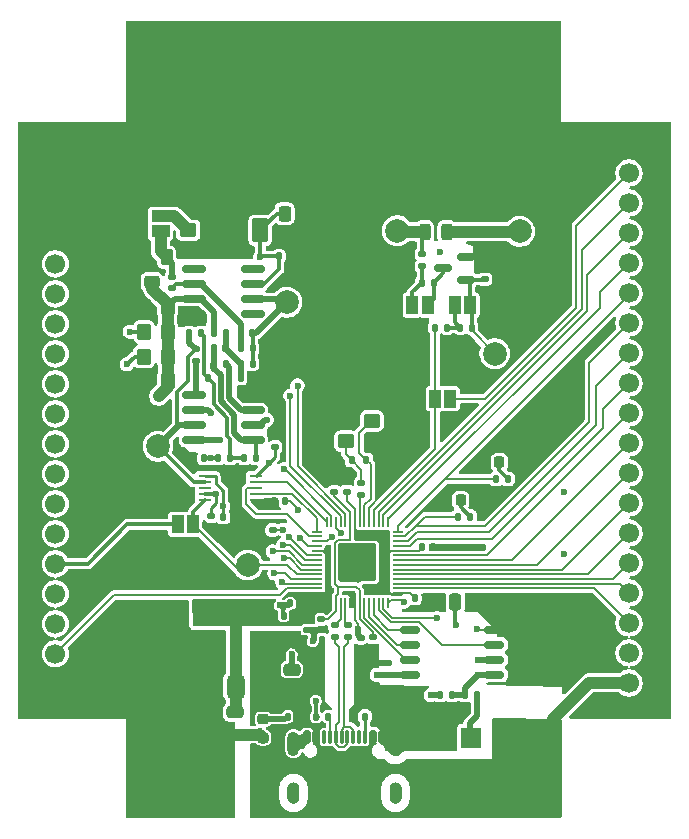
<source format=gbr>
%TF.GenerationSoftware,KiCad,Pcbnew,9.0.6*%
%TF.CreationDate,2025-11-30T17:52:57+02:00*%
%TF.ProjectId,laserboard,6c617365-7262-46f6-9172-642e6b696361,rev?*%
%TF.SameCoordinates,Original*%
%TF.FileFunction,Copper,L1,Top*%
%TF.FilePolarity,Positive*%
%FSLAX46Y46*%
G04 Gerber Fmt 4.6, Leading zero omitted, Abs format (unit mm)*
G04 Created by KiCad (PCBNEW 9.0.6) date 2025-11-30 17:52:57*
%MOMM*%
%LPD*%
G01*
G04 APERTURE LIST*
G04 Aperture macros list*
%AMRoundRect*
0 Rectangle with rounded corners*
0 $1 Rounding radius*
0 $2 $3 $4 $5 $6 $7 $8 $9 X,Y pos of 4 corners*
0 Add a 4 corners polygon primitive as box body*
4,1,4,$2,$3,$4,$5,$6,$7,$8,$9,$2,$3,0*
0 Add four circle primitives for the rounded corners*
1,1,$1+$1,$2,$3*
1,1,$1+$1,$4,$5*
1,1,$1+$1,$6,$7*
1,1,$1+$1,$8,$9*
0 Add four rect primitives between the rounded corners*
20,1,$1+$1,$2,$3,$4,$5,0*
20,1,$1+$1,$4,$5,$6,$7,0*
20,1,$1+$1,$6,$7,$8,$9,0*
20,1,$1+$1,$8,$9,$2,$3,0*%
G04 Aperture macros list end*
%TA.AperFunction,ComponentPad*%
%ADD10R,1.700000X1.700000*%
%TD*%
%TA.AperFunction,ComponentPad*%
%ADD11C,1.700000*%
%TD*%
%TA.AperFunction,SMDPad,CuDef*%
%ADD12RoundRect,0.140000X0.140000X0.170000X-0.140000X0.170000X-0.140000X-0.170000X0.140000X-0.170000X0*%
%TD*%
%TA.AperFunction,SMDPad,CuDef*%
%ADD13RoundRect,0.140000X-0.140000X-0.170000X0.140000X-0.170000X0.140000X0.170000X-0.140000X0.170000X0*%
%TD*%
%TA.AperFunction,SMDPad,CuDef*%
%ADD14RoundRect,0.250000X-0.475000X0.250000X-0.475000X-0.250000X0.475000X-0.250000X0.475000X0.250000X0*%
%TD*%
%TA.AperFunction,SMDPad,CuDef*%
%ADD15RoundRect,0.135000X-0.135000X-0.185000X0.135000X-0.185000X0.135000X0.185000X-0.135000X0.185000X0*%
%TD*%
%TA.AperFunction,SMDPad,CuDef*%
%ADD16RoundRect,0.375000X0.375000X-0.625000X0.375000X0.625000X-0.375000X0.625000X-0.375000X-0.625000X0*%
%TD*%
%TA.AperFunction,SMDPad,CuDef*%
%ADD17RoundRect,0.500000X1.400000X-0.500000X1.400000X0.500000X-1.400000X0.500000X-1.400000X-0.500000X0*%
%TD*%
%TA.AperFunction,SMDPad,CuDef*%
%ADD18RoundRect,0.218750X0.218750X0.256250X-0.218750X0.256250X-0.218750X-0.256250X0.218750X-0.256250X0*%
%TD*%
%TA.AperFunction,SMDPad,CuDef*%
%ADD19RoundRect,0.162500X0.650000X0.162500X-0.650000X0.162500X-0.650000X-0.162500X0.650000X-0.162500X0*%
%TD*%
%TA.AperFunction,SMDPad,CuDef*%
%ADD20RoundRect,0.135000X0.135000X0.185000X-0.135000X0.185000X-0.135000X-0.185000X0.135000X-0.185000X0*%
%TD*%
%TA.AperFunction,SMDPad,CuDef*%
%ADD21RoundRect,0.140000X-0.170000X0.140000X-0.170000X-0.140000X0.170000X-0.140000X0.170000X0.140000X0*%
%TD*%
%TA.AperFunction,SMDPad,CuDef*%
%ADD22RoundRect,0.135000X-0.185000X0.135000X-0.185000X-0.135000X0.185000X-0.135000X0.185000X0.135000X0*%
%TD*%
%TA.AperFunction,SMDPad,CuDef*%
%ADD23RoundRect,0.050000X0.387500X0.050000X-0.387500X0.050000X-0.387500X-0.050000X0.387500X-0.050000X0*%
%TD*%
%TA.AperFunction,SMDPad,CuDef*%
%ADD24RoundRect,0.050000X0.050000X0.387500X-0.050000X0.387500X-0.050000X-0.387500X0.050000X-0.387500X0*%
%TD*%
%TA.AperFunction,ComponentPad*%
%ADD25C,0.600000*%
%TD*%
%TA.AperFunction,SMDPad,CuDef*%
%ADD26RoundRect,0.144000X1.456000X1.456000X-1.456000X1.456000X-1.456000X-1.456000X1.456000X-1.456000X0*%
%TD*%
%TA.AperFunction,SMDPad,CuDef*%
%ADD27RoundRect,0.250000X0.350000X0.450000X-0.350000X0.450000X-0.350000X-0.450000X0.350000X-0.450000X0*%
%TD*%
%TA.AperFunction,SMDPad,CuDef*%
%ADD28C,2.000000*%
%TD*%
%TA.AperFunction,SMDPad,CuDef*%
%ADD29RoundRect,0.140000X0.170000X-0.140000X0.170000X0.140000X-0.170000X0.140000X-0.170000X-0.140000X0*%
%TD*%
%TA.AperFunction,SMDPad,CuDef*%
%ADD30RoundRect,0.250000X0.475000X-0.250000X0.475000X0.250000X-0.475000X0.250000X-0.475000X-0.250000X0*%
%TD*%
%TA.AperFunction,SMDPad,CuDef*%
%ADD31RoundRect,0.150000X-0.150000X-0.425000X0.150000X-0.425000X0.150000X0.425000X-0.150000X0.425000X0*%
%TD*%
%TA.AperFunction,SMDPad,CuDef*%
%ADD32RoundRect,0.075000X-0.075000X-0.500000X0.075000X-0.500000X0.075000X0.500000X-0.075000X0.500000X0*%
%TD*%
%TA.AperFunction,HeatsinkPad*%
%ADD33O,1.000000X2.100000*%
%TD*%
%TA.AperFunction,HeatsinkPad*%
%ADD34O,1.000000X1.800000*%
%TD*%
%TA.AperFunction,SMDPad,CuDef*%
%ADD35RoundRect,0.250000X-0.262500X-0.450000X0.262500X-0.450000X0.262500X0.450000X-0.262500X0.450000X0*%
%TD*%
%TA.AperFunction,SMDPad,CuDef*%
%ADD36RoundRect,0.135000X0.185000X-0.135000X0.185000X0.135000X-0.185000X0.135000X-0.185000X-0.135000X0*%
%TD*%
%TA.AperFunction,SMDPad,CuDef*%
%ADD37R,1.000000X1.500000*%
%TD*%
%TA.AperFunction,SMDPad,CuDef*%
%ADD38RoundRect,0.243750X-0.243750X-0.456250X0.243750X-0.456250X0.243750X0.456250X-0.243750X0.456250X0*%
%TD*%
%TA.AperFunction,SMDPad,CuDef*%
%ADD39RoundRect,0.150000X-0.825000X-0.150000X0.825000X-0.150000X0.825000X0.150000X-0.825000X0.150000X0*%
%TD*%
%TA.AperFunction,SMDPad,CuDef*%
%ADD40RoundRect,0.175000X-0.525000X-0.825000X0.525000X-0.825000X0.525000X0.825000X-0.525000X0.825000X0*%
%TD*%
%TA.AperFunction,SMDPad,CuDef*%
%ADD41RoundRect,0.150000X-0.550000X-0.450000X0.550000X-0.450000X0.550000X0.450000X-0.550000X0.450000X0*%
%TD*%
%TA.AperFunction,SMDPad,CuDef*%
%ADD42RoundRect,0.250000X-0.295000X0.407500X-0.295000X-0.407500X0.295000X-0.407500X0.295000X0.407500X0*%
%TD*%
%TA.AperFunction,SMDPad,CuDef*%
%ADD43RoundRect,0.250000X0.450000X0.350000X-0.450000X0.350000X-0.450000X-0.350000X0.450000X-0.350000X0*%
%TD*%
%TA.AperFunction,SMDPad,CuDef*%
%ADD44RoundRect,0.218750X0.256250X-0.218750X0.256250X0.218750X-0.256250X0.218750X-0.256250X-0.218750X0*%
%TD*%
%TA.AperFunction,SMDPad,CuDef*%
%ADD45RoundRect,0.250000X-0.350000X-0.450000X0.350000X-0.450000X0.350000X0.450000X-0.350000X0.450000X0*%
%TD*%
%TA.AperFunction,SMDPad,CuDef*%
%ADD46R,1.100000X0.250000*%
%TD*%
%TA.AperFunction,SMDPad,CuDef*%
%ADD47RoundRect,0.150000X0.825000X0.150000X-0.825000X0.150000X-0.825000X-0.150000X0.825000X-0.150000X0*%
%TD*%
%TA.AperFunction,SMDPad,CuDef*%
%ADD48RoundRect,0.250000X0.407500X0.295000X-0.407500X0.295000X-0.407500X-0.295000X0.407500X-0.295000X0*%
%TD*%
%TA.AperFunction,SMDPad,CuDef*%
%ADD49RoundRect,0.250000X-0.250000X-0.475000X0.250000X-0.475000X0.250000X0.475000X-0.250000X0.475000X0*%
%TD*%
%TA.AperFunction,SMDPad,CuDef*%
%ADD50RoundRect,0.150000X0.587500X0.150000X-0.587500X0.150000X-0.587500X-0.150000X0.587500X-0.150000X0*%
%TD*%
%TA.AperFunction,SMDPad,CuDef*%
%ADD51R,1.500000X1.000000*%
%TD*%
%TA.AperFunction,ViaPad*%
%ADD52C,0.600000*%
%TD*%
%TA.AperFunction,Conductor*%
%ADD53C,0.500000*%
%TD*%
%TA.AperFunction,Conductor*%
%ADD54C,0.300000*%
%TD*%
%TA.AperFunction,Conductor*%
%ADD55C,1.000000*%
%TD*%
%TA.AperFunction,Conductor*%
%ADD56C,0.250000*%
%TD*%
%TA.AperFunction,Conductor*%
%ADD57C,0.200000*%
%TD*%
%TA.AperFunction,Conductor*%
%ADD58C,0.150000*%
%TD*%
G04 APERTURE END LIST*
D10*
%TO.P,J4,1,Pin_1*%
%TO.N,GND*%
X101800000Y-154300000D03*
D11*
%TO.P,J4,2,Pin_2*%
%TO.N,/Didital/GPIO29_ADC3*%
X101800000Y-151760000D03*
%TO.P,J4,3,Pin_3*%
%TO.N,/Didital/GPIO28_ADC2*%
X101800000Y-149220000D03*
%TO.P,J4,4,Pin_4*%
%TO.N,/Didital/GPIO27_ADC1*%
X101800000Y-146680000D03*
%TO.P,J4,5,Pin_5*%
%TO.N,/Didital/GPIO26_ADC0*%
X101800000Y-144140000D03*
%TO.P,J4,6,Pin_6*%
%TO.N,/Didital/GPIO25*%
X101800000Y-141600000D03*
%TO.P,J4,7,Pin_7*%
%TO.N,/Didital/GPIO24*%
X101800000Y-139060000D03*
%TO.P,J4,8,Pin_8*%
%TO.N,/Didital/GPIO23*%
X101800000Y-136520000D03*
%TO.P,J4,9,Pin_9*%
%TO.N,/Didital/GPIO22*%
X101800000Y-133980000D03*
%TO.P,J4,10,Pin_10*%
%TO.N,/Didital/GPIO21*%
X101800000Y-131440000D03*
%TO.P,J4,11,Pin_11*%
%TO.N,/Didital/GPIO20*%
X101800000Y-128900000D03*
%TO.P,J4,12,Pin_12*%
%TO.N,/Didital/GPIO16*%
X101800000Y-126360000D03*
%TO.P,J4,13,Pin_13*%
%TO.N,/Didital/RUN*%
X101800000Y-123820000D03*
%TO.P,J4,14,Pin_14*%
%TO.N,/Didital/SWD*%
X101800000Y-121280000D03*
%TO.P,J4,15,Pin_15*%
%TO.N,/Didital/SWCLK*%
X101800000Y-118740000D03*
%TO.P,J4,16,Pin_16*%
%TO.N,GND*%
X101800000Y-116200000D03*
%TO.P,J4,17,Pin_17*%
X101800000Y-113660000D03*
%TO.P,J4,18,Pin_18*%
X101800000Y-111120000D03*
%TO.P,J4,19,Pin_19*%
X101800000Y-108580000D03*
%TD*%
D12*
%TO.P,C6,1*%
%TO.N,Net-(C5-Pad1)*%
X117480000Y-128400000D03*
%TO.P,C6,2*%
%TO.N,Net-(U1A-+)*%
X116520000Y-128400000D03*
%TD*%
D13*
%TO.P,C37,1*%
%TO.N,+3V3*%
X120720000Y-118100000D03*
%TO.P,C37,2*%
%TO.N,GND*%
X121680000Y-118100000D03*
%TD*%
D14*
%TO.P,C18,1*%
%TO.N,+3V3*%
X117000000Y-156700000D03*
%TO.P,C18,2*%
%TO.N,GND*%
X117000000Y-158600000D03*
%TD*%
D12*
%TO.P,C5,1*%
%TO.N,Net-(C5-Pad1)*%
X116180000Y-125900000D03*
%TO.P,C5,2*%
%TO.N,Net-(C5-Pad2)*%
X115220000Y-125900000D03*
%TD*%
D15*
%TO.P,R6,1*%
%TO.N,/RX frontend/Vref_Filter*%
X115580000Y-135165000D03*
%TO.P,R6,2*%
%TO.N,Net-(C7-Pad1)*%
X116600000Y-135165000D03*
%TD*%
D16*
%TO.P,U5,1,GND*%
%TO.N,GND*%
X114750000Y-154550000D03*
%TO.P,U5,2,VO*%
%TO.N,+3V3*%
X117050000Y-154550000D03*
D17*
X117050000Y-148250000D03*
D16*
%TO.P,U5,3,VI*%
%TO.N,+5V*%
X119350000Y-154550000D03*
%TD*%
D18*
%TO.P,D3,1,K*%
%TO.N,GND*%
X137690000Y-138750000D03*
%TO.P,D3,2,A*%
%TO.N,Net-(D3-A)*%
X136115000Y-138750000D03*
%TD*%
D19*
%TO.P,U6,1,~{CS}*%
%TO.N,/Didital/QSPI_SS*%
X138975000Y-153535000D03*
%TO.P,U6,2,DO(IO1)*%
%TO.N,/Didital/QSPI_SD1*%
X138975000Y-152265000D03*
%TO.P,U6,3,IO2*%
%TO.N,/Didital/QSPI_SD2*%
X138975000Y-150995000D03*
%TO.P,U6,4,GND*%
%TO.N,GND*%
X138975000Y-149725000D03*
%TO.P,U6,5,DI(IO0)*%
%TO.N,/Didital/QSPI_SD0*%
X131800000Y-149725000D03*
%TO.P,U6,6,CLK*%
%TO.N,/Didital/QSPI_SCLK*%
X131800000Y-150995000D03*
%TO.P,U6,7,IO3*%
%TO.N,/Didital/QSPI_SD3*%
X131800000Y-152265000D03*
%TO.P,U6,8,VCC*%
%TO.N,+3V3*%
X131800000Y-153535000D03*
%TD*%
D20*
%TO.P,R27,1*%
%TO.N,Net-(JP7-B)*%
X133860000Y-120340000D03*
%TO.P,R27,2*%
%TO.N,Net-(JP7-A)*%
X132840000Y-120340000D03*
%TD*%
D21*
%TO.P,C27,1*%
%TO.N,+3V3*%
X127675000Y-150395000D03*
%TO.P,C27,2*%
%TO.N,GND*%
X127675000Y-151355000D03*
%TD*%
D15*
%TO.P,R14,1*%
%TO.N,/Didital/TX_D_IN*%
X133950000Y-124140000D03*
%TO.P,R14,2*%
%TO.N,Net-(JP5-B)*%
X134970000Y-124140000D03*
%TD*%
D22*
%TO.P,R15,1*%
%TO.N,GND*%
X138160000Y-119030000D03*
%TO.P,R15,2*%
%TO.N,Net-(JP5-A)*%
X138160000Y-120050000D03*
%TD*%
D12*
%TO.P,C31,1*%
%TO.N,+3V3*%
X122655000Y-147500000D03*
%TO.P,C31,2*%
%TO.N,GND*%
X121695000Y-147500000D03*
%TD*%
D23*
%TO.P,U7,1,IOVDD*%
%TO.N,+3V3*%
X130800000Y-146625000D03*
%TO.P,U7,2,GPIO0*%
%TO.N,/Didital/GPIO0*%
X130800000Y-146225000D03*
%TO.P,U7,3,GPIO1*%
%TO.N,/Didital/GPIO1*%
X130800000Y-145825000D03*
%TO.P,U7,4,GPIO2*%
%TO.N,/Didital/GPIO2*%
X130800000Y-145425000D03*
%TO.P,U7,5,GPIO3*%
%TO.N,/Didital/GPIO3*%
X130800000Y-145025000D03*
%TO.P,U7,6,GPIO4*%
%TO.N,/Didital/GPIO4*%
X130800000Y-144625000D03*
%TO.P,U7,7,GPIO5*%
%TO.N,/Didital/GPIO5*%
X130800000Y-144225000D03*
%TO.P,U7,8,GPIO6*%
%TO.N,/Didital/GPIO6*%
X130800000Y-143825000D03*
%TO.P,U7,9,GPIO7*%
%TO.N,/Didital/GPIO7*%
X130800000Y-143425000D03*
%TO.P,U7,10,IOVDD*%
%TO.N,+3V3*%
X130800000Y-143025000D03*
%TO.P,U7,11,GPIO8*%
%TO.N,/Didital/GPIO8*%
X130800000Y-142625000D03*
%TO.P,U7,12,GPIO9*%
%TO.N,/Didital/GPIO9*%
X130800000Y-142225000D03*
%TO.P,U7,13,GPIO10*%
%TO.N,/Didital/GPIO10*%
X130800000Y-141825000D03*
%TO.P,U7,14,GPIO11*%
%TO.N,/Didital/GPIO11*%
X130800000Y-141425000D03*
D24*
%TO.P,U7,15,GPIO12*%
%TO.N,/Didital/GPIO12*%
X129962500Y-140587500D03*
%TO.P,U7,16,GPIO13*%
%TO.N,/Didital/GPIO13*%
X129562500Y-140587500D03*
%TO.P,U7,17,GPIO14*%
%TO.N,/Didital/GPIO14*%
X129162500Y-140587500D03*
%TO.P,U7,18,GPIO15*%
%TO.N,/Didital/TX_D_IN*%
X128762500Y-140587500D03*
%TO.P,U7,19,TESTEN*%
%TO.N,GND*%
X128362500Y-140587500D03*
%TO.P,U7,20,XIN*%
%TO.N,/Didital/XIN*%
X127962500Y-140587500D03*
%TO.P,U7,21,XOUT*%
%TO.N,/Didital/XOUT*%
X127562500Y-140587500D03*
%TO.P,U7,22,IOVDD*%
%TO.N,+3V3*%
X127162500Y-140587500D03*
%TO.P,U7,23,DVDD*%
%TO.N,+1V1*%
X126762500Y-140587500D03*
%TO.P,U7,24,SWCLK*%
%TO.N,/Didital/SWCLK*%
X126362500Y-140587500D03*
%TO.P,U7,25,SWD*%
%TO.N,/Didital/SWD*%
X125962500Y-140587500D03*
%TO.P,U7,26,RUN*%
%TO.N,/Didital/RUN*%
X125562500Y-140587500D03*
%TO.P,U7,27,GPIO16*%
%TO.N,/Didital/GPIO16*%
X125162500Y-140587500D03*
%TO.P,U7,28,GPIO17*%
%TO.N,/Didital/GPIO17*%
X124762500Y-140587500D03*
D23*
%TO.P,U7,29,GPIO18*%
%TO.N,/Didital/GPIO18*%
X123925000Y-141425000D03*
%TO.P,U7,30,GPIO19*%
%TO.N,/Didital/GPIO19*%
X123925000Y-141825000D03*
%TO.P,U7,31,GPIO20*%
%TO.N,/Didital/GPIO20*%
X123925000Y-142225000D03*
%TO.P,U7,32,GPIO21*%
%TO.N,/Didital/GPIO21*%
X123925000Y-142625000D03*
%TO.P,U7,33,IOVDD*%
%TO.N,+3V3*%
X123925000Y-143025000D03*
%TO.P,U7,34,GPIO22*%
%TO.N,/Didital/GPIO22*%
X123925000Y-143425000D03*
%TO.P,U7,35,GPIO23*%
%TO.N,/Didital/GPIO23*%
X123925000Y-143825000D03*
%TO.P,U7,36,GPIO24*%
%TO.N,/Didital/GPIO24*%
X123925000Y-144225000D03*
%TO.P,U7,37,GPIO25*%
%TO.N,/Didital/GPIO25*%
X123925000Y-144625000D03*
%TO.P,U7,38,GPIO26_ADC0*%
%TO.N,/Didital/RX_IN*%
X123925000Y-145025000D03*
%TO.P,U7,39,GPIO27_ADC1*%
%TO.N,/Didital/GPIO27_ADC1*%
X123925000Y-145425000D03*
%TO.P,U7,40,GPIO28_ADC2*%
%TO.N,/Didital/GPIO28_ADC2*%
X123925000Y-145825000D03*
%TO.P,U7,41,GPIO29_ADC3*%
%TO.N,/Didital/GPIO29_ADC3*%
X123925000Y-146225000D03*
%TO.P,U7,42,IOVDD*%
%TO.N,+3V3*%
X123925000Y-146625000D03*
D24*
%TO.P,U7,43,ADC_AVDD*%
X124762500Y-147462500D03*
%TO.P,U7,44,VREG_IN*%
X125162500Y-147462500D03*
%TO.P,U7,45,VREG_VOUT*%
%TO.N,+1V1*%
X125562500Y-147462500D03*
%TO.P,U7,46,USB_DM*%
%TO.N,Net-(U7-USB_DM)*%
X125962500Y-147462500D03*
%TO.P,U7,47,USB_DP*%
%TO.N,Net-(U7-USB_DP)*%
X126362500Y-147462500D03*
%TO.P,U7,48,USB_VDD*%
%TO.N,+3V3*%
X126762500Y-147462500D03*
%TO.P,U7,49,IOVDD*%
X127162500Y-147462500D03*
%TO.P,U7,50,DVDD*%
%TO.N,+1V1*%
X127562500Y-147462500D03*
%TO.P,U7,51,QSPI_SD3*%
%TO.N,/Didital/QSPI_SD3*%
X127962500Y-147462500D03*
%TO.P,U7,52,QSPI_SCLK*%
%TO.N,/Didital/QSPI_SCLK*%
X128362500Y-147462500D03*
%TO.P,U7,53,QSPI_SD0*%
%TO.N,/Didital/QSPI_SD0*%
X128762500Y-147462500D03*
%TO.P,U7,54,QSPI_SD2*%
%TO.N,/Didital/QSPI_SD2*%
X129162500Y-147462500D03*
%TO.P,U7,55,QSPI_SD1*%
%TO.N,/Didital/QSPI_SD1*%
X129562500Y-147462500D03*
%TO.P,U7,56,QSPI_SS*%
%TO.N,/Didital/QSPI_SS*%
X129962500Y-147462500D03*
D25*
%TO.P,U7,57,GND*%
%TO.N,GND*%
X128637500Y-145300000D03*
X128637500Y-144025000D03*
X128637500Y-142750000D03*
X127362500Y-145300000D03*
X127362500Y-144025000D03*
D26*
X127362500Y-144025000D03*
D25*
X127362500Y-142750000D03*
X126087500Y-145300000D03*
X126087500Y-144025000D03*
X126087500Y-142750000D03*
%TD*%
D27*
%TO.P,R26,1*%
%TO.N,/RX frontend/Vref_Filter*%
X111300000Y-122400000D03*
%TO.P,R26,2*%
%TO.N,GND*%
X109300000Y-122400000D03*
%TD*%
D20*
%TO.P,R22,1*%
%TO.N,Net-(J2-CC2)*%
X128000000Y-157075000D03*
%TO.P,R22,2*%
%TO.N,GND*%
X126980000Y-157075000D03*
%TD*%
D18*
%TO.P,D4,1,K*%
%TO.N,GND*%
X140975000Y-135550000D03*
%TO.P,D4,2,A*%
%TO.N,Net-(D4-A)*%
X139400000Y-135550000D03*
%TD*%
D28*
%TO.P,TP1,1,1*%
%TO.N,/Didital/RX_IN*%
X118100000Y-144250000D03*
%TD*%
D21*
%TO.P,C25,1*%
%TO.N,+3V3*%
X123075000Y-148770000D03*
%TO.P,C25,2*%
%TO.N,GND*%
X123075000Y-149730000D03*
%TD*%
D29*
%TO.P,C26,1*%
%TO.N,+3V3*%
X130000000Y-153530000D03*
%TO.P,C26,2*%
%TO.N,GND*%
X130000000Y-152570000D03*
%TD*%
D13*
%TO.P,C15,1*%
%TO.N,/Didital/XIN*%
X128120000Y-135350000D03*
%TO.P,C15,2*%
%TO.N,GND*%
X129080000Y-135350000D03*
%TD*%
D15*
%TO.P,R16,1*%
%TO.N,/Didital/QSPI_SS*%
X136490000Y-155250000D03*
%TO.P,R16,2*%
%TO.N,/Didital/~{USB_BOOT}*%
X137510000Y-155250000D03*
%TD*%
D12*
%TO.P,C8,1*%
%TO.N,Net-(C7-Pad1)*%
X114680000Y-128400000D03*
%TO.P,C8,2*%
%TO.N,Net-(U1B-+)*%
X113720000Y-128400000D03*
%TD*%
D21*
%TO.P,C30,1*%
%TO.N,+3V3*%
X120200000Y-141270000D03*
%TO.P,C30,2*%
%TO.N,GND*%
X120200000Y-142230000D03*
%TD*%
D29*
%TO.P,C20,1*%
%TO.N,Net-(U3--)*%
X111700000Y-120780000D03*
%TO.P,C20,2*%
%TO.N,Net-(JP2-A)*%
X111700000Y-119820000D03*
%TD*%
D30*
%TO.P,C17,1*%
%TO.N,+5V*%
X121800000Y-155000000D03*
%TO.P,C17,2*%
%TO.N,GND*%
X121800000Y-153100000D03*
%TD*%
D20*
%TO.P,R4,1*%
%TO.N,Net-(U1A-+)*%
X116210000Y-127200000D03*
%TO.P,R4,2*%
%TO.N,Net-(C5-Pad2)*%
X115190000Y-127200000D03*
%TD*%
%TO.P,R5,1*%
%TO.N,Net-(C5-Pad2)*%
X118810000Y-135165000D03*
%TO.P,R5,2*%
%TO.N,Net-(C7-Pad1)*%
X117790000Y-135165000D03*
%TD*%
D28*
%TO.P,TP2,1,1*%
%TO.N,/RX frontend/RX_Raw*%
X121400000Y-122000000D03*
%TD*%
D31*
%TO.P,J2,A1,GND*%
%TO.N,GND*%
X123080000Y-158795000D03*
%TO.P,J2,A4,VBUS*%
%TO.N,+5V*%
X123880000Y-158795000D03*
D32*
%TO.P,J2,A5,CC1*%
%TO.N,Net-(J2-CC1)*%
X125030000Y-158795000D03*
%TO.P,J2,A6,D+*%
%TO.N,/Didital/USB_D+*%
X126030000Y-158795000D03*
%TO.P,J2,A7,D-*%
%TO.N,/Didital/USB_D-*%
X126530000Y-158795000D03*
%TO.P,J2,A8,SBU1*%
%TO.N,unconnected-(J2-SBU1-PadA8)*%
X127530000Y-158795000D03*
D31*
%TO.P,J2,A9,VBUS*%
%TO.N,+5V*%
X128680000Y-158795000D03*
%TO.P,J2,A12,GND*%
%TO.N,GND*%
X129480000Y-158795000D03*
D32*
%TO.P,J2,B5,CC2*%
%TO.N,Net-(J2-CC2)*%
X128030000Y-158795000D03*
%TO.P,J2,B6,D+*%
%TO.N,/Didital/USB_D+*%
X127030000Y-158795000D03*
%TO.P,J2,B7,D-*%
%TO.N,/Didital/USB_D-*%
X125530000Y-158795000D03*
%TO.P,J2,B8,SBU2*%
%TO.N,unconnected-(J2-SBU2-PadB8)*%
X124530000Y-158795000D03*
D33*
%TO.P,J2,S1,SHIELD*%
%TO.N,GND*%
X121960000Y-159370000D03*
D34*
X121960000Y-163550000D03*
D33*
X130600000Y-159370000D03*
D34*
X130600000Y-163550000D03*
%TD*%
D35*
%TO.P,R29,1*%
%TO.N,GND*%
X109387500Y-118200000D03*
%TO.P,R29,2*%
%TO.N,Net-(JP2-A)*%
X111212500Y-118200000D03*
%TD*%
D36*
%TO.P,R13,1*%
%TO.N,Net-(JP7-A)*%
X132860000Y-118950000D03*
%TO.P,R13,2*%
%TO.N,Net-(D2-K)*%
X132860000Y-117930000D03*
%TD*%
D28*
%TO.P,TP5,1,1*%
%TO.N,Net-(D2-K)*%
X130735000Y-115940000D03*
%TD*%
D37*
%TO.P,JP8,1,A*%
%TO.N,/Didital/TX_D_IN*%
X133950000Y-130150000D03*
%TO.P,JP8,2,B*%
%TO.N,/Didital/GPIO15*%
X135250000Y-130150000D03*
%TD*%
D12*
%TO.P,C34,1*%
%TO.N,/RX frontend/Vref_Filter*%
X114400000Y-135200000D03*
%TO.P,C34,2*%
%TO.N,GND*%
X113440000Y-135200000D03*
%TD*%
D28*
%TO.P,TP7,1,1*%
%TO.N,+5V*%
X141100000Y-116000000D03*
%TD*%
D38*
%TO.P,D2,1,K*%
%TO.N,Net-(D2-K)*%
X133060000Y-116040000D03*
%TO.P,D2,2,A*%
%TO.N,+5V*%
X134935000Y-116040000D03*
%TD*%
D37*
%TO.P,JP6,1,A*%
%TO.N,/Didital/RX_IN*%
X113450000Y-140800000D03*
%TO.P,JP6,2,B*%
%TO.N,/Didital/GPIO26_ADC0*%
X112150000Y-140800000D03*
%TD*%
%TO.P,JP5,1,A*%
%TO.N,Net-(JP5-A)*%
X136910000Y-122240000D03*
%TO.P,JP5,2,B*%
%TO.N,Net-(JP5-B)*%
X135610000Y-122240000D03*
%TD*%
D13*
%TO.P,C3,1*%
%TO.N,Net-(U3--)*%
X117520000Y-124600000D03*
%TO.P,C3,2*%
%TO.N,/RX frontend/RX_Raw*%
X118480000Y-124600000D03*
%TD*%
D39*
%TO.P,U3,1,NULL*%
%TO.N,unconnected-(U3-NULL-Pad1)*%
X113550000Y-119195000D03*
%TO.P,U3,2,-*%
%TO.N,Net-(U3--)*%
X113550000Y-120465000D03*
%TO.P,U3,3,+*%
%TO.N,/RX frontend/Vref_Filter*%
X113550000Y-121735000D03*
%TO.P,U3,4,V-*%
%TO.N,GND*%
X113550000Y-123005000D03*
%TO.P,U3,5,NULL*%
%TO.N,unconnected-(U3-NULL-Pad5)*%
X118500000Y-123005000D03*
%TO.P,U3,6*%
%TO.N,/RX frontend/RX_Raw*%
X118500000Y-121735000D03*
%TO.P,U3,7,V+*%
%TO.N,+3V3*%
X118500000Y-120465000D03*
%TO.P,U3,8,NC*%
%TO.N,unconnected-(U3-NC-Pad8)*%
X118500000Y-119195000D03*
%TD*%
D40*
%TO.P,D1,1,K*%
%TO.N,+3V3*%
X119150000Y-115900000D03*
D41*
%TO.P,D1,2,A*%
%TO.N,Net-(D1-A)*%
X113050000Y-115900000D03*
%TD*%
D15*
%TO.P,R31,1*%
%TO.N,Net-(D5-A)*%
X121470000Y-157075000D03*
%TO.P,R31,2*%
%TO.N,+5V*%
X122490000Y-157075000D03*
%TD*%
D21*
%TO.P,C22,1*%
%TO.N,+1V1*%
X128700000Y-150370000D03*
%TO.P,C22,2*%
%TO.N,GND*%
X128700000Y-151330000D03*
%TD*%
D20*
%TO.P,R2,1*%
%TO.N,/RX frontend/RX_Raw*%
X118510000Y-127200000D03*
%TO.P,R2,2*%
%TO.N,Net-(C5-Pad1)*%
X117490000Y-127200000D03*
%TD*%
D12*
%TO.P,C19,1*%
%TO.N,+3V3*%
X122080000Y-148550000D03*
%TO.P,C19,2*%
%TO.N,GND*%
X121120000Y-148550000D03*
%TD*%
D15*
%TO.P,R1,1*%
%TO.N,Net-(U3--)*%
X117490000Y-125900000D03*
%TO.P,R1,2*%
%TO.N,/RX frontend/RX_Raw*%
X118510000Y-125900000D03*
%TD*%
D42*
%TO.P,C36,1*%
%TO.N,+3V3*%
X121200000Y-114500000D03*
%TO.P,C36,2*%
%TO.N,GND*%
X121200000Y-116455000D03*
%TD*%
D27*
%TO.P,R23,1*%
%TO.N,/RX frontend/Vref_Filter*%
X111300000Y-126600000D03*
%TO.P,R23,2*%
%TO.N,+3V3*%
X109300000Y-126600000D03*
%TD*%
D28*
%TO.P,TP6,1,1*%
%TO.N,Net-(JP5-A)*%
X139000000Y-126340000D03*
%TD*%
D43*
%TO.P,Y1,1,1*%
%TO.N,/Didital/XIN*%
X128600000Y-132050000D03*
%TO.P,Y1,2,2*%
%TO.N,GND*%
X126400000Y-132050000D03*
%TO.P,Y1,3,3*%
%TO.N,Net-(C16-Pad1)*%
X126400000Y-133750000D03*
%TO.P,Y1,4,4*%
%TO.N,GND*%
X128600000Y-133750000D03*
%TD*%
D44*
%TO.P,D5,1,K*%
%TO.N,GND*%
X119380000Y-158862500D03*
%TO.P,D5,2,A*%
%TO.N,Net-(D5-A)*%
X119380000Y-157287500D03*
%TD*%
D36*
%TO.P,R19,1*%
%TO.N,/Didital/USB_D+*%
X126575000Y-150360000D03*
%TO.P,R19,2*%
%TO.N,Net-(U7-USB_DP)*%
X126575000Y-149340000D03*
%TD*%
D20*
%TO.P,R30,1*%
%TO.N,Net-(D4-A)*%
X140110000Y-136950000D03*
%TO.P,R30,2*%
%TO.N,/Didital/GPIO11*%
X139090000Y-136950000D03*
%TD*%
D13*
%TO.P,C4,1*%
%TO.N,+3V3*%
X116020000Y-140200000D03*
%TO.P,C4,2*%
%TO.N,GND*%
X116980000Y-140200000D03*
%TD*%
D36*
%TO.P,R18,1*%
%TO.N,/Didital/XOUT*%
X127700000Y-138340000D03*
%TO.P,R18,2*%
%TO.N,Net-(C16-Pad1)*%
X127700000Y-137320000D03*
%TD*%
D21*
%TO.P,C1,1*%
%TO.N,/RX frontend/Vref_Filter*%
X115000000Y-140090000D03*
%TO.P,C1,2*%
%TO.N,GND*%
X115000000Y-141050000D03*
%TD*%
D15*
%TO.P,R3,1*%
%TO.N,/RX frontend/Vref_Filter*%
X115190000Y-124600000D03*
%TO.P,R3,2*%
%TO.N,Net-(C5-Pad1)*%
X116210000Y-124600000D03*
%TD*%
D20*
%TO.P,R21,1*%
%TO.N,Net-(J2-CC1)*%
X124890000Y-157075000D03*
%TO.P,R21,2*%
%TO.N,GND*%
X123870000Y-157075000D03*
%TD*%
D28*
%TO.P,TP4,1,1*%
%TO.N,/RX frontend/RX_Filtered*%
X110500000Y-134200000D03*
%TD*%
D45*
%TO.P,R24,1*%
%TO.N,GND*%
X109300000Y-128700000D03*
%TO.P,R24,2*%
%TO.N,/RX frontend/Vref_Filter*%
X111300000Y-128700000D03*
%TD*%
D37*
%TO.P,JP7,1,A*%
%TO.N,Net-(JP7-A)*%
X132010000Y-122240000D03*
%TO.P,JP7,2,B*%
%TO.N,Net-(JP7-B)*%
X133310000Y-122240000D03*
%TD*%
D13*
%TO.P,C14,1*%
%TO.N,Net-(JP5-B)*%
X136080000Y-124140000D03*
%TO.P,C14,2*%
%TO.N,Net-(JP5-A)*%
X137040000Y-124140000D03*
%TD*%
D10*
%TO.P,J1,1,Pin_1*%
%TO.N,/Didital/~{USB_BOOT}*%
X136950000Y-158875000D03*
D11*
%TO.P,J1,2,Pin_2*%
%TO.N,GND*%
X134410000Y-158875000D03*
%TD*%
D46*
%TO.P,U2,1,AV_{DD}*%
%TO.N,+3V3*%
X114500000Y-136700000D03*
%TO.P,U2,2,CH1*%
%TO.N,/RX frontend/RX_Filtered*%
X114500000Y-137200000D03*
%TO.P,U2,3,CH0/V_{CAL}*%
%TO.N,unconnected-(U2-CH0{slash}V_{CAL}-Pad3)*%
X114500000Y-137700000D03*
%TO.P,U2,4,V_{REF}*%
%TO.N,/RX frontend/Vref_Filter*%
X114500000Y-138200000D03*
%TO.P,U2,5,V_{OUT}*%
%TO.N,/Didital/RX_IN*%
X114500000Y-138700000D03*
%TO.P,U2,6,GND*%
%TO.N,GND*%
X118800000Y-138700000D03*
%TO.P,U2,7,SCLK*%
%TO.N,/Didital/GPIO18*%
X118800000Y-138200000D03*
%TO.P,U2,8,DIO*%
%TO.N,/Didital/GPIO19*%
X118800000Y-137700000D03*
%TO.P,U2,9,~{CS}*%
%TO.N,/Didital/GPIO17*%
X118800000Y-137200000D03*
%TO.P,U2,10,DV_{DD}*%
%TO.N,+3V3*%
X118800000Y-136700000D03*
%TD*%
D29*
%TO.P,C21,1*%
%TO.N,+1V1*%
X125400000Y-138060000D03*
%TO.P,C21,2*%
%TO.N,GND*%
X125400000Y-137100000D03*
%TD*%
D45*
%TO.P,R25,1*%
%TO.N,+3V3*%
X109300000Y-124500000D03*
%TO.P,R25,2*%
%TO.N,/RX frontend/Vref_Filter*%
X111300000Y-124500000D03*
%TD*%
D13*
%TO.P,C24,1*%
%TO.N,+3V3*%
X132220000Y-147050000D03*
%TO.P,C24,2*%
%TO.N,GND*%
X133180000Y-147050000D03*
%TD*%
D29*
%TO.P,C28,1*%
%TO.N,+3V3*%
X126500000Y-138040000D03*
%TO.P,C28,2*%
%TO.N,GND*%
X126500000Y-137080000D03*
%TD*%
D47*
%TO.P,U1,1*%
%TO.N,Net-(C5-Pad2)*%
X118500000Y-133670000D03*
%TO.P,U1,2,-*%
%TO.N,/RX frontend/Vref_Filter*%
X118500000Y-132400000D03*
%TO.P,U1,3,+*%
%TO.N,Net-(U1A-+)*%
X118500000Y-131130000D03*
%TO.P,U1,4,V-*%
%TO.N,GND*%
X118500000Y-129860000D03*
%TO.P,U1,5,+*%
%TO.N,Net-(U1B-+)*%
X113550000Y-129860000D03*
%TO.P,U1,6,-*%
%TO.N,/RX frontend/Vref_Filter*%
X113550000Y-131130000D03*
%TO.P,U1,7*%
%TO.N,/RX frontend/RX_Filtered*%
X113550000Y-132400000D03*
%TO.P,U1,8,V+*%
%TO.N,+3V3*%
X113550000Y-133670000D03*
%TD*%
D48*
%TO.P,C33,1*%
%TO.N,/RX frontend/Vref_Filter*%
X109977500Y-120300000D03*
%TO.P,C33,2*%
%TO.N,GND*%
X108022500Y-120300000D03*
%TD*%
D36*
%TO.P,R8,1*%
%TO.N,Net-(U1B-+)*%
X113700000Y-127010000D03*
%TO.P,R8,2*%
%TO.N,/RX frontend/RX_Filtered*%
X113700000Y-125990000D03*
%TD*%
D49*
%TO.P,C32,1*%
%TO.N,+3V3*%
X135650000Y-147350000D03*
%TO.P,C32,2*%
%TO.N,GND*%
X137550000Y-147350000D03*
%TD*%
D12*
%TO.P,C7,1*%
%TO.N,Net-(C7-Pad1)*%
X114100000Y-124600000D03*
%TO.P,C7,2*%
%TO.N,/RX frontend/RX_Filtered*%
X113140000Y-124600000D03*
%TD*%
D15*
%TO.P,R17,1*%
%TO.N,+3V3*%
X134390000Y-155250000D03*
%TO.P,R17,2*%
%TO.N,/Didital/QSPI_SS*%
X135410000Y-155250000D03*
%TD*%
D50*
%TO.P,N-MOS1,1,G*%
%TO.N,Net-(JP5-A)*%
X136535000Y-120090000D03*
%TO.P,N-MOS1,2,S*%
%TO.N,GND*%
X136535000Y-118190000D03*
%TO.P,N-MOS1,3,D*%
%TO.N,Net-(JP7-B)*%
X134660000Y-119140000D03*
%TD*%
D10*
%TO.P,J3,1,Pin_1*%
%TO.N,GND*%
X150370000Y-108510000D03*
D11*
%TO.P,J3,2,Pin_2*%
%TO.N,/Didital/GPIO15*%
X150370000Y-111050000D03*
%TO.P,J3,3,Pin_3*%
%TO.N,/Didital/GPIO14*%
X150370000Y-113590000D03*
%TO.P,J3,4,Pin_4*%
%TO.N,/Didital/GPIO13*%
X150370000Y-116130000D03*
%TO.P,J3,5,Pin_5*%
%TO.N,/Didital/GPIO12*%
X150370000Y-118670000D03*
%TO.P,J3,6,Pin_6*%
%TO.N,/Didital/GPIO11*%
X150370000Y-121210000D03*
%TO.P,J3,7,Pin_7*%
%TO.N,/Didital/GPIO10*%
X150370000Y-123750000D03*
%TO.P,J3,8,Pin_8*%
%TO.N,/Didital/GPIO9*%
X150370000Y-126290000D03*
%TO.P,J3,9,Pin_9*%
%TO.N,/Didital/GPIO8*%
X150370000Y-128830000D03*
%TO.P,J3,10,Pin_10*%
%TO.N,/Didital/GPIO7*%
X150370000Y-131370000D03*
%TO.P,J3,11,Pin_11*%
%TO.N,/Didital/GPIO6*%
X150370000Y-133910000D03*
%TO.P,J3,12,Pin_12*%
%TO.N,/Didital/GPIO5*%
X150370000Y-136450000D03*
%TO.P,J3,13,Pin_13*%
%TO.N,/Didital/GPIO4*%
X150370000Y-138990000D03*
%TO.P,J3,14,Pin_14*%
%TO.N,/Didital/GPIO3*%
X150370000Y-141530000D03*
%TO.P,J3,15,Pin_15*%
%TO.N,/Didital/GPIO2*%
X150370000Y-144070000D03*
%TO.P,J3,16,Pin_16*%
%TO.N,/Didital/GPIO1*%
X150370000Y-146610000D03*
%TO.P,J3,17,Pin_17*%
%TO.N,/Didital/GPIO0*%
X150370000Y-149150000D03*
%TO.P,J3,18,Pin_18*%
%TO.N,+3V3*%
X150370000Y-151690000D03*
%TO.P,J3,19,Pin_19*%
%TO.N,+5V*%
X150370000Y-154230000D03*
%TD*%
D29*
%TO.P,C35,1*%
%TO.N,+3V3*%
X120400000Y-134280000D03*
%TO.P,C35,2*%
%TO.N,GND*%
X120400000Y-133320000D03*
%TD*%
D20*
%TO.P,R28,1*%
%TO.N,Net-(D3-A)*%
X136900000Y-140150000D03*
%TO.P,R28,2*%
%TO.N,/Didital/GPIO10*%
X135880000Y-140150000D03*
%TD*%
D51*
%TO.P,JP2,1,A*%
%TO.N,Net-(JP2-A)*%
X110700000Y-116000000D03*
%TO.P,JP2,2,B*%
%TO.N,Net-(D1-A)*%
X110700000Y-114700000D03*
%TD*%
D12*
%TO.P,C16,1*%
%TO.N,Net-(C16-Pad1)*%
X126880000Y-135350000D03*
%TO.P,C16,2*%
%TO.N,GND*%
X125920000Y-135350000D03*
%TD*%
D13*
%TO.P,C29,1*%
%TO.N,+3V3*%
X132820000Y-142750000D03*
%TO.P,C29,2*%
%TO.N,GND*%
X133780000Y-142750000D03*
%TD*%
%TO.P,C2,1*%
%TO.N,GND*%
X120320000Y-138850000D03*
%TO.P,C2,2*%
%TO.N,+3V3*%
X121280000Y-138850000D03*
%TD*%
D21*
%TO.P,C23,1*%
%TO.N,+1V1*%
X124250000Y-148820000D03*
%TO.P,C23,2*%
%TO.N,GND*%
X124250000Y-149780000D03*
%TD*%
D36*
%TO.P,R20,1*%
%TO.N,/Didital/USB_D-*%
X125475000Y-150360000D03*
%TO.P,R20,2*%
%TO.N,Net-(U7-USB_DM)*%
X125475000Y-149340000D03*
%TD*%
D52*
%TO.N,/RX frontend/Vref_Filter*%
X119700000Y-131950000D03*
X110550000Y-129950000D03*
X115400000Y-138200000D03*
X115000000Y-135200000D03*
X115190000Y-123850000D03*
X114962500Y-131387500D03*
%TO.N,GND*%
X130100000Y-132050000D03*
X120800000Y-147650000D03*
X108600000Y-106850000D03*
X152800000Y-121850000D03*
X137475000Y-149700000D03*
X131900000Y-155000000D03*
X133200000Y-148000000D03*
X116400000Y-145100000D03*
X134060000Y-114440000D03*
X125100000Y-135350000D03*
X110800000Y-132450000D03*
X128950000Y-152550000D03*
X147800000Y-111200000D03*
X107950000Y-129175000D03*
X108500000Y-164000000D03*
X134360000Y-117740000D03*
X119450000Y-128425000D03*
X120850000Y-124650000D03*
X112558930Y-134841072D03*
X136350000Y-142750000D03*
X153350000Y-147350000D03*
X153350000Y-152400000D03*
X119450000Y-139350000D03*
X116100000Y-142050000D03*
X108500000Y-142250000D03*
X107650000Y-115200000D03*
X123600000Y-150700000D03*
X138460000Y-121240000D03*
X143450000Y-102750000D03*
X132660000Y-124040000D03*
X122425000Y-116925000D03*
X127650000Y-152600000D03*
X144900000Y-147150000D03*
X107000000Y-117950000D03*
X131560000Y-119940000D03*
X104150000Y-142650000D03*
X125600000Y-136240000D03*
X144800000Y-121200000D03*
X147450000Y-156450000D03*
X133100000Y-132750000D03*
X153050000Y-141250000D03*
X116400000Y-164100000D03*
X122200000Y-127200000D03*
X152700000Y-134150000D03*
X99700000Y-137650000D03*
X108450000Y-158400000D03*
X131560000Y-117840000D03*
X138260000Y-123540000D03*
X144900000Y-143300000D03*
X153350000Y-156100000D03*
X144850000Y-138100000D03*
X126500000Y-136240000D03*
X137960000Y-118140000D03*
X120450000Y-132500000D03*
X141650000Y-147100000D03*
X130000000Y-135350000D03*
X123850000Y-155750000D03*
X119250000Y-112600000D03*
X135000000Y-127950000D03*
X134900000Y-132350000D03*
X119300000Y-142250000D03*
X105850000Y-135650000D03*
X122600000Y-120350000D03*
X136900000Y-125350000D03*
X138900000Y-147350000D03*
X144200000Y-115500000D03*
X127650000Y-154550000D03*
X133100000Y-126150000D03*
X108600000Y-102950000D03*
X140750000Y-153700000D03*
X143450000Y-106200000D03*
X125000000Y-131950000D03*
X147900000Y-147900000D03*
X133100000Y-128050000D03*
X110000000Y-136500000D03*
X144850000Y-130900000D03*
X106450000Y-122350000D03*
X131700000Y-135450000D03*
X116958927Y-139341072D03*
X99350000Y-126100000D03*
X135000000Y-126150000D03*
X119500000Y-145700000D03*
X112300000Y-112400000D03*
X142087500Y-135550000D03*
X145150000Y-153700000D03*
X138802500Y-138750000D03*
X114700000Y-143400000D03*
X108700000Y-133000000D03*
X120400000Y-130350000D03*
X99500000Y-145750000D03*
X105950000Y-144450000D03*
X121800000Y-151800000D03*
X107050000Y-139950000D03*
X105350000Y-156500000D03*
%TO.N,+3V3*%
X129750000Y-143025000D03*
X115750000Y-133675000D03*
X122350000Y-139550000D03*
X116000000Y-139241072D03*
X133610000Y-155250000D03*
X127400000Y-141725000D03*
X124911500Y-143050000D03*
X107850000Y-127250000D03*
X119850000Y-148150000D03*
X127425000Y-149675000D03*
X129625000Y-146250000D03*
X119150000Y-118125000D03*
X121100000Y-141250000D03*
X135700000Y-149300000D03*
X119850000Y-135650000D03*
X114250000Y-148050000D03*
X108125000Y-124500000D03*
X129000000Y-153550000D03*
X124900000Y-146500000D03*
%TO.N,+5V*%
X143950000Y-157800000D03*
X139250000Y-116040000D03*
%TO.N,/Didital/RUN*%
X125982891Y-141574000D03*
%TO.N,/Didital/GPIO16*%
X121150000Y-136150000D03*
%TO.N,/Didital/SWD*%
X121700000Y-129900000D03*
%TO.N,/Didital/GPIO28_ADC2*%
X121000000Y-145700000D03*
%TO.N,/Didital/GPIO23*%
X121100000Y-142525000D03*
%TO.N,/Didital/GPIO24*%
X120200000Y-143100000D03*
%TO.N,/Didital/GPIO25*%
X121150000Y-143675000D03*
%TO.N,/Didital/GPIO21*%
X122550000Y-142000000D03*
%TO.N,/Didital/GPIO22*%
X121600000Y-141900000D03*
%TO.N,/Didital/GPIO20*%
X125200000Y-141850000D03*
%TO.N,/Didital/SWCLK*%
X122300000Y-129050000D03*
%TO.N,/Didital/GPIO27_ADC1*%
X120350000Y-144950000D03*
%TO.N,/Didital/QSPI_SS*%
X131300000Y-147350000D03*
X137600000Y-153550000D03*
%TO.N,/Didital/QSPI_SD1*%
X137600000Y-152250000D03*
X134100000Y-148750000D03*
%TD*%
D53*
%TO.N,/RX frontend/Vref_Filter*%
X119700000Y-131950000D02*
X119574929Y-131950000D01*
D54*
X114400000Y-135200000D02*
X115545000Y-135200000D01*
D55*
X111300000Y-122167500D02*
X111300000Y-122400000D01*
X111300000Y-127700000D02*
X111300000Y-129200000D01*
D53*
X111965000Y-121735000D02*
X111300000Y-122400000D01*
X115190000Y-122815900D02*
X115190000Y-124600000D01*
X114705000Y-131130000D02*
X113550000Y-131130000D01*
X114109100Y-121735000D02*
X115190000Y-122815900D01*
X113550000Y-121735000D02*
X114109100Y-121735000D01*
D54*
X115401000Y-138224000D02*
X115377000Y-138200000D01*
D53*
X113550000Y-121735000D02*
X111965000Y-121735000D01*
X114962500Y-131387500D02*
X114705000Y-131130000D01*
D54*
X115545000Y-135200000D02*
X115580000Y-135165000D01*
D53*
X119124929Y-132400000D02*
X118500000Y-132400000D01*
D55*
X109977500Y-120300000D02*
X109977500Y-120845000D01*
X109977500Y-120845000D02*
X111300000Y-122167500D01*
D53*
X119574929Y-131950000D02*
X119124929Y-132400000D01*
D55*
X111300000Y-129200000D02*
X110550000Y-129950000D01*
D56*
X115400000Y-138955774D02*
X114980000Y-139375774D01*
X115400000Y-138200000D02*
X115400000Y-138955774D01*
X114980000Y-139375774D02*
X114980000Y-140200000D01*
D55*
X111300000Y-122400000D02*
X111300000Y-127700000D01*
D54*
X115377000Y-138200000D02*
X114500000Y-138200000D01*
%TO.N,GND*%
X121680000Y-116935000D02*
X121200000Y-116455000D01*
D57*
X119450000Y-138700000D02*
X118800000Y-138700000D01*
D53*
X123650000Y-149730000D02*
X124200000Y-149730000D01*
X138900000Y-147350000D02*
X138900000Y-149650000D01*
D54*
X133180000Y-147050000D02*
X133180000Y-147980000D01*
D53*
X123700000Y-150600000D02*
X123600000Y-150700000D01*
X124200000Y-149730000D02*
X124250000Y-149780000D01*
X127650000Y-152600000D02*
X127650000Y-151380000D01*
X137550000Y-147350000D02*
X138900000Y-147350000D01*
D54*
X133180000Y-147980000D02*
X133200000Y-148000000D01*
D53*
X123650000Y-149730000D02*
X123700000Y-149780000D01*
D57*
X129400000Y-138350000D02*
X129400000Y-136350000D01*
D53*
X123075000Y-149730000D02*
X123650000Y-149730000D01*
D55*
X119117500Y-158600000D02*
X119380000Y-158862500D01*
D57*
X138975000Y-149725000D02*
X137500000Y-149725000D01*
D53*
X121545000Y-147650000D02*
X121100000Y-147650000D01*
X121800000Y-153100000D02*
X121800000Y-151800000D01*
X130000000Y-152570000D02*
X128970000Y-152570000D01*
D57*
X120320000Y-138850000D02*
X120170000Y-138700000D01*
D53*
X128970000Y-152570000D02*
X128950000Y-152550000D01*
D54*
X121100000Y-148530000D02*
X121120000Y-148550000D01*
X123870000Y-155770000D02*
X123850000Y-155750000D01*
D53*
X125400000Y-136440000D02*
X125600000Y-136240000D01*
D57*
X120170000Y-138700000D02*
X119450000Y-138700000D01*
D54*
X121100000Y-147650000D02*
X121100000Y-148530000D01*
D53*
X121100000Y-147650000D02*
X120800000Y-147650000D01*
D58*
X120200000Y-142230000D02*
X119320000Y-142230000D01*
D53*
X128675000Y-151355000D02*
X128700000Y-151330000D01*
X127675000Y-151355000D02*
X128675000Y-151355000D01*
X121695000Y-147500000D02*
X121545000Y-147650000D01*
X126500000Y-137080000D02*
X126500000Y-136240000D01*
D57*
X119450000Y-139350000D02*
X119450000Y-138700000D01*
D56*
X116980000Y-140200000D02*
X116980000Y-139362145D01*
D54*
X121735000Y-116925000D02*
X122425000Y-116925000D01*
D57*
X128362500Y-140587500D02*
X128362500Y-139387500D01*
X137500000Y-149725000D02*
X137475000Y-149700000D01*
D58*
X119320000Y-142230000D02*
X119300000Y-142250000D01*
D56*
X116980000Y-139362145D02*
X116958927Y-139341072D01*
D54*
X123870000Y-157075000D02*
X123870000Y-155770000D01*
D53*
X123700000Y-149780000D02*
X123700000Y-150600000D01*
D54*
X121680000Y-116980000D02*
X121735000Y-116925000D01*
D53*
X138900000Y-149650000D02*
X138975000Y-149725000D01*
D57*
X128362500Y-139387500D02*
X129400000Y-138350000D01*
D54*
X140975000Y-135550000D02*
X142087500Y-135550000D01*
X121680000Y-118100000D02*
X121680000Y-116935000D01*
D53*
X125400000Y-137100000D02*
X125400000Y-136440000D01*
X127650000Y-151380000D02*
X127675000Y-151355000D01*
D54*
X137690000Y-138750000D02*
X138802500Y-138750000D01*
D55*
X117000000Y-158600000D02*
X119117500Y-158600000D01*
D58*
%TO.N,+3V3*%
X120200000Y-141270000D02*
X121080000Y-141270000D01*
D57*
X121030000Y-141370000D02*
X121100000Y-141300000D01*
D54*
X135650000Y-149250000D02*
X135700000Y-149300000D01*
D57*
X131795000Y-146625000D02*
X132220000Y-147050000D01*
D53*
X131800000Y-153535000D02*
X129015000Y-153535000D01*
X113550000Y-133670000D02*
X115745000Y-133670000D01*
D55*
X117050000Y-148250000D02*
X117050000Y-154550000D01*
D56*
X115327000Y-136700000D02*
X114500000Y-136700000D01*
X116020000Y-139261072D02*
X116000000Y-139241072D01*
D57*
X126500000Y-138040000D02*
X126500000Y-138825000D01*
D54*
X108500000Y-126600000D02*
X107850000Y-127250000D01*
D53*
X134390000Y-155250000D02*
X133610000Y-155250000D01*
D55*
X117050000Y-156650000D02*
X117000000Y-156700000D01*
D54*
X135650000Y-147350000D02*
X135650000Y-149250000D01*
X109300000Y-124500000D02*
X108125000Y-124500000D01*
D57*
X130800000Y-143025000D02*
X132545000Y-143025000D01*
D54*
X119150000Y-118125000D02*
X119150000Y-115900000D01*
D57*
X108125000Y-124500000D02*
X108100000Y-124475000D01*
X127425000Y-149203132D02*
X127162500Y-148940632D01*
X124751000Y-143050000D02*
X124726000Y-143025000D01*
X122350000Y-139550000D02*
X122350000Y-139500000D01*
D56*
X115376000Y-137290702D02*
X115376000Y-136749000D01*
D57*
X127162500Y-148940632D02*
X127162500Y-147462500D01*
D54*
X120550000Y-114500000D02*
X121200000Y-114500000D01*
X119150000Y-115900000D02*
X120550000Y-114500000D01*
D57*
X130800000Y-143025000D02*
X129750000Y-143025000D01*
D54*
X120720000Y-119219999D02*
X119474999Y-120465000D01*
D57*
X124911500Y-143050000D02*
X124751000Y-143050000D01*
D53*
X115745000Y-133670000D02*
X115750000Y-133675000D01*
D56*
X115376000Y-136749000D02*
X115327000Y-136700000D01*
X116026000Y-139215072D02*
X116026000Y-137940702D01*
X116026000Y-137940702D02*
X115376000Y-137290702D01*
D53*
X129015000Y-153535000D02*
X129000000Y-153550000D01*
D56*
X116000000Y-139241072D02*
X116026000Y-139215072D01*
D57*
X126500000Y-138825000D02*
X127162500Y-139487500D01*
X121100000Y-141300000D02*
X121100000Y-141250000D01*
D58*
X121080000Y-141270000D02*
X121100000Y-141250000D01*
D57*
X127162500Y-139487500D02*
X127162500Y-140587500D01*
D54*
X109300000Y-126600000D02*
X108500000Y-126600000D01*
D56*
X120400000Y-134280000D02*
X120400000Y-135100000D01*
D57*
X127162500Y-140587500D02*
X127162500Y-141487500D01*
D56*
X116020000Y-140200000D02*
X116020000Y-139261072D01*
D57*
X127425000Y-149675000D02*
X127425000Y-149203132D01*
X124726000Y-143025000D02*
X123925000Y-143025000D01*
X127162500Y-147462500D02*
X126762500Y-147462500D01*
D54*
X119175000Y-118100000D02*
X120720000Y-118100000D01*
X119474999Y-120465000D02*
X118500000Y-120465000D01*
D57*
X127162500Y-141487500D02*
X127400000Y-141725000D01*
D55*
X117050000Y-154550000D02*
X117050000Y-156650000D01*
D57*
X121700000Y-138850000D02*
X121280000Y-138850000D01*
D53*
X127425000Y-150145000D02*
X127425000Y-149675000D01*
X127675000Y-150395000D02*
X127425000Y-150145000D01*
D57*
X122350000Y-139500000D02*
X121700000Y-138850000D01*
D54*
X119150000Y-118125000D02*
X119175000Y-118100000D01*
D57*
X132545000Y-143025000D02*
X132820000Y-142750000D01*
D56*
X120400000Y-135100000D02*
X118800000Y-136700000D01*
D57*
X130800000Y-146625000D02*
X131795000Y-146625000D01*
D54*
X120720000Y-118100000D02*
X120720000Y-119219999D01*
D53*
%TO.N,/RX frontend/RX_Raw*%
X118500000Y-121735000D02*
X121135000Y-121735000D01*
X118480000Y-124600000D02*
X118800000Y-124600000D01*
D54*
X118510000Y-127200000D02*
X118510000Y-124630000D01*
X118510000Y-124630000D02*
X118480000Y-124600000D01*
D53*
X121135000Y-121735000D02*
X121400000Y-122000000D01*
X118800000Y-124600000D02*
X121400000Y-122000000D01*
%TO.N,Net-(U3--)*%
X113550000Y-120465000D02*
X114109100Y-120465000D01*
X114109100Y-120465000D02*
X117520000Y-123875900D01*
X117520000Y-123875900D02*
X117520000Y-124600000D01*
X117490000Y-125900000D02*
X117490000Y-124630000D01*
D54*
X113550000Y-120465000D02*
X112015000Y-120465000D01*
X112015000Y-120465000D02*
X111700000Y-120780000D01*
D53*
X117490000Y-124630000D02*
X117520000Y-124600000D01*
%TO.N,Net-(C5-Pad1)*%
X116210000Y-125920000D02*
X117490000Y-127200000D01*
X116210000Y-124600000D02*
X116210000Y-125920000D01*
X117490000Y-128390000D02*
X117480000Y-128400000D01*
X117490000Y-127200000D02*
X117490000Y-128390000D01*
%TO.N,Net-(C5-Pad2)*%
X115789000Y-128164000D02*
X115175000Y-127550000D01*
X116950000Y-133094999D02*
X116950000Y-131546363D01*
X115200000Y-125920000D02*
X115200000Y-127190000D01*
X115789000Y-130385363D02*
X115789000Y-128164000D01*
D54*
X118810000Y-135165000D02*
X118810000Y-133980000D01*
X118810000Y-133980000D02*
X118500000Y-133670000D01*
D53*
X115175000Y-127215000D02*
X115190000Y-127200000D01*
X116950000Y-131546363D02*
X115789000Y-130385363D01*
X115220000Y-125900000D02*
X115200000Y-125920000D01*
X117525001Y-133670000D02*
X116950000Y-133094999D01*
X118500000Y-133670000D02*
X117525001Y-133670000D01*
X115200000Y-127190000D02*
X115190000Y-127200000D01*
X115175000Y-127550000D02*
X115175000Y-127215000D01*
%TO.N,Net-(U1A-+)*%
X116520000Y-130124999D02*
X116520000Y-128400000D01*
X116520000Y-127510000D02*
X116210000Y-127200000D01*
X118500000Y-131130000D02*
X117525001Y-131130000D01*
X116520000Y-128400000D02*
X116520000Y-127510000D01*
X117525001Y-131130000D02*
X116520000Y-130124999D01*
D54*
%TO.N,Net-(C7-Pad1)*%
X116349000Y-133343941D02*
X116600000Y-133594941D01*
X115188000Y-130634305D02*
X116349000Y-131795305D01*
X116349000Y-131795305D02*
X116349000Y-133343941D01*
X114371000Y-128091000D02*
X114680000Y-128400000D01*
X116600000Y-135165000D02*
X117790000Y-135165000D01*
X114100000Y-124600000D02*
X114371000Y-124871000D01*
X114371000Y-124871000D02*
X114371000Y-128091000D01*
X115188000Y-128908000D02*
X115188000Y-130634305D01*
X114680000Y-128400000D02*
X115188000Y-128908000D01*
X116600000Y-133594941D02*
X116600000Y-135165000D01*
%TO.N,/RX frontend/RX_Filtered*%
X113029000Y-126661000D02*
X113029000Y-128627870D01*
X114500000Y-137200000D02*
X113500000Y-137200000D01*
D53*
X113550000Y-132400000D02*
X112450000Y-132400000D01*
D54*
X112100000Y-132200000D02*
X112300000Y-132400000D01*
X112100000Y-129556870D02*
X112100000Y-132200000D01*
X113029000Y-128627870D02*
X112100000Y-129556870D01*
D53*
X113140000Y-125430000D02*
X113700000Y-125990000D01*
D54*
X113700000Y-125990000D02*
X113029000Y-126661000D01*
D53*
X113140000Y-124600000D02*
X113140000Y-125430000D01*
D54*
X113500000Y-137200000D02*
X110500000Y-134200000D01*
D53*
X112300000Y-132400000D02*
X110500000Y-134200000D01*
X113550000Y-132400000D02*
X112300000Y-132400000D01*
%TO.N,Net-(U1B-+)*%
X113720000Y-129690000D02*
X113550000Y-129860000D01*
X113700000Y-127010000D02*
X113700000Y-128380000D01*
X113720000Y-128400000D02*
X113720000Y-129690000D01*
X113700000Y-128380000D02*
X113720000Y-128400000D01*
D54*
%TO.N,Net-(JP5-B)*%
X134970000Y-124140000D02*
X136080000Y-124140000D01*
X135610000Y-123670000D02*
X135610000Y-122240000D01*
X136080000Y-124140000D02*
X135610000Y-123670000D01*
D57*
%TO.N,Net-(JP5-A)*%
X137040000Y-124140000D02*
X137040000Y-124380000D01*
X137040000Y-124380000D02*
X139000000Y-126340000D01*
D54*
X136535000Y-120090000D02*
X138120000Y-120090000D01*
X138120000Y-120090000D02*
X138160000Y-120050000D01*
X136910000Y-120465000D02*
X136535000Y-120090000D01*
X137040000Y-122370000D02*
X136910000Y-122240000D01*
X136910000Y-122240000D02*
X136910000Y-120465000D01*
X137040000Y-124140000D02*
X137040000Y-122370000D01*
D57*
%TO.N,/Didital/XIN*%
X128600000Y-132050000D02*
X128500000Y-132050000D01*
X128500000Y-135730000D02*
X128120000Y-135350000D01*
X127500000Y-133050000D02*
X127500000Y-134730000D01*
X127962500Y-140587500D02*
X127962500Y-139187500D01*
X127500000Y-134730000D02*
X128120000Y-135350000D01*
X128500000Y-132050000D02*
X127500000Y-133050000D01*
X128500000Y-138650000D02*
X128500000Y-135730000D01*
X127962500Y-139187500D02*
X128500000Y-138650000D01*
%TO.N,Net-(C16-Pad1)*%
X126400000Y-134870000D02*
X126880000Y-135350000D01*
X126400000Y-133750000D02*
X126400000Y-134870000D01*
X126880000Y-135350000D02*
X127700000Y-136170000D01*
X127700000Y-136170000D02*
X127700000Y-137320000D01*
D55*
%TO.N,+5V*%
X134935000Y-116040000D02*
X139250000Y-116040000D01*
X146970000Y-154230000D02*
X146350000Y-154850000D01*
D53*
X122490000Y-155690000D02*
X122490000Y-157075000D01*
D55*
X143950000Y-157250000D02*
X143950000Y-159900000D01*
X150370000Y-154230000D02*
X146970000Y-154230000D01*
D54*
X124668719Y-160122000D02*
X127882534Y-160122000D01*
X123880000Y-159333281D02*
X124668719Y-160122000D01*
X127882534Y-160122000D02*
X128680000Y-159324534D01*
D55*
X119800000Y-155000000D02*
X121800000Y-155000000D01*
D54*
X122490000Y-157075000D02*
X122759999Y-157075000D01*
D55*
X141060000Y-116040000D02*
X141100000Y-116000000D01*
D54*
X128680000Y-159324534D02*
X128680000Y-158795000D01*
D55*
X139250000Y-116040000D02*
X141060000Y-116040000D01*
D53*
X121800000Y-155000000D02*
X122490000Y-155690000D01*
D54*
X123880000Y-158195001D02*
X123880000Y-158795000D01*
D55*
X146350000Y-154850000D02*
X143950000Y-157250000D01*
D54*
X123880000Y-158795000D02*
X123880000Y-159333281D01*
D55*
X119350000Y-154550000D02*
X119800000Y-155000000D01*
D54*
X122759999Y-157075000D02*
X123880000Y-158195001D01*
D57*
%TO.N,+1V1*%
X127562500Y-146387500D02*
X127562500Y-147462500D01*
X125725000Y-146131167D02*
X125725000Y-146725000D01*
D58*
X128700000Y-150370000D02*
X128700000Y-149946388D01*
X127562500Y-148808888D02*
X127562500Y-147462500D01*
D57*
X127275000Y-146100000D02*
X127562500Y-146387500D01*
D58*
X126762500Y-142149000D02*
X126762500Y-140587500D01*
D57*
X125562500Y-147462500D02*
X125562500Y-148162500D01*
X126762500Y-139742500D02*
X126762500Y-140587500D01*
X125749741Y-146106426D02*
X125725000Y-146131167D01*
D58*
X128700000Y-149946388D02*
X127562500Y-148808888D01*
D57*
X125725000Y-146725000D02*
X125562500Y-146887500D01*
X125562500Y-148162500D02*
X124905000Y-148820000D01*
X125562500Y-146887500D02*
X125562500Y-147462500D01*
D58*
X125725000Y-146131167D02*
X125486500Y-145892667D01*
X125486500Y-142391040D02*
X125728540Y-142149000D01*
X125486500Y-145892667D02*
X125486500Y-142391040D01*
D57*
X125400000Y-138060000D02*
X125400000Y-138380000D01*
X125400000Y-138380000D02*
X126762500Y-139742500D01*
X125749741Y-146106426D02*
X125756167Y-146100000D01*
D58*
X125728540Y-142149000D02*
X126762500Y-142149000D01*
D57*
X125756167Y-146100000D02*
X127275000Y-146100000D01*
X124905000Y-148820000D02*
X124250000Y-148820000D01*
D55*
%TO.N,Net-(D1-A)*%
X113050000Y-115900000D02*
X111850000Y-114700000D01*
X111850000Y-114700000D02*
X110700000Y-114700000D01*
D54*
%TO.N,Net-(D2-K)*%
X132860000Y-116240000D02*
X133060000Y-116040000D01*
D55*
X130835000Y-116040000D02*
X130735000Y-115940000D01*
X133060000Y-116040000D02*
X130835000Y-116040000D01*
D54*
X132860000Y-117930000D02*
X132860000Y-116240000D01*
%TO.N,Net-(D3-A)*%
X136015000Y-138850000D02*
X136115000Y-138750000D01*
X136115000Y-139365000D02*
X136900000Y-140150000D01*
X136115000Y-138750000D02*
X136115000Y-139365000D01*
%TO.N,Net-(D4-A)*%
X139400000Y-136240000D02*
X140110000Y-136950000D01*
X139400000Y-135550000D02*
X139400000Y-136240000D01*
D53*
%TO.N,/Didital/~{USB_BOOT}*%
X137510000Y-157040000D02*
X136900000Y-157650000D01*
X136900000Y-157650000D02*
X136900000Y-158825000D01*
X136900000Y-158825000D02*
X136950000Y-158875000D01*
X137510000Y-155250000D02*
X137510000Y-157040000D01*
D56*
%TO.N,Net-(J2-CC2)*%
X128000000Y-157075000D02*
X128030000Y-157105000D01*
X128030000Y-157105000D02*
X128030000Y-158795000D01*
D57*
%TO.N,/Didital/USB_D+*%
X126250000Y-157966176D02*
X126297176Y-157919000D01*
X126030000Y-158186176D02*
X126250000Y-157966176D01*
X126575000Y-150360000D02*
X126575000Y-150840001D01*
X126297176Y-157919000D02*
X126762824Y-157919000D01*
X126030000Y-158795000D02*
X126030000Y-158186176D01*
X126575000Y-150840001D02*
X126250000Y-151165001D01*
X126762824Y-157919000D02*
X127030000Y-158186176D01*
X127030000Y-158186176D02*
X127030000Y-158795000D01*
X126250000Y-151165001D02*
X126250000Y-157966176D01*
%TO.N,/Didital/USB_D-*%
X126530000Y-159403824D02*
X126530000Y-158795000D01*
X125475000Y-150840001D02*
X125800000Y-151165001D01*
X125475000Y-150360000D02*
X125475000Y-150840001D01*
X125530000Y-158795000D02*
X125530000Y-159403824D01*
X125530000Y-159403824D02*
X125797176Y-159671000D01*
X125800000Y-157550000D02*
X125530000Y-157820000D01*
X125530000Y-157820000D02*
X125530000Y-158795000D01*
X125800000Y-151165001D02*
X125800000Y-157550000D01*
X126262824Y-159671000D02*
X126530000Y-159403824D01*
X125797176Y-159671000D02*
X126262824Y-159671000D01*
%TO.N,Net-(J2-CC1)*%
X124890000Y-157075000D02*
X125030000Y-157215000D01*
X125030000Y-157215000D02*
X125030000Y-158795000D01*
%TO.N,/Didital/GPIO7*%
X138315000Y-143425000D02*
X150370000Y-131370000D01*
X130800000Y-143425000D02*
X138315000Y-143425000D01*
%TO.N,/Didital/GPIO0*%
X130800000Y-146225000D02*
X147445000Y-146225000D01*
X147445000Y-146225000D02*
X150370000Y-149150000D01*
%TO.N,/Didital/GPIO13*%
X129562500Y-140587500D02*
X129562500Y-139987500D01*
X146800000Y-122750000D02*
X146800000Y-119700000D01*
X146800000Y-119700000D02*
X150370000Y-116130000D01*
X129562500Y-139987500D02*
X146800000Y-122750000D01*
%TO.N,/Didital/GPIO1*%
X149585000Y-145825000D02*
X150370000Y-146610000D01*
X130800000Y-145825000D02*
X149585000Y-145825000D01*
%TO.N,/Didital/GPIO9*%
X147600000Y-132350000D02*
X138500000Y-141450000D01*
X130800000Y-142225000D02*
X131625000Y-142225000D01*
X131625000Y-142225000D02*
X132400000Y-141450000D01*
X147600000Y-129060000D02*
X150370000Y-126290000D01*
X147600000Y-132350000D02*
X147600000Y-129060000D01*
X132400000Y-141450000D02*
X138500000Y-141450000D01*
%TO.N,/Didital/GPIO11*%
X134800000Y-136950000D02*
X130800000Y-140950000D01*
X130800000Y-140950000D02*
X130800000Y-141425000D01*
X150370000Y-121210000D02*
X150370000Y-121380000D01*
X150370000Y-121380000D02*
X134800000Y-136950000D01*
X139090000Y-136950000D02*
X134800000Y-136950000D01*
%TO.N,/Didital/GPIO3*%
X130800000Y-145025000D02*
X146875000Y-145025000D01*
X146875000Y-145025000D02*
X150370000Y-141530000D01*
%TO.N,/Didital/GPIO8*%
X148200000Y-132650000D02*
X148200000Y-131000000D01*
X148200000Y-131000000D02*
X150370000Y-128830000D01*
X132400000Y-142050000D02*
X138800000Y-142050000D01*
X131825000Y-142625000D02*
X132400000Y-142050000D01*
X130800000Y-142625000D02*
X131825000Y-142625000D01*
X148200000Y-132650000D02*
X138800000Y-142050000D01*
%TO.N,/Didital/GPIO14*%
X146400000Y-122550000D02*
X146400000Y-117560000D01*
X129162500Y-140587500D02*
X129162500Y-139787500D01*
X129162500Y-139787500D02*
X146400000Y-122550000D01*
X146400000Y-117560000D02*
X150370000Y-113590000D01*
%TO.N,/Didital/GPIO4*%
X144735000Y-144625000D02*
X150370000Y-138990000D01*
X130800000Y-144625000D02*
X144735000Y-144625000D01*
%TO.N,/Didital/GPIO6*%
X130800000Y-143825000D02*
X140455000Y-143825000D01*
X140455000Y-143825000D02*
X150370000Y-133910000D01*
%TO.N,/Didital/GPIO15*%
X145900000Y-122450000D02*
X145900000Y-115520000D01*
X145900000Y-115520000D02*
X150370000Y-111050000D01*
X135250000Y-130150000D02*
X138200000Y-130150000D01*
X138200000Y-130150000D02*
X145900000Y-122450000D01*
%TO.N,/Didital/GPIO2*%
X149015000Y-145425000D02*
X150370000Y-144070000D01*
X130800000Y-145425000D02*
X149015000Y-145425000D01*
%TO.N,/Didital/GPIO12*%
X147900000Y-122450000D02*
X147900000Y-121140000D01*
X129962500Y-140587500D02*
X129962500Y-140387500D01*
X147900000Y-121140000D02*
X150370000Y-118670000D01*
X129962500Y-140387500D02*
X147900000Y-122450000D01*
%TO.N,/Didital/GPIO10*%
X131425000Y-141825000D02*
X132300000Y-140950000D01*
X133100000Y-140150000D02*
X132300000Y-140950000D01*
X147000000Y-132150000D02*
X138200000Y-140950000D01*
X135880000Y-140150000D02*
X133100000Y-140150000D01*
X132300000Y-140950000D02*
X138200000Y-140950000D01*
X147000000Y-132150000D02*
X147000000Y-127120000D01*
X147000000Y-127120000D02*
X150370000Y-123750000D01*
X130800000Y-141825000D02*
X131425000Y-141825000D01*
%TO.N,/Didital/GPIO5*%
X130800000Y-144225000D02*
X142595000Y-144225000D01*
X142595000Y-144225000D02*
X150370000Y-136450000D01*
%TO.N,/Didital/RUN*%
X125562500Y-140587500D02*
X125562500Y-141153609D01*
X125562500Y-141153609D02*
X125982891Y-141574000D01*
D58*
%TO.N,/Didital/GPIO16*%
X121224920Y-136150000D02*
X121150000Y-136150000D01*
X125162500Y-140087580D02*
X121224920Y-136150000D01*
X125162500Y-140587500D02*
X125162500Y-140087580D01*
%TO.N,/Didital/SWD*%
X125962500Y-140587500D02*
X125962500Y-140087580D01*
X121700000Y-135825080D02*
X121700000Y-129900000D01*
X125962500Y-140087580D02*
X121700000Y-135825080D01*
D54*
%TO.N,/Didital/GPIO26_ADC0*%
X112150000Y-140800000D02*
X107900000Y-140800000D01*
X107900000Y-140800000D02*
X104560000Y-144140000D01*
X104560000Y-144140000D02*
X101800000Y-144140000D01*
D58*
%TO.N,/Didital/GPIO28_ADC2*%
X123925000Y-145825000D02*
X121125000Y-145825000D01*
X121125000Y-145825000D02*
X121000000Y-145700000D01*
%TO.N,/Didital/GPIO23*%
X121100000Y-142525000D02*
X121625000Y-142525000D01*
X122925000Y-143825000D02*
X123925000Y-143825000D01*
X121625000Y-142525000D02*
X122925000Y-143825000D01*
%TO.N,/Didital/GPIO24*%
X121596388Y-143100000D02*
X120200000Y-143100000D01*
X123925000Y-144225000D02*
X122721388Y-144225000D01*
X122721388Y-144225000D02*
X121596388Y-143100000D01*
%TO.N,/Didital/GPIO25*%
X121150000Y-143675000D02*
X121675000Y-143675000D01*
X122625000Y-144625000D02*
X123925000Y-144625000D01*
X121675000Y-143675000D02*
X122625000Y-144625000D01*
%TO.N,/Didital/GPIO17*%
X121375000Y-137200000D02*
X124762500Y-140587500D01*
X118800000Y-137200000D02*
X121375000Y-137200000D01*
%TO.N,/Didital/GPIO18*%
X123950000Y-141400000D02*
X123925000Y-141425000D01*
X121850000Y-138200000D02*
X123950000Y-140300000D01*
X118800000Y-138200000D02*
X121850000Y-138200000D01*
X123950000Y-140300000D02*
X123950000Y-141400000D01*
%TO.N,/Didital/GPIO21*%
X123925000Y-142625000D02*
X123175000Y-142625000D01*
X123175000Y-142625000D02*
X122550000Y-142000000D01*
D57*
%TO.N,/Didital/GPIO29_ADC3*%
X106760000Y-146800000D02*
X101800000Y-151760000D01*
X123925000Y-146225000D02*
X121425000Y-146225000D01*
X121425000Y-146225000D02*
X120850000Y-146800000D01*
X120850000Y-146800000D02*
X106760000Y-146800000D01*
D58*
%TO.N,/Didital/GPIO22*%
X123925000Y-143425000D02*
X123425000Y-143425000D01*
X123425000Y-143425000D02*
X123125000Y-143425000D01*
X123125000Y-143425000D02*
X121600000Y-141900000D01*
%TO.N,/Didital/GPIO20*%
X124825000Y-142225000D02*
X125200000Y-141850000D01*
X123925000Y-142225000D02*
X124825000Y-142225000D01*
%TO.N,/Didital/SWCLK*%
X126362500Y-139924694D02*
X122300000Y-135862194D01*
X122300000Y-135862194D02*
X122300000Y-129050000D01*
X126362500Y-140587500D02*
X126362500Y-139924694D01*
%TO.N,/Didital/GPIO27_ADC1*%
X123925000Y-145425000D02*
X121725000Y-145425000D01*
X121725000Y-145425000D02*
X121250000Y-144950000D01*
X121250000Y-144950000D02*
X120350000Y-144950000D01*
%TO.N,/Didital/GPIO19*%
X123275000Y-141825000D02*
X123925000Y-141825000D01*
X118823000Y-139950000D02*
X121400000Y-139950000D01*
X118800000Y-137700000D02*
X118073000Y-137700000D01*
X117974000Y-137799000D02*
X117974000Y-139101000D01*
X121400000Y-139950000D02*
X123275000Y-141825000D01*
X118073000Y-137700000D02*
X117974000Y-137799000D01*
X117974000Y-139101000D02*
X118823000Y-139950000D01*
D55*
%TO.N,Net-(JP2-A)*%
X110700000Y-117687500D02*
X111212500Y-118200000D01*
D53*
X111700000Y-119820000D02*
X111700000Y-118687500D01*
D55*
X110700000Y-116000000D02*
X110700000Y-117687500D01*
D53*
X111700000Y-118687500D02*
X111212500Y-118200000D01*
D58*
%TO.N,/Didital/RX_IN*%
X122225000Y-145025000D02*
X121450000Y-144250000D01*
X118650000Y-144800000D02*
X118100000Y-144250000D01*
X123925000Y-145025000D02*
X122225000Y-145025000D01*
X121450000Y-144250000D02*
X118100000Y-144250000D01*
D54*
X113450000Y-139750000D02*
X114500000Y-138700000D01*
D57*
X113450000Y-140800057D02*
X113450000Y-140800000D01*
X117674943Y-145025000D02*
X113450000Y-140800057D01*
D54*
X113450000Y-140800000D02*
X113450000Y-139750000D01*
%TO.N,Net-(JP7-A)*%
X132840000Y-118970000D02*
X132860000Y-118950000D01*
X132010000Y-122240000D02*
X132010000Y-121170000D01*
X132010000Y-121170000D02*
X132840000Y-120340000D01*
X132840000Y-120340000D02*
X132840000Y-118970000D01*
%TO.N,Net-(JP7-B)*%
X133860000Y-121690000D02*
X133310000Y-122240000D01*
X133860000Y-120340000D02*
X133860000Y-121690000D01*
X134660000Y-119140000D02*
X134660000Y-119540000D01*
X134660000Y-119540000D02*
X133860000Y-120340000D01*
D57*
%TO.N,/Didital/QSPI_SS*%
X131175000Y-147225000D02*
X130200000Y-147225000D01*
X130200000Y-147225000D02*
X129962500Y-147462500D01*
D58*
X129962500Y-147462500D02*
X129962500Y-147812500D01*
D53*
X136490000Y-155250000D02*
X135410000Y-155250000D01*
X136490000Y-154660000D02*
X136490000Y-155250000D01*
X137600000Y-153550000D02*
X136490000Y-154660000D01*
X137615000Y-153535000D02*
X137600000Y-153550000D01*
X138975000Y-153535000D02*
X137615000Y-153535000D01*
D57*
X131300000Y-147350000D02*
X131175000Y-147225000D01*
%TO.N,/Didital/XOUT*%
X127700000Y-138340000D02*
X127562500Y-138477500D01*
X127562500Y-138477500D02*
X127562500Y-140587500D01*
%TO.N,Net-(U7-USB_DP)*%
X126362500Y-149127500D02*
X126575000Y-149340000D01*
X126362500Y-147462500D02*
X126362500Y-149127500D01*
%TO.N,Net-(U7-USB_DM)*%
X125962500Y-148852500D02*
X125475000Y-149340000D01*
X125962500Y-147462500D02*
X125962500Y-148852500D01*
D58*
%TO.N,/Didital/QSPI_SCLK*%
X128362500Y-148612500D02*
X130745000Y-150995000D01*
X128362500Y-147462500D02*
X128362500Y-148612500D01*
X130745000Y-150995000D02*
X131800000Y-150995000D01*
%TO.N,/Didital/QSPI_SD3*%
X127962500Y-148712500D02*
X127962500Y-147462500D01*
X131515000Y-152265000D02*
X127962500Y-148712500D01*
X131800000Y-152265000D02*
X131515000Y-152265000D01*
%TO.N,/Didital/QSPI_SD1*%
X129562500Y-147988500D02*
X129562500Y-147462500D01*
X130323000Y-148749000D02*
X129562500Y-147988500D01*
D53*
X138975000Y-152265000D02*
X137615000Y-152265000D01*
X137615000Y-152265000D02*
X137600000Y-152250000D01*
D58*
X133299000Y-148749000D02*
X130323000Y-148749000D01*
X133300000Y-148750000D02*
X133299000Y-148749000D01*
X134100000Y-148750000D02*
X133300000Y-148750000D01*
%TO.N,/Didital/QSPI_SD0*%
X128762500Y-148512500D02*
X128762500Y-147462500D01*
X129975000Y-149725000D02*
X128762500Y-148512500D01*
X131800000Y-149725000D02*
X129975000Y-149725000D01*
%TO.N,/Didital/QSPI_SD2*%
X138975000Y-150995000D02*
X134507136Y-150995000D01*
X129162500Y-148087500D02*
X129162500Y-147462500D01*
X130175000Y-149100000D02*
X129162500Y-148087500D01*
X134507136Y-150995000D02*
X132612136Y-149100000D01*
X132612136Y-149100000D02*
X130175000Y-149100000D01*
D53*
%TO.N,Net-(D5-A)*%
X121257500Y-157287500D02*
X121470000Y-157075000D01*
X119380000Y-157287500D02*
X121257500Y-157287500D01*
D57*
%TO.N,/Didital/TX_D_IN*%
X133950000Y-130150000D02*
X133950000Y-124140000D01*
X133950000Y-134400000D02*
X133950000Y-130150000D01*
X128762500Y-139587500D02*
X133950000Y-134400000D01*
X128762500Y-140587500D02*
X128762500Y-139587500D01*
%TD*%
%TA.AperFunction,Conductor*%
%TO.N,+3V3*%
G36*
X127145494Y-146470185D02*
G01*
X127166132Y-146486814D01*
X127175677Y-146496358D01*
X127209165Y-146557680D01*
X127212000Y-146584044D01*
X127212000Y-147508644D01*
X127212000Y-147508646D01*
X127212000Y-147699502D01*
X127212001Y-147776000D01*
X127192317Y-147843039D01*
X127139513Y-147888794D01*
X127088001Y-147900000D01*
X126837000Y-147900000D01*
X126769961Y-147880315D01*
X126724206Y-147827511D01*
X126713000Y-147776000D01*
X126713000Y-147406367D01*
X126712999Y-147406353D01*
X126712999Y-147030143D01*
X126712999Y-147030136D01*
X126712997Y-147030117D01*
X126710086Y-147005012D01*
X126710085Y-147005010D01*
X126710085Y-147005009D01*
X126664706Y-146902235D01*
X126585265Y-146822794D01*
X126482492Y-146777415D01*
X126457365Y-146774500D01*
X126267642Y-146774500D01*
X126267618Y-146774502D01*
X126242514Y-146777413D01*
X126233513Y-146779863D01*
X126232602Y-146776517D01*
X126180285Y-146783358D01*
X126117105Y-146753523D01*
X126080086Y-146694266D01*
X126075500Y-146660856D01*
X126075500Y-146574500D01*
X126095185Y-146507461D01*
X126147989Y-146461706D01*
X126199500Y-146450500D01*
X127078455Y-146450500D01*
X127145494Y-146470185D01*
G37*
%TD.AperFunction*%
%TA.AperFunction,Conductor*%
G36*
X127216314Y-141154011D02*
G01*
X127229647Y-141152095D01*
X127249790Y-141161294D01*
X127271427Y-141166001D01*
X127289152Y-141179269D01*
X127293203Y-141181120D01*
X127299681Y-141187152D01*
X127339735Y-141227206D01*
X127442509Y-141272585D01*
X127467635Y-141275500D01*
X127657364Y-141275499D01*
X127682491Y-141272585D01*
X127712413Y-141259372D01*
X127781690Y-141250301D01*
X127812586Y-141259373D01*
X127842507Y-141272584D01*
X127842509Y-141272585D01*
X127867635Y-141275500D01*
X128057364Y-141275499D01*
X128082491Y-141272585D01*
X128112413Y-141259372D01*
X128181690Y-141250301D01*
X128212586Y-141259373D01*
X128242507Y-141272584D01*
X128242509Y-141272585D01*
X128267635Y-141275500D01*
X128457364Y-141275499D01*
X128482491Y-141272585D01*
X128512413Y-141259372D01*
X128581690Y-141250301D01*
X128612586Y-141259373D01*
X128642507Y-141272584D01*
X128642509Y-141272585D01*
X128667635Y-141275500D01*
X128857364Y-141275499D01*
X128882491Y-141272585D01*
X128912413Y-141259372D01*
X128981690Y-141250301D01*
X129012586Y-141259373D01*
X129042507Y-141272584D01*
X129042509Y-141272585D01*
X129067635Y-141275500D01*
X129257364Y-141275499D01*
X129282491Y-141272585D01*
X129312413Y-141259372D01*
X129381690Y-141250301D01*
X129412586Y-141259373D01*
X129442507Y-141272584D01*
X129442509Y-141272585D01*
X129467635Y-141275500D01*
X129657364Y-141275499D01*
X129682491Y-141272585D01*
X129712413Y-141259372D01*
X129777075Y-141249667D01*
X129795561Y-141251855D01*
X129842509Y-141272585D01*
X129867635Y-141275500D01*
X129995313Y-141275499D01*
X130002576Y-141276359D01*
X130028250Y-141287317D01*
X130055039Y-141295183D01*
X130059945Y-141300845D01*
X130066837Y-141303787D01*
X130082512Y-141326888D01*
X130100794Y-141347987D01*
X130102665Y-141356590D01*
X130106067Y-141361603D01*
X130106367Y-141373604D01*
X130112000Y-141399498D01*
X130112000Y-141519856D01*
X130112002Y-141519881D01*
X130114913Y-141544985D01*
X130114913Y-141544986D01*
X130114914Y-141544990D01*
X130114915Y-141544991D01*
X130127944Y-141574500D01*
X130128128Y-141574915D01*
X130137197Y-141644194D01*
X130128128Y-141675083D01*
X130114915Y-141705008D01*
X130112000Y-141730131D01*
X130112000Y-141919857D01*
X130112002Y-141919881D01*
X130114913Y-141944985D01*
X130114913Y-141944986D01*
X130114914Y-141944990D01*
X130114915Y-141944991D01*
X130120282Y-141957147D01*
X130128128Y-141974915D01*
X130137197Y-142044194D01*
X130128128Y-142075083D01*
X130114915Y-142105008D01*
X130112000Y-142130131D01*
X130112000Y-142319857D01*
X130112002Y-142319881D01*
X130114913Y-142344985D01*
X130114913Y-142344986D01*
X130128128Y-142374915D01*
X130137197Y-142444194D01*
X130128128Y-142475083D01*
X130114915Y-142505008D01*
X130112000Y-142530131D01*
X130112000Y-142719857D01*
X130112002Y-142719881D01*
X130114914Y-142744988D01*
X130114915Y-142744991D01*
X130160293Y-142847764D01*
X130247860Y-142935331D01*
X130245442Y-142937748D01*
X130277342Y-142976829D01*
X130285247Y-143046250D01*
X130254365Y-143108924D01*
X130247801Y-143114610D01*
X130247860Y-143114669D01*
X130160294Y-143202234D01*
X130114915Y-143305006D01*
X130114915Y-143305008D01*
X130112000Y-143330131D01*
X130112000Y-143519857D01*
X130112002Y-143519881D01*
X130114913Y-143544985D01*
X130114913Y-143544986D01*
X130114914Y-143544990D01*
X130114915Y-143544991D01*
X130128126Y-143574912D01*
X130128128Y-143574915D01*
X130137197Y-143644194D01*
X130128128Y-143675083D01*
X130114915Y-143705008D01*
X130112000Y-143730131D01*
X130112000Y-143919857D01*
X130112002Y-143919881D01*
X130114913Y-143944985D01*
X130114913Y-143944986D01*
X130114914Y-143944990D01*
X130114915Y-143944991D01*
X130128126Y-143974912D01*
X130128128Y-143974915D01*
X130137197Y-144044194D01*
X130128128Y-144075083D01*
X130114915Y-144105008D01*
X130112000Y-144130131D01*
X130112000Y-144319857D01*
X130112002Y-144319881D01*
X130114913Y-144344985D01*
X130114913Y-144344986D01*
X130114914Y-144344990D01*
X130114915Y-144344991D01*
X130128126Y-144374912D01*
X130128128Y-144374915D01*
X130137197Y-144444194D01*
X130128128Y-144475083D01*
X130114915Y-144505008D01*
X130112000Y-144530131D01*
X130112000Y-144719857D01*
X130112002Y-144719881D01*
X130114913Y-144744985D01*
X130114913Y-144744986D01*
X130114914Y-144744990D01*
X130114915Y-144744991D01*
X130128126Y-144774912D01*
X130128128Y-144774915D01*
X130137197Y-144844194D01*
X130128128Y-144875083D01*
X130114915Y-144905008D01*
X130112000Y-144930131D01*
X130112000Y-145119857D01*
X130112002Y-145119881D01*
X130114913Y-145144985D01*
X130114913Y-145144986D01*
X130114914Y-145144990D01*
X130114915Y-145144991D01*
X130128126Y-145174912D01*
X130128128Y-145174915D01*
X130137197Y-145244194D01*
X130128128Y-145275083D01*
X130114915Y-145305008D01*
X130112000Y-145330131D01*
X130112000Y-145519857D01*
X130112002Y-145519881D01*
X130114913Y-145544985D01*
X130114913Y-145544986D01*
X130114914Y-145544990D01*
X130114915Y-145544991D01*
X130128126Y-145574912D01*
X130128128Y-145574915D01*
X130137197Y-145644194D01*
X130128128Y-145675083D01*
X130114915Y-145705008D01*
X130112000Y-145730131D01*
X130112000Y-145919857D01*
X130112002Y-145919881D01*
X130114913Y-145944985D01*
X130114913Y-145944986D01*
X130114914Y-145944990D01*
X130114915Y-145944991D01*
X130128126Y-145974912D01*
X130128128Y-145974915D01*
X130137197Y-146044194D01*
X130128128Y-146075083D01*
X130114915Y-146105008D01*
X130112000Y-146130131D01*
X130112000Y-146319857D01*
X130112002Y-146319881D01*
X130114914Y-146344988D01*
X130114915Y-146344991D01*
X130160293Y-146447764D01*
X130160294Y-146447765D01*
X130239735Y-146527206D01*
X130342509Y-146572585D01*
X130367635Y-146575500D01*
X130739413Y-146575499D01*
X130739423Y-146575500D01*
X131121633Y-146575500D01*
X131133906Y-146579104D01*
X131146655Y-146578051D01*
X131166791Y-146588760D01*
X131188672Y-146595185D01*
X131197047Y-146604850D01*
X131208343Y-146610858D01*
X131219494Y-146630756D01*
X131234427Y-146647989D01*
X131236247Y-146660648D01*
X131242502Y-146671809D01*
X131241125Y-146694574D01*
X131244371Y-146717147D01*
X131239057Y-146728783D01*
X131238285Y-146741551D01*
X131224820Y-146759956D01*
X131215346Y-146780703D01*
X131203615Y-146788943D01*
X131197032Y-146797943D01*
X131176191Y-146808209D01*
X131166244Y-146815197D01*
X131160094Y-146817568D01*
X131087515Y-146837016D01*
X131042996Y-146862718D01*
X131033976Y-146866197D01*
X131014280Y-146867823D01*
X130989365Y-146874500D01*
X130288333Y-146874500D01*
X130221294Y-146854815D01*
X130200652Y-146838181D01*
X130185265Y-146822794D01*
X130082492Y-146777415D01*
X130057365Y-146774500D01*
X129867642Y-146774500D01*
X129867618Y-146774502D01*
X129842514Y-146777413D01*
X129842510Y-146777414D01*
X129812583Y-146790628D01*
X129743304Y-146799697D01*
X129712415Y-146790627D01*
X129682492Y-146777415D01*
X129657365Y-146774500D01*
X129467642Y-146774500D01*
X129467618Y-146774502D01*
X129442514Y-146777413D01*
X129442510Y-146777414D01*
X129412583Y-146790628D01*
X129343304Y-146799697D01*
X129312415Y-146790627D01*
X129282492Y-146777415D01*
X129257365Y-146774500D01*
X129067642Y-146774500D01*
X129067618Y-146774502D01*
X129042514Y-146777413D01*
X129042510Y-146777414D01*
X129012583Y-146790628D01*
X128943304Y-146799697D01*
X128912415Y-146790627D01*
X128882492Y-146777415D01*
X128857365Y-146774500D01*
X128667642Y-146774500D01*
X128667618Y-146774502D01*
X128642514Y-146777413D01*
X128642510Y-146777414D01*
X128612583Y-146790628D01*
X128543304Y-146799697D01*
X128512415Y-146790627D01*
X128482492Y-146777415D01*
X128457365Y-146774500D01*
X128267642Y-146774500D01*
X128267618Y-146774502D01*
X128242514Y-146777413D01*
X128242510Y-146777414D01*
X128212583Y-146790628D01*
X128143304Y-146799697D01*
X128136704Y-146798479D01*
X128124149Y-146795808D01*
X128082491Y-146777415D01*
X128057365Y-146774500D01*
X128023960Y-146774500D01*
X128011204Y-146771787D01*
X127991473Y-146761131D01*
X127969961Y-146754815D01*
X127961328Y-146744852D01*
X127949726Y-146738587D01*
X127938886Y-146718953D01*
X127924206Y-146702011D01*
X127920741Y-146686086D01*
X127915957Y-146677420D01*
X127916638Y-146667226D01*
X127913000Y-146650500D01*
X127913000Y-146341358D01*
X127913000Y-146341356D01*
X127889114Y-146252212D01*
X127889111Y-146252206D01*
X127842973Y-146172294D01*
X127842970Y-146172291D01*
X127842969Y-146172288D01*
X127777712Y-146107031D01*
X127757860Y-146087179D01*
X127724376Y-146025857D01*
X127729360Y-145956165D01*
X127771232Y-145900232D01*
X127836696Y-145875815D01*
X127845542Y-145875499D01*
X128849543Y-145875499D01*
X128849544Y-145875499D01*
X128941927Y-145860868D01*
X129053271Y-145804135D01*
X129141635Y-145715771D01*
X129198368Y-145604427D01*
X129213000Y-145512045D01*
X129212999Y-142537956D01*
X129198368Y-142445573D01*
X129141635Y-142334229D01*
X129141631Y-142334225D01*
X129141630Y-142334223D01*
X129053276Y-142245869D01*
X129053273Y-142245867D01*
X129053271Y-142245865D01*
X128941927Y-142189132D01*
X128941926Y-142189131D01*
X128941923Y-142189130D01*
X128849545Y-142174500D01*
X127212000Y-142174500D01*
X127144961Y-142154815D01*
X127099206Y-142102011D01*
X127088000Y-142050500D01*
X127088000Y-141274833D01*
X127094238Y-141253587D01*
X127095818Y-141231499D01*
X127103890Y-141220715D01*
X127107685Y-141207794D01*
X127124418Y-141193294D01*
X127137690Y-141175566D01*
X127150310Y-141170858D01*
X127160489Y-141162039D01*
X127182406Y-141158887D01*
X127203154Y-141151149D01*
X127216314Y-141154011D01*
G37*
%TD.AperFunction*%
%TA.AperFunction,Conductor*%
G36*
X125108925Y-142520631D02*
G01*
X125152117Y-142575552D01*
X125161000Y-142621640D01*
X125161000Y-145849814D01*
X125161000Y-145935520D01*
X125171555Y-145974912D01*
X125183182Y-146018307D01*
X125204608Y-146055417D01*
X125226035Y-146092529D01*
X125226037Y-146092531D01*
X125338181Y-146204675D01*
X125352884Y-146231602D01*
X125369477Y-146257421D01*
X125370368Y-146263621D01*
X125371666Y-146265998D01*
X125374500Y-146292356D01*
X125374500Y-146528456D01*
X125354815Y-146595495D01*
X125338181Y-146616137D01*
X125282031Y-146672286D01*
X125282029Y-146672288D01*
X125257883Y-146714113D01*
X125257881Y-146714115D01*
X125235888Y-146752206D01*
X125235887Y-146752209D01*
X125235886Y-146752211D01*
X125235886Y-146752212D01*
X125228770Y-146778770D01*
X124975000Y-146525000D01*
X124975000Y-146524999D01*
X124647831Y-146197831D01*
X124616612Y-146145345D01*
X124612999Y-146133139D01*
X124612999Y-146130136D01*
X124610085Y-146105009D01*
X124593663Y-146067819D01*
X124591407Y-146060195D01*
X124591347Y-146032888D01*
X124587801Y-146005808D01*
X124591262Y-145994022D01*
X124591254Y-145990326D01*
X124593275Y-145987164D01*
X124596874Y-145974912D01*
X124610084Y-145944995D01*
X124610084Y-145944994D01*
X124610084Y-145944993D01*
X124610085Y-145944991D01*
X124613000Y-145919865D01*
X124612999Y-145730136D01*
X124610085Y-145705009D01*
X124603181Y-145689374D01*
X124596873Y-145675086D01*
X124587801Y-145605808D01*
X124596874Y-145574912D01*
X124610084Y-145544995D01*
X124610084Y-145544994D01*
X124610084Y-145544993D01*
X124610085Y-145544991D01*
X124613000Y-145519865D01*
X124612999Y-145330136D01*
X124610085Y-145305009D01*
X124603181Y-145289374D01*
X124596873Y-145275086D01*
X124587801Y-145205808D01*
X124596874Y-145174912D01*
X124610084Y-145144995D01*
X124610084Y-145144994D01*
X124610084Y-145144993D01*
X124610085Y-145144991D01*
X124613000Y-145119865D01*
X124612999Y-144930136D01*
X124610085Y-144905009D01*
X124603181Y-144889374D01*
X124596873Y-144875086D01*
X124587801Y-144805808D01*
X124596874Y-144774912D01*
X124610084Y-144744995D01*
X124610084Y-144744994D01*
X124610084Y-144744993D01*
X124610085Y-144744991D01*
X124613000Y-144719865D01*
X124612999Y-144530136D01*
X124610085Y-144505009D01*
X124603181Y-144489374D01*
X124596873Y-144475086D01*
X124587801Y-144405808D01*
X124596874Y-144374912D01*
X124610084Y-144344995D01*
X124610084Y-144344994D01*
X124610084Y-144344993D01*
X124610085Y-144344991D01*
X124613000Y-144319865D01*
X124612999Y-144130136D01*
X124610085Y-144105009D01*
X124603181Y-144089374D01*
X124596873Y-144075086D01*
X124587801Y-144005808D01*
X124596874Y-143974912D01*
X124610084Y-143944995D01*
X124610084Y-143944994D01*
X124610084Y-143944993D01*
X124610085Y-143944991D01*
X124613000Y-143919865D01*
X124612999Y-143730136D01*
X124610085Y-143705009D01*
X124603181Y-143689374D01*
X124596873Y-143675086D01*
X124587801Y-143605808D01*
X124596874Y-143574912D01*
X124610084Y-143544995D01*
X124610084Y-143544994D01*
X124610084Y-143544993D01*
X124610085Y-143544991D01*
X124613000Y-143519865D01*
X124612999Y-143330136D01*
X124610085Y-143305009D01*
X124564706Y-143202235D01*
X124485265Y-143122794D01*
X124477140Y-143114669D01*
X124479558Y-143112250D01*
X124447665Y-143073190D01*
X124439749Y-143003770D01*
X124470621Y-142941090D01*
X124477199Y-142935390D01*
X124477140Y-142935331D01*
X124507001Y-142905470D01*
X124564706Y-142847765D01*
X124610085Y-142744991D01*
X124613000Y-142719865D01*
X124613000Y-142674500D01*
X124632685Y-142607461D01*
X124685489Y-142561706D01*
X124737000Y-142550500D01*
X124867851Y-142550500D01*
X124867853Y-142550500D01*
X124950639Y-142528318D01*
X124974998Y-142514253D01*
X125042898Y-142497780D01*
X125108925Y-142520631D01*
G37*
%TD.AperFunction*%
%TD*%
%TA.AperFunction,Conductor*%
%TO.N,GND*%
G36*
X131300000Y-130080000D02*
G01*
X131300000Y-136280000D01*
X130000000Y-137580000D01*
X128900500Y-137580000D01*
X128900500Y-135677273D01*
X128900499Y-135677271D01*
X128900499Y-135677267D01*
X128898681Y-135670483D01*
X128898680Y-135670481D01*
X128880552Y-135602826D01*
X128873207Y-135575412D01*
X128820480Y-135484087D01*
X128736819Y-135400426D01*
X128703334Y-135339103D01*
X128700500Y-135312745D01*
X128700500Y-135126929D01*
X128697710Y-135097185D01*
X128697710Y-135097181D01*
X128697708Y-135097177D01*
X128697708Y-135097173D01*
X128653852Y-134971844D01*
X128653852Y-134971843D01*
X128574999Y-134865001D01*
X128468157Y-134786148D01*
X128468155Y-134786147D01*
X128342826Y-134742291D01*
X128342814Y-134742289D01*
X128313070Y-134739500D01*
X128313066Y-134739500D01*
X128127255Y-134739500D01*
X128097814Y-134730855D01*
X128067828Y-134724332D01*
X128062812Y-134720577D01*
X128060216Y-134719815D01*
X128039574Y-134703181D01*
X127936819Y-134600426D01*
X127903334Y-134539103D01*
X127900500Y-134512745D01*
X127900500Y-133267254D01*
X127920185Y-133200215D01*
X127936819Y-133179573D01*
X128129574Y-132986819D01*
X128190897Y-132953334D01*
X128217255Y-132950500D01*
X129093097Y-132950500D01*
X129093102Y-132950500D01*
X129181564Y-132939877D01*
X129322342Y-132884361D01*
X129442922Y-132792922D01*
X129534361Y-132672342D01*
X129589877Y-132531564D01*
X129600500Y-132443102D01*
X129600500Y-131656898D01*
X129589877Y-131568436D01*
X129534361Y-131427658D01*
X129534360Y-131427657D01*
X129534360Y-131427656D01*
X129442922Y-131307077D01*
X129322343Y-131215639D01*
X129181561Y-131160122D01*
X129135926Y-131154642D01*
X129093102Y-131149500D01*
X128106898Y-131149500D01*
X128067853Y-131154188D01*
X128018438Y-131160122D01*
X127877656Y-131215639D01*
X127757077Y-131307077D01*
X127665639Y-131427656D01*
X127610122Y-131568438D01*
X127604188Y-131617853D01*
X127599500Y-131656898D01*
X127599500Y-131656903D01*
X127599500Y-132332745D01*
X127579815Y-132399784D01*
X127563181Y-132420426D01*
X127179522Y-132804084D01*
X127179518Y-132804090D01*
X127169896Y-132820755D01*
X127119327Y-132868969D01*
X127050720Y-132882189D01*
X127017024Y-132874106D01*
X126981564Y-132860123D01*
X126981563Y-132860122D01*
X126981561Y-132860122D01*
X126935926Y-132854642D01*
X126893102Y-132849500D01*
X125906898Y-132849500D01*
X125867853Y-132854188D01*
X125818438Y-132860122D01*
X125677656Y-132915639D01*
X125557077Y-133007077D01*
X125465639Y-133127656D01*
X125410122Y-133268438D01*
X125404188Y-133317853D01*
X125399500Y-133356898D01*
X125399500Y-134143102D01*
X125405126Y-134189954D01*
X125410122Y-134231561D01*
X125465639Y-134372343D01*
X125557077Y-134492922D01*
X125677656Y-134584360D01*
X125677657Y-134584360D01*
X125677658Y-134584361D01*
X125818436Y-134639877D01*
X125890285Y-134648505D01*
X125954498Y-134676041D01*
X125993631Y-134733923D01*
X125999500Y-134771620D01*
X125999500Y-134922726D01*
X126026793Y-135024589D01*
X126057235Y-135077316D01*
X126079520Y-135115913D01*
X126263182Y-135299574D01*
X126296666Y-135360895D01*
X126299500Y-135387254D01*
X126299500Y-135573070D01*
X126302289Y-135602814D01*
X126302291Y-135602826D01*
X126346147Y-135728155D01*
X126346148Y-135728157D01*
X126425001Y-135834999D01*
X126531843Y-135913852D01*
X126547804Y-135919437D01*
X126657173Y-135957708D01*
X126657177Y-135957708D01*
X126657181Y-135957710D01*
X126672057Y-135959105D01*
X126686930Y-135960500D01*
X126686934Y-135960500D01*
X126872745Y-135960500D01*
X126939784Y-135980185D01*
X126960426Y-135996819D01*
X127263181Y-136299574D01*
X127296666Y-136360897D01*
X127299500Y-136387255D01*
X127299500Y-136740183D01*
X127279815Y-136807222D01*
X127249135Y-136839952D01*
X127203581Y-136873572D01*
X127203577Y-136873577D01*
X127125618Y-136979207D01*
X127082258Y-137103118D01*
X127082258Y-137103120D01*
X127079500Y-137132538D01*
X127079500Y-137409116D01*
X127059815Y-137476155D01*
X127007011Y-137521910D01*
X126937853Y-137531854D01*
X126881867Y-137508886D01*
X126878157Y-137506148D01*
X126878154Y-137506147D01*
X126878153Y-137506146D01*
X126752826Y-137462291D01*
X126752814Y-137462289D01*
X126723070Y-137459500D01*
X126723066Y-137459500D01*
X126276934Y-137459500D01*
X126276930Y-137459500D01*
X126247185Y-137462289D01*
X126247173Y-137462291D01*
X126121844Y-137506147D01*
X126021776Y-137580000D01*
X125851125Y-137580000D01*
X125778158Y-137526148D01*
X125778157Y-137526147D01*
X125652826Y-137482291D01*
X125652814Y-137482289D01*
X125623070Y-137479500D01*
X125623066Y-137479500D01*
X125176934Y-137479500D01*
X125176930Y-137479500D01*
X125147185Y-137482289D01*
X125147173Y-137482291D01*
X125021844Y-137526147D01*
X124948875Y-137580000D01*
X124700000Y-137580000D01*
X123400000Y-136280000D01*
X123400000Y-129980000D01*
X124100000Y-129980000D01*
X131200000Y-129980000D01*
X131300000Y-130080000D01*
G37*
%TD.AperFunction*%
%TD*%
%TA.AperFunction,Conductor*%
%TO.N,+5V*%
G36*
X144537053Y-157248959D02*
G01*
X144603920Y-157269210D01*
X144649226Y-157322400D01*
X144660000Y-157372955D01*
X144660000Y-165525500D01*
X144640315Y-165592539D01*
X144587511Y-165638294D01*
X144536000Y-165649500D01*
X118374000Y-165649500D01*
X118306961Y-165629815D01*
X118261206Y-165577011D01*
X118250000Y-165525500D01*
X118250000Y-163055513D01*
X120759500Y-163055513D01*
X120759500Y-164044486D01*
X120789059Y-164231118D01*
X120847454Y-164410836D01*
X120933240Y-164579199D01*
X121044310Y-164732073D01*
X121177927Y-164865690D01*
X121330801Y-164976760D01*
X121410347Y-165017290D01*
X121499163Y-165062545D01*
X121499165Y-165062545D01*
X121499168Y-165062547D01*
X121595497Y-165093846D01*
X121678881Y-165120940D01*
X121865514Y-165150500D01*
X121865519Y-165150500D01*
X122054486Y-165150500D01*
X122241118Y-165120940D01*
X122420832Y-165062547D01*
X122589199Y-164976760D01*
X122742073Y-164865690D01*
X122875690Y-164732073D01*
X122986760Y-164579199D01*
X123072547Y-164410832D01*
X123130940Y-164231118D01*
X123160500Y-164044486D01*
X123160500Y-163055513D01*
X129399500Y-163055513D01*
X129399500Y-164044486D01*
X129429059Y-164231118D01*
X129487454Y-164410836D01*
X129573240Y-164579199D01*
X129684310Y-164732073D01*
X129817927Y-164865690D01*
X129970801Y-164976760D01*
X130050347Y-165017290D01*
X130139163Y-165062545D01*
X130139165Y-165062545D01*
X130139168Y-165062547D01*
X130235497Y-165093846D01*
X130318881Y-165120940D01*
X130505514Y-165150500D01*
X130505519Y-165150500D01*
X130694486Y-165150500D01*
X130881118Y-165120940D01*
X131060832Y-165062547D01*
X131229199Y-164976760D01*
X131382073Y-164865690D01*
X131515690Y-164732073D01*
X131626760Y-164579199D01*
X131712547Y-164410832D01*
X131770940Y-164231118D01*
X131800500Y-164044486D01*
X131800500Y-163055513D01*
X131770940Y-162868881D01*
X131712545Y-162689163D01*
X131626759Y-162520800D01*
X131515690Y-162367927D01*
X131382073Y-162234310D01*
X131229199Y-162123240D01*
X131060836Y-162037454D01*
X130881118Y-161979059D01*
X130694486Y-161949500D01*
X130694481Y-161949500D01*
X130505519Y-161949500D01*
X130505514Y-161949500D01*
X130318881Y-161979059D01*
X130139163Y-162037454D01*
X129970800Y-162123240D01*
X129883579Y-162186610D01*
X129817927Y-162234310D01*
X129817925Y-162234312D01*
X129817924Y-162234312D01*
X129684312Y-162367924D01*
X129684312Y-162367925D01*
X129684310Y-162367927D01*
X129636610Y-162433579D01*
X129573240Y-162520800D01*
X129487454Y-162689163D01*
X129429059Y-162868881D01*
X129399500Y-163055513D01*
X123160500Y-163055513D01*
X123130940Y-162868881D01*
X123072545Y-162689163D01*
X122986759Y-162520800D01*
X122875690Y-162367927D01*
X122742073Y-162234310D01*
X122589199Y-162123240D01*
X122420836Y-162037454D01*
X122241118Y-161979059D01*
X122054486Y-161949500D01*
X122054481Y-161949500D01*
X121865519Y-161949500D01*
X121865514Y-161949500D01*
X121678881Y-161979059D01*
X121499163Y-162037454D01*
X121330800Y-162123240D01*
X121243579Y-162186610D01*
X121177927Y-162234310D01*
X121177925Y-162234312D01*
X121177924Y-162234312D01*
X121044312Y-162367924D01*
X121044312Y-162367925D01*
X121044310Y-162367927D01*
X120996610Y-162433579D01*
X120933240Y-162520800D01*
X120847454Y-162689163D01*
X120789059Y-162868881D01*
X120759500Y-163055513D01*
X118250000Y-163055513D01*
X118250000Y-160700000D01*
X119150000Y-161600000D01*
X129050000Y-161600000D01*
X129050000Y-160673658D01*
X129602886Y-160672310D01*
X129669968Y-160691829D01*
X129690864Y-160708627D01*
X129817927Y-160835690D01*
X129970801Y-160946760D01*
X130050347Y-160987290D01*
X130139163Y-161032545D01*
X130139165Y-161032545D01*
X130139168Y-161032547D01*
X130235497Y-161063846D01*
X130318881Y-161090940D01*
X130505514Y-161120500D01*
X130505519Y-161120500D01*
X130694486Y-161120500D01*
X130881118Y-161090940D01*
X131060832Y-161032547D01*
X131229199Y-160946760D01*
X131382073Y-160835690D01*
X131514011Y-160703751D01*
X131575330Y-160670269D01*
X131601380Y-160667435D01*
X138750000Y-160650000D01*
X138750000Y-157325053D01*
X138769685Y-157258014D01*
X138822489Y-157212259D01*
X138875039Y-157201057D01*
X144537053Y-157248959D01*
G37*
%TD.AperFunction*%
%TD*%
%TA.AperFunction,Conductor*%
%TO.N,GND*%
G36*
X144543039Y-98170184D02*
G01*
X144588794Y-98222988D01*
X144600000Y-98274499D01*
X144600000Y-106750000D01*
X153835501Y-106750000D01*
X153902540Y-106769685D01*
X153948295Y-106822489D01*
X153959501Y-106874000D01*
X153959500Y-157126000D01*
X153939815Y-157193039D01*
X153887011Y-157238794D01*
X153835500Y-157250000D01*
X145454436Y-157250000D01*
X145432385Y-157243525D01*
X145409483Y-157241565D01*
X145399493Y-157233867D01*
X145387397Y-157230315D01*
X145372348Y-157212947D01*
X145354140Y-157198916D01*
X145344702Y-157181042D01*
X145341642Y-157177511D01*
X145337660Y-157167706D01*
X145337382Y-157166927D01*
X145337381Y-157166923D01*
X145318449Y-157113917D01*
X145314440Y-157044163D01*
X145347543Y-156984533D01*
X146971789Y-155360289D01*
X147265259Y-155066819D01*
X147326582Y-155033334D01*
X147352940Y-155030500D01*
X149492084Y-155030500D01*
X149559123Y-155050185D01*
X149579765Y-155066819D01*
X149620500Y-155107554D01*
X149620505Y-155107558D01*
X149707748Y-155170943D01*
X149767006Y-155213996D01*
X149872484Y-155267740D01*
X149928360Y-155296211D01*
X149928363Y-155296212D01*
X150014476Y-155324191D01*
X150100591Y-155352171D01*
X150183429Y-155365291D01*
X150279449Y-155380500D01*
X150279454Y-155380500D01*
X150460551Y-155380500D01*
X150547259Y-155366765D01*
X150639409Y-155352171D01*
X150811639Y-155296211D01*
X150972994Y-155213996D01*
X151119501Y-155107553D01*
X151247553Y-154979501D01*
X151353996Y-154832994D01*
X151436211Y-154671639D01*
X151492171Y-154499409D01*
X151515644Y-154351208D01*
X151520500Y-154320551D01*
X151520500Y-154139448D01*
X151502941Y-154028588D01*
X151492171Y-153960591D01*
X151440754Y-153802343D01*
X151436212Y-153788363D01*
X151436211Y-153788360D01*
X151363536Y-153645730D01*
X151353996Y-153627006D01*
X151339806Y-153607475D01*
X151247558Y-153480505D01*
X151247554Y-153480500D01*
X151119499Y-153352445D01*
X151119494Y-153352441D01*
X150972997Y-153246006D01*
X150972996Y-153246005D01*
X150972994Y-153246004D01*
X150921300Y-153219664D01*
X150811639Y-153163788D01*
X150811636Y-153163787D01*
X150639410Y-153107829D01*
X150479321Y-153082473D01*
X150416186Y-153052544D01*
X150379255Y-152993232D01*
X150380253Y-152923370D01*
X150418863Y-152865137D01*
X150479321Y-152837527D01*
X150550757Y-152826212D01*
X150639409Y-152812171D01*
X150811639Y-152756211D01*
X150972994Y-152673996D01*
X151119501Y-152567553D01*
X151247553Y-152439501D01*
X151353996Y-152292994D01*
X151436211Y-152131639D01*
X151492171Y-151959409D01*
X151515939Y-151809345D01*
X151520500Y-151780551D01*
X151520500Y-151599448D01*
X151502940Y-151488586D01*
X151492171Y-151420591D01*
X151436211Y-151248361D01*
X151436211Y-151248360D01*
X151389661Y-151157002D01*
X151353996Y-151087006D01*
X151340396Y-151068287D01*
X151247558Y-150940505D01*
X151247554Y-150940500D01*
X151119499Y-150812445D01*
X151119494Y-150812441D01*
X150972997Y-150706006D01*
X150972996Y-150706005D01*
X150972994Y-150706004D01*
X150902517Y-150670094D01*
X150811639Y-150623788D01*
X150811636Y-150623787D01*
X150639410Y-150567829D01*
X150479321Y-150542473D01*
X150416186Y-150512544D01*
X150379255Y-150453232D01*
X150380253Y-150383370D01*
X150418863Y-150325137D01*
X150479321Y-150297527D01*
X150550757Y-150286212D01*
X150639409Y-150272171D01*
X150811639Y-150216211D01*
X150972994Y-150133996D01*
X151119501Y-150027553D01*
X151247553Y-149899501D01*
X151353996Y-149752994D01*
X151436211Y-149591639D01*
X151492171Y-149419409D01*
X151509707Y-149308691D01*
X151520500Y-149240551D01*
X151520500Y-149059448D01*
X151503258Y-148950589D01*
X151492171Y-148880591D01*
X151458955Y-148778360D01*
X151436212Y-148708363D01*
X151436211Y-148708360D01*
X151389661Y-148617002D01*
X151353996Y-148547006D01*
X151298415Y-148470505D01*
X151247558Y-148400505D01*
X151247554Y-148400500D01*
X151119499Y-148272445D01*
X151119494Y-148272441D01*
X150972997Y-148166006D01*
X150972996Y-148166005D01*
X150972994Y-148166004D01*
X150897448Y-148127511D01*
X150811639Y-148083788D01*
X150811636Y-148083787D01*
X150639410Y-148027829D01*
X150479321Y-148002473D01*
X150416186Y-147972544D01*
X150379255Y-147913232D01*
X150380253Y-147843370D01*
X150418863Y-147785137D01*
X150479321Y-147757527D01*
X150550757Y-147746212D01*
X150639409Y-147732171D01*
X150811639Y-147676211D01*
X150972994Y-147593996D01*
X151119501Y-147487553D01*
X151247553Y-147359501D01*
X151353996Y-147212994D01*
X151436211Y-147051639D01*
X151492171Y-146879409D01*
X151513707Y-146743436D01*
X151520500Y-146700551D01*
X151520500Y-146519448D01*
X151501101Y-146396975D01*
X151492171Y-146340591D01*
X151436211Y-146168361D01*
X151436211Y-146168360D01*
X151389661Y-146077002D01*
X151353996Y-146007006D01*
X151299349Y-145931790D01*
X151247558Y-145860505D01*
X151247554Y-145860500D01*
X151119499Y-145732445D01*
X151119494Y-145732441D01*
X150972997Y-145626006D01*
X150972996Y-145626005D01*
X150972994Y-145626004D01*
X150921300Y-145599664D01*
X150811639Y-145543788D01*
X150811636Y-145543787D01*
X150639410Y-145487829D01*
X150479321Y-145462473D01*
X150416186Y-145432544D01*
X150379255Y-145373232D01*
X150380253Y-145303370D01*
X150418863Y-145245137D01*
X150479321Y-145217527D01*
X150550757Y-145206212D01*
X150639409Y-145192171D01*
X150811639Y-145136211D01*
X150972994Y-145053996D01*
X151119501Y-144947553D01*
X151247553Y-144819501D01*
X151353996Y-144672994D01*
X151436211Y-144511639D01*
X151492171Y-144339409D01*
X151509413Y-144230546D01*
X151520500Y-144160551D01*
X151520500Y-143979448D01*
X151500759Y-143854815D01*
X151492171Y-143800591D01*
X151446354Y-143659577D01*
X151436212Y-143628363D01*
X151436211Y-143628360D01*
X151389660Y-143537001D01*
X151353996Y-143467006D01*
X151340396Y-143448287D01*
X151247558Y-143320505D01*
X151247554Y-143320500D01*
X151119499Y-143192445D01*
X151119494Y-143192441D01*
X150972997Y-143086006D01*
X150972996Y-143086005D01*
X150972994Y-143086004D01*
X150892088Y-143044780D01*
X150811639Y-143003788D01*
X150811636Y-143003787D01*
X150639410Y-142947829D01*
X150479321Y-142922473D01*
X150416186Y-142892544D01*
X150379255Y-142833232D01*
X150380253Y-142763370D01*
X150418863Y-142705137D01*
X150479321Y-142677527D01*
X150550757Y-142666212D01*
X150639409Y-142652171D01*
X150811639Y-142596211D01*
X150972994Y-142513996D01*
X151119501Y-142407553D01*
X151247553Y-142279501D01*
X151353996Y-142132994D01*
X151436211Y-141971639D01*
X151492171Y-141799409D01*
X151509413Y-141690546D01*
X151520500Y-141620551D01*
X151520500Y-141439448D01*
X151503258Y-141330589D01*
X151492171Y-141260591D01*
X151449876Y-141130417D01*
X151436212Y-141088363D01*
X151436211Y-141088360D01*
X151382425Y-140982801D01*
X151353996Y-140927006D01*
X151298415Y-140850505D01*
X151247558Y-140780505D01*
X151247554Y-140780500D01*
X151119499Y-140652445D01*
X151119494Y-140652441D01*
X150972997Y-140546006D01*
X150972996Y-140546005D01*
X150972994Y-140546004D01*
X150896247Y-140506899D01*
X150811639Y-140463788D01*
X150811636Y-140463787D01*
X150639410Y-140407829D01*
X150479321Y-140382473D01*
X150416186Y-140352544D01*
X150379255Y-140293232D01*
X150380253Y-140223370D01*
X150418863Y-140165137D01*
X150479321Y-140137527D01*
X150550757Y-140126212D01*
X150639409Y-140112171D01*
X150811639Y-140056211D01*
X150972994Y-139973996D01*
X151119501Y-139867553D01*
X151247553Y-139739501D01*
X151353996Y-139592994D01*
X151436211Y-139431639D01*
X151492171Y-139259409D01*
X151509431Y-139150436D01*
X151520500Y-139080551D01*
X151520500Y-138899448D01*
X151503258Y-138790589D01*
X151492171Y-138720591D01*
X151464191Y-138634476D01*
X151436212Y-138548363D01*
X151436211Y-138548360D01*
X151407740Y-138492484D01*
X151353996Y-138387006D01*
X151298415Y-138310505D01*
X151247558Y-138240505D01*
X151247554Y-138240500D01*
X151119499Y-138112445D01*
X151119494Y-138112441D01*
X150972997Y-138006006D01*
X150972996Y-138006005D01*
X150972994Y-138006004D01*
X150900761Y-137969199D01*
X150811639Y-137923788D01*
X150811636Y-137923787D01*
X150639410Y-137867829D01*
X150479321Y-137842473D01*
X150416186Y-137812544D01*
X150379255Y-137753232D01*
X150380253Y-137683370D01*
X150418863Y-137625137D01*
X150479321Y-137597527D01*
X150550757Y-137586212D01*
X150639409Y-137572171D01*
X150811639Y-137516211D01*
X150972994Y-137433996D01*
X151119501Y-137327553D01*
X151247553Y-137199501D01*
X151353996Y-137052994D01*
X151436211Y-136891639D01*
X151492171Y-136719409D01*
X151513497Y-136584762D01*
X151520500Y-136540551D01*
X151520500Y-136359448D01*
X151499847Y-136229056D01*
X151492171Y-136180591D01*
X151454007Y-136063132D01*
X151436212Y-136008363D01*
X151436211Y-136008360D01*
X151396459Y-135930344D01*
X151353996Y-135847006D01*
X151325446Y-135807710D01*
X151247558Y-135700505D01*
X151247554Y-135700500D01*
X151119499Y-135572445D01*
X151119494Y-135572441D01*
X150972997Y-135466006D01*
X150972996Y-135466005D01*
X150972994Y-135466004D01*
X150888732Y-135423070D01*
X150811639Y-135383788D01*
X150811636Y-135383787D01*
X150639410Y-135327829D01*
X150479321Y-135302473D01*
X150416186Y-135272544D01*
X150379255Y-135213232D01*
X150380253Y-135143370D01*
X150418863Y-135085137D01*
X150479321Y-135057527D01*
X150550757Y-135046212D01*
X150639409Y-135032171D01*
X150811639Y-134976211D01*
X150972994Y-134893996D01*
X151119501Y-134787553D01*
X151247553Y-134659501D01*
X151353996Y-134512994D01*
X151436211Y-134351639D01*
X151492171Y-134179409D01*
X151509413Y-134070546D01*
X151520500Y-134000551D01*
X151520500Y-133819448D01*
X151498781Y-133682327D01*
X151492171Y-133640591D01*
X151436211Y-133468361D01*
X151436211Y-133468360D01*
X151394859Y-133387204D01*
X151353996Y-133307006D01*
X151325975Y-133268438D01*
X151247558Y-133160505D01*
X151247554Y-133160500D01*
X151119499Y-133032445D01*
X151119494Y-133032441D01*
X150972997Y-132926006D01*
X150972996Y-132926005D01*
X150972994Y-132926004D01*
X150873320Y-132875217D01*
X150811639Y-132843788D01*
X150811636Y-132843787D01*
X150639410Y-132787829D01*
X150479321Y-132762473D01*
X150416186Y-132732544D01*
X150379255Y-132673232D01*
X150380253Y-132603370D01*
X150418863Y-132545137D01*
X150479321Y-132517527D01*
X150550757Y-132506212D01*
X150639409Y-132492171D01*
X150811639Y-132436211D01*
X150972994Y-132353996D01*
X151119501Y-132247553D01*
X151247553Y-132119501D01*
X151353996Y-131972994D01*
X151436211Y-131811639D01*
X151492171Y-131639409D01*
X151509413Y-131530546D01*
X151520500Y-131460551D01*
X151520500Y-131279448D01*
X151499917Y-131149500D01*
X151492171Y-131100591D01*
X151441579Y-130944882D01*
X151436212Y-130928363D01*
X151436211Y-130928360D01*
X151389661Y-130837002D01*
X151353996Y-130767006D01*
X151298415Y-130690505D01*
X151247558Y-130620505D01*
X151247554Y-130620500D01*
X151119499Y-130492445D01*
X151119494Y-130492441D01*
X150972997Y-130386006D01*
X150972996Y-130386005D01*
X150972994Y-130386004D01*
X150896826Y-130347194D01*
X150811639Y-130303788D01*
X150811636Y-130303787D01*
X150639410Y-130247829D01*
X150479321Y-130222473D01*
X150416186Y-130192544D01*
X150379255Y-130133232D01*
X150380253Y-130063370D01*
X150418863Y-130005137D01*
X150479321Y-129977527D01*
X150550757Y-129966212D01*
X150639409Y-129952171D01*
X150811639Y-129896211D01*
X150972994Y-129813996D01*
X151119501Y-129707553D01*
X151247553Y-129579501D01*
X151353996Y-129432994D01*
X151436211Y-129271639D01*
X151492171Y-129099409D01*
X151507165Y-129004740D01*
X151520500Y-128920551D01*
X151520500Y-128739448D01*
X151502066Y-128623066D01*
X151492171Y-128560591D01*
X151436211Y-128388361D01*
X151436211Y-128388360D01*
X151389661Y-128297002D01*
X151353996Y-128227006D01*
X151298415Y-128150505D01*
X151247558Y-128080505D01*
X151247554Y-128080500D01*
X151119499Y-127952445D01*
X151119494Y-127952441D01*
X150972997Y-127846006D01*
X150972996Y-127846005D01*
X150972994Y-127846004D01*
X150914660Y-127816281D01*
X150811639Y-127763788D01*
X150811636Y-127763787D01*
X150639410Y-127707829D01*
X150479321Y-127682473D01*
X150416186Y-127652544D01*
X150379255Y-127593232D01*
X150380253Y-127523370D01*
X150418863Y-127465137D01*
X150479321Y-127437527D01*
X150550757Y-127426212D01*
X150639409Y-127412171D01*
X150811639Y-127356211D01*
X150972994Y-127273996D01*
X151119501Y-127167553D01*
X151247553Y-127039501D01*
X151353996Y-126892994D01*
X151436211Y-126731639D01*
X151492171Y-126559409D01*
X151512398Y-126431701D01*
X151520500Y-126380551D01*
X151520500Y-126199448D01*
X151501585Y-126080031D01*
X151492171Y-126020591D01*
X151445730Y-125877658D01*
X151436212Y-125848363D01*
X151436211Y-125848360D01*
X151407140Y-125791306D01*
X151353996Y-125687006D01*
X151333205Y-125658390D01*
X151247558Y-125540505D01*
X151247554Y-125540500D01*
X151119499Y-125412445D01*
X151119494Y-125412441D01*
X150972997Y-125306006D01*
X150972996Y-125306005D01*
X150972994Y-125306004D01*
X150896433Y-125266994D01*
X150811639Y-125223788D01*
X150811636Y-125223787D01*
X150639410Y-125167829D01*
X150479321Y-125142473D01*
X150416186Y-125112544D01*
X150379255Y-125053232D01*
X150380253Y-124983370D01*
X150418863Y-124925137D01*
X150479321Y-124897527D01*
X150550757Y-124886212D01*
X150639409Y-124872171D01*
X150811639Y-124816211D01*
X150972994Y-124733996D01*
X151119501Y-124627553D01*
X151247553Y-124499501D01*
X151353996Y-124352994D01*
X151436211Y-124191639D01*
X151492171Y-124019409D01*
X151507502Y-123922614D01*
X151520500Y-123840551D01*
X151520500Y-123659448D01*
X151496848Y-123510122D01*
X151492171Y-123480591D01*
X151457376Y-123373502D01*
X151436212Y-123308363D01*
X151436211Y-123308360D01*
X151394836Y-123227159D01*
X151353996Y-123147006D01*
X151298415Y-123070505D01*
X151247558Y-123000505D01*
X151247554Y-123000500D01*
X151119499Y-122872445D01*
X151119494Y-122872441D01*
X150972997Y-122766006D01*
X150972996Y-122766005D01*
X150972994Y-122766004D01*
X150921300Y-122739664D01*
X150811639Y-122683788D01*
X150811636Y-122683787D01*
X150639410Y-122627829D01*
X150479321Y-122602473D01*
X150416186Y-122572544D01*
X150379255Y-122513232D01*
X150380253Y-122443370D01*
X150418863Y-122385137D01*
X150479321Y-122357527D01*
X150550757Y-122346212D01*
X150639409Y-122332171D01*
X150811639Y-122276211D01*
X150972994Y-122193996D01*
X151119501Y-122087553D01*
X151247553Y-121959501D01*
X151353996Y-121812994D01*
X151436211Y-121651639D01*
X151492171Y-121479409D01*
X151509413Y-121370546D01*
X151520500Y-121300551D01*
X151520500Y-121119448D01*
X151502853Y-121008034D01*
X151492171Y-120940591D01*
X151454773Y-120825489D01*
X151436212Y-120768363D01*
X151436211Y-120768360D01*
X151394680Y-120686852D01*
X151353996Y-120607006D01*
X151323280Y-120564729D01*
X151247558Y-120460505D01*
X151247554Y-120460500D01*
X151119499Y-120332445D01*
X151119494Y-120332441D01*
X150972997Y-120226006D01*
X150972996Y-120226005D01*
X150972994Y-120226004D01*
X150921300Y-120199664D01*
X150811639Y-120143788D01*
X150811636Y-120143787D01*
X150639410Y-120087829D01*
X150479321Y-120062473D01*
X150416186Y-120032544D01*
X150379255Y-119973232D01*
X150380253Y-119903370D01*
X150418863Y-119845137D01*
X150479321Y-119817527D01*
X150550757Y-119806212D01*
X150639409Y-119792171D01*
X150811639Y-119736211D01*
X150972994Y-119653996D01*
X151119501Y-119547553D01*
X151247553Y-119419501D01*
X151353996Y-119272994D01*
X151436211Y-119111639D01*
X151492171Y-118939409D01*
X151509413Y-118830546D01*
X151520500Y-118760551D01*
X151520500Y-118579448D01*
X151503258Y-118470589D01*
X151492171Y-118400591D01*
X151452615Y-118278849D01*
X151436212Y-118228363D01*
X151436211Y-118228360D01*
X151394696Y-118146884D01*
X151353996Y-118067006D01*
X151298415Y-117990505D01*
X151247558Y-117920505D01*
X151247554Y-117920500D01*
X151119499Y-117792445D01*
X151119494Y-117792441D01*
X150972997Y-117686006D01*
X150972996Y-117686005D01*
X150972994Y-117686004D01*
X150921300Y-117659664D01*
X150811639Y-117603788D01*
X150811636Y-117603787D01*
X150639410Y-117547829D01*
X150479321Y-117522473D01*
X150416186Y-117492544D01*
X150379255Y-117433232D01*
X150380253Y-117363370D01*
X150418863Y-117305137D01*
X150479321Y-117277527D01*
X150554375Y-117265639D01*
X150639409Y-117252171D01*
X150811639Y-117196211D01*
X150972994Y-117113996D01*
X151119501Y-117007553D01*
X151247553Y-116879501D01*
X151353996Y-116732994D01*
X151436211Y-116571639D01*
X151492171Y-116399409D01*
X151516701Y-116244534D01*
X151520500Y-116220551D01*
X151520500Y-116039448D01*
X151501327Y-115918399D01*
X151492171Y-115860591D01*
X151438520Y-115695466D01*
X151436212Y-115688363D01*
X151436211Y-115688360D01*
X151407740Y-115632484D01*
X151353996Y-115527006D01*
X151310596Y-115467271D01*
X151247558Y-115380505D01*
X151247554Y-115380500D01*
X151119499Y-115252445D01*
X151119494Y-115252441D01*
X150972997Y-115146006D01*
X150972996Y-115146005D01*
X150972994Y-115146004D01*
X150892298Y-115104887D01*
X150811639Y-115063788D01*
X150811636Y-115063787D01*
X150639410Y-115007829D01*
X150479321Y-114982473D01*
X150416186Y-114952544D01*
X150379255Y-114893232D01*
X150380253Y-114823370D01*
X150418863Y-114765137D01*
X150479321Y-114737527D01*
X150549425Y-114726422D01*
X150639409Y-114712171D01*
X150811639Y-114656211D01*
X150972994Y-114573996D01*
X151119501Y-114467553D01*
X151247553Y-114339501D01*
X151353996Y-114192994D01*
X151436211Y-114031639D01*
X151492171Y-113859409D01*
X151517486Y-113699577D01*
X151520500Y-113680551D01*
X151520500Y-113499448D01*
X151504019Y-113395397D01*
X151492171Y-113320591D01*
X151436211Y-113148361D01*
X151436211Y-113148360D01*
X151407740Y-113092484D01*
X151353996Y-112987006D01*
X151340396Y-112968287D01*
X151247558Y-112840505D01*
X151247554Y-112840500D01*
X151119499Y-112712445D01*
X151119494Y-112712441D01*
X150972997Y-112606006D01*
X150972996Y-112606005D01*
X150972994Y-112606004D01*
X150921300Y-112579664D01*
X150811639Y-112523788D01*
X150811636Y-112523787D01*
X150639410Y-112467829D01*
X150479321Y-112442473D01*
X150416186Y-112412544D01*
X150379255Y-112353232D01*
X150380253Y-112283370D01*
X150418863Y-112225137D01*
X150479321Y-112197527D01*
X150549425Y-112186422D01*
X150639409Y-112172171D01*
X150811639Y-112116211D01*
X150972994Y-112033996D01*
X151119501Y-111927553D01*
X151247553Y-111799501D01*
X151353996Y-111652994D01*
X151436211Y-111491639D01*
X151492171Y-111319409D01*
X151506765Y-111227259D01*
X151520500Y-111140551D01*
X151520500Y-110959448D01*
X151504019Y-110855397D01*
X151492171Y-110780591D01*
X151436211Y-110608361D01*
X151436211Y-110608360D01*
X151407740Y-110552484D01*
X151353996Y-110447006D01*
X151340396Y-110428287D01*
X151247558Y-110300505D01*
X151247554Y-110300500D01*
X151119499Y-110172445D01*
X151119494Y-110172441D01*
X150972997Y-110066006D01*
X150972996Y-110066005D01*
X150972994Y-110066004D01*
X150921300Y-110039664D01*
X150811639Y-109983788D01*
X150811636Y-109983787D01*
X150639410Y-109927829D01*
X150460551Y-109899500D01*
X150460546Y-109899500D01*
X150279454Y-109899500D01*
X150279449Y-109899500D01*
X150100589Y-109927829D01*
X149928363Y-109983787D01*
X149928360Y-109983788D01*
X149767002Y-110066006D01*
X149620505Y-110172441D01*
X149620500Y-110172445D01*
X149492445Y-110300500D01*
X149492441Y-110300505D01*
X149386006Y-110447002D01*
X149303788Y-110608360D01*
X149303787Y-110608363D01*
X149247829Y-110780589D01*
X149219500Y-110959448D01*
X149219500Y-111140551D01*
X149247829Y-111319412D01*
X149294575Y-111463283D01*
X149296570Y-111533124D01*
X149264325Y-111589281D01*
X145579522Y-115274084D01*
X145579520Y-115274087D01*
X145526791Y-115365414D01*
X145509485Y-115430007D01*
X145499500Y-115467271D01*
X145499500Y-122232745D01*
X145479815Y-122299784D01*
X145463181Y-122320426D01*
X138070426Y-129713181D01*
X138009103Y-129746666D01*
X137982745Y-129749500D01*
X136174499Y-129749500D01*
X136107460Y-129729815D01*
X136061705Y-129677011D01*
X136050499Y-129625500D01*
X136050499Y-129355143D01*
X136050499Y-129355136D01*
X136048934Y-129341639D01*
X136047586Y-129330012D01*
X136047585Y-129330010D01*
X136047585Y-129330009D01*
X136002206Y-129227235D01*
X135922765Y-129147794D01*
X135922763Y-129147793D01*
X135819992Y-129102415D01*
X135794865Y-129099500D01*
X134705143Y-129099500D01*
X134705117Y-129099502D01*
X134680014Y-129102413D01*
X134680010Y-129102414D01*
X134650083Y-129115628D01*
X134580804Y-129124697D01*
X134574204Y-129123479D01*
X134561649Y-129120808D01*
X134519991Y-129102415D01*
X134494865Y-129099500D01*
X134461460Y-129099500D01*
X134448704Y-129096787D01*
X134428973Y-129086131D01*
X134407461Y-129079815D01*
X134398828Y-129069852D01*
X134387226Y-129063587D01*
X134376386Y-129043953D01*
X134361706Y-129027011D01*
X134358241Y-129011086D01*
X134353457Y-129002420D01*
X134354138Y-128992226D01*
X134350500Y-128975500D01*
X134350500Y-124754317D01*
X134370185Y-124687278D01*
X134422989Y-124641523D01*
X134492147Y-124631579D01*
X134548134Y-124654547D01*
X134629206Y-124714381D01*
X134670511Y-124728834D01*
X134753119Y-124757741D01*
X134760796Y-124758460D01*
X134782543Y-124760500D01*
X135157456Y-124760499D01*
X135186879Y-124757741D01*
X135310794Y-124714381D01*
X135416423Y-124636423D01*
X135416428Y-124636415D01*
X135418908Y-124633936D01*
X135419201Y-124633297D01*
X135420174Y-124632671D01*
X135422997Y-124629849D01*
X135423610Y-124630462D01*
X135444672Y-124616927D01*
X135468787Y-124598617D01*
X135474920Y-124597488D01*
X135477979Y-124595523D01*
X135512914Y-124590500D01*
X135539139Y-124590500D01*
X135606178Y-124610185D01*
X135619791Y-124621155D01*
X135731841Y-124703851D01*
X135731842Y-124703852D01*
X135857173Y-124747708D01*
X135857177Y-124747708D01*
X135857181Y-124747710D01*
X135872057Y-124749105D01*
X135886930Y-124750500D01*
X135886934Y-124750500D01*
X136273070Y-124750500D01*
X136286289Y-124749260D01*
X136302819Y-124747710D01*
X136302823Y-124747708D01*
X136302826Y-124747708D01*
X136351836Y-124730557D01*
X136428157Y-124703852D01*
X136486368Y-124660890D01*
X136551995Y-124636920D01*
X136620165Y-124652235D01*
X136633625Y-124660885D01*
X136691843Y-124703852D01*
X136721933Y-124714381D01*
X136824304Y-124750203D01*
X136823443Y-124752662D01*
X136873767Y-124780160D01*
X137331436Y-125237829D01*
X137778199Y-125684591D01*
X137811684Y-125745914D01*
X137806700Y-125815605D01*
X137801005Y-125828563D01*
X137794778Y-125840783D01*
X137731523Y-126035461D01*
X137731523Y-126035464D01*
X137699500Y-126237648D01*
X137699500Y-126442351D01*
X137731522Y-126644534D01*
X137794781Y-126839223D01*
X137857617Y-126962544D01*
X137885983Y-127018215D01*
X137887715Y-127021613D01*
X138008028Y-127187213D01*
X138152786Y-127331971D01*
X138298074Y-127437527D01*
X138318390Y-127452287D01*
X138432639Y-127510500D01*
X138500776Y-127545218D01*
X138500778Y-127545218D01*
X138500781Y-127545220D01*
X138605137Y-127579127D01*
X138695465Y-127608477D01*
X138775529Y-127621158D01*
X138897648Y-127640500D01*
X138897649Y-127640500D01*
X139102351Y-127640500D01*
X139102352Y-127640500D01*
X139304534Y-127608477D01*
X139499219Y-127545220D01*
X139681610Y-127452287D01*
X139813847Y-127356212D01*
X139847213Y-127331971D01*
X139847215Y-127331968D01*
X139847219Y-127331966D01*
X139991966Y-127187219D01*
X139991968Y-127187215D01*
X139991971Y-127187213D01*
X140079111Y-127067273D01*
X140112287Y-127021610D01*
X140205220Y-126839219D01*
X140268477Y-126644534D01*
X140300500Y-126442352D01*
X140300500Y-126237648D01*
X140291338Y-126179804D01*
X140268477Y-126035465D01*
X140210927Y-125858345D01*
X140205220Y-125840781D01*
X140205218Y-125840778D01*
X140205218Y-125840776D01*
X140162571Y-125757078D01*
X140112287Y-125658390D01*
X140086175Y-125622450D01*
X139991971Y-125492786D01*
X139847213Y-125348028D01*
X139681613Y-125227715D01*
X139681612Y-125227714D01*
X139681610Y-125227713D01*
X139624590Y-125198660D01*
X139499223Y-125134781D01*
X139304534Y-125071522D01*
X139108741Y-125040512D01*
X139102352Y-125039500D01*
X138897648Y-125039500D01*
X138891259Y-125040512D01*
X138695464Y-125071523D01*
X138695461Y-125071523D01*
X138500783Y-125134778D01*
X138488563Y-125141005D01*
X138419893Y-125153899D01*
X138355154Y-125127620D01*
X138344591Y-125118199D01*
X138006552Y-124780160D01*
X137656819Y-124430426D01*
X137623334Y-124369103D01*
X137620500Y-124342745D01*
X137620500Y-123916929D01*
X137617710Y-123887185D01*
X137617710Y-123887181D01*
X137617708Y-123887177D01*
X137617708Y-123887173D01*
X137573852Y-123761842D01*
X137573851Y-123761841D01*
X137514730Y-123681734D01*
X137507274Y-123661321D01*
X137495523Y-123643036D01*
X137492229Y-123620131D01*
X137490759Y-123616105D01*
X137490500Y-123608101D01*
X137490500Y-123363743D01*
X137510185Y-123296704D01*
X137562989Y-123250949D01*
X137564334Y-123250343D01*
X137582765Y-123242206D01*
X137662206Y-123162765D01*
X137707585Y-123059991D01*
X137710500Y-123034865D01*
X137710499Y-121445136D01*
X137710497Y-121445117D01*
X137707586Y-121420012D01*
X137707585Y-121420010D01*
X137707585Y-121420009D01*
X137662206Y-121317235D01*
X137582765Y-121237794D01*
X137582763Y-121237793D01*
X137479992Y-121192415D01*
X137470208Y-121191280D01*
X137405884Y-121163999D01*
X137366520Y-121106273D01*
X137360500Y-121068106D01*
X137360500Y-120686852D01*
X137361908Y-120682055D01*
X137360879Y-120677163D01*
X137371654Y-120648862D01*
X137380185Y-120619813D01*
X137384448Y-120615265D01*
X137385742Y-120611867D01*
X137410863Y-120587085D01*
X137441156Y-120564728D01*
X137506784Y-120540759D01*
X137514787Y-120540500D01*
X137682496Y-120540500D01*
X137749535Y-120560185D01*
X137756120Y-120564723D01*
X137769206Y-120574381D01*
X137805080Y-120586934D01*
X137893119Y-120617741D01*
X137900796Y-120618460D01*
X137922543Y-120620500D01*
X138397456Y-120620499D01*
X138426879Y-120617741D01*
X138550794Y-120574381D01*
X138656423Y-120496423D01*
X138734381Y-120390794D01*
X138764445Y-120304877D01*
X138777741Y-120266881D01*
X138777741Y-120266879D01*
X138780500Y-120237457D01*
X138780499Y-119862544D01*
X138777741Y-119833121D01*
X138776499Y-119829573D01*
X138763412Y-119792171D01*
X138734381Y-119709206D01*
X138693632Y-119653993D01*
X138656423Y-119603576D01*
X138566495Y-119537207D01*
X138550794Y-119525619D01*
X138550792Y-119525618D01*
X138426880Y-119482258D01*
X138397461Y-119479500D01*
X137922546Y-119479500D01*
X137893125Y-119482258D01*
X137893115Y-119482260D01*
X137769207Y-119525618D01*
X137656100Y-119609095D01*
X137655250Y-119607943D01*
X137637044Y-119617884D01*
X137611226Y-119634477D01*
X137605025Y-119635368D01*
X137602649Y-119636666D01*
X137576291Y-119639500D01*
X137514788Y-119639500D01*
X137447749Y-119619815D01*
X137441155Y-119615270D01*
X137335382Y-119537207D01*
X137301692Y-119525418D01*
X137244916Y-119484696D01*
X137219169Y-119419744D01*
X137218692Y-119411727D01*
X137160000Y-117240000D01*
X136649802Y-117083016D01*
X136591518Y-117044487D01*
X136563316Y-116980562D01*
X136574151Y-116911538D01*
X136620583Y-116859328D01*
X136686271Y-116840500D01*
X139171158Y-116840500D01*
X140049953Y-116840500D01*
X140116992Y-116860185D01*
X140137634Y-116876819D01*
X140252786Y-116991971D01*
X140378103Y-117083017D01*
X140418390Y-117112287D01*
X140498037Y-117152869D01*
X140600776Y-117205218D01*
X140600778Y-117205218D01*
X140600781Y-117205220D01*
X140658177Y-117223869D01*
X140795465Y-117268477D01*
X140862144Y-117279038D01*
X140997648Y-117300500D01*
X140997649Y-117300500D01*
X141202351Y-117300500D01*
X141202352Y-117300500D01*
X141404534Y-117268477D01*
X141599219Y-117205220D01*
X141781610Y-117112287D01*
X141880417Y-117040500D01*
X141947213Y-116991971D01*
X141947215Y-116991968D01*
X141947219Y-116991966D01*
X142091966Y-116847219D01*
X142091968Y-116847215D01*
X142091971Y-116847213D01*
X142160570Y-116752793D01*
X142212287Y-116681610D01*
X142305220Y-116499219D01*
X142368477Y-116304534D01*
X142400500Y-116102352D01*
X142400500Y-115897648D01*
X142368477Y-115695466D01*
X142366168Y-115688361D01*
X142313740Y-115527003D01*
X142305220Y-115500781D01*
X142305218Y-115500778D01*
X142305218Y-115500776D01*
X142269159Y-115430007D01*
X142212287Y-115318390D01*
X142191159Y-115289310D01*
X142091971Y-115152786D01*
X141947213Y-115008028D01*
X141781613Y-114887715D01*
X141781612Y-114887714D01*
X141781610Y-114887713D01*
X141697332Y-114844771D01*
X141599223Y-114794781D01*
X141404534Y-114731522D01*
X141229995Y-114703878D01*
X141202352Y-114699500D01*
X140997648Y-114699500D01*
X140973329Y-114703351D01*
X140795465Y-114731522D01*
X140600776Y-114794781D01*
X140418386Y-114887715D01*
X140252786Y-115008028D01*
X140108036Y-115152778D01*
X140108036Y-115152779D01*
X140108034Y-115152781D01*
X140082164Y-115188386D01*
X140026836Y-115231051D01*
X139981848Y-115239500D01*
X135662326Y-115239500D01*
X135595287Y-115219815D01*
X135574192Y-115200296D01*
X135573205Y-115201284D01*
X135567214Y-115195293D01*
X135567211Y-115195289D01*
X135567206Y-115195285D01*
X135447999Y-115104888D01*
X135447997Y-115104887D01*
X135308822Y-115050003D01*
X135296326Y-115048502D01*
X135221360Y-115039500D01*
X134648640Y-115039500D01*
X134584470Y-115047206D01*
X134561177Y-115050003D01*
X134422002Y-115104887D01*
X134422000Y-115104888D01*
X134302788Y-115195288D01*
X134212388Y-115314500D01*
X134212387Y-115314502D01*
X134157503Y-115453677D01*
X134154877Y-115475544D01*
X134147000Y-115541140D01*
X134147000Y-115541146D01*
X134147000Y-115886104D01*
X134144449Y-115894789D01*
X134145738Y-115903751D01*
X134144617Y-115910296D01*
X134134500Y-115961156D01*
X134134500Y-116118843D01*
X134144617Y-116169701D01*
X134143777Y-116179081D01*
X134147000Y-116193894D01*
X134147000Y-116538860D01*
X134155565Y-116610180D01*
X134157503Y-116626321D01*
X134174929Y-116670509D01*
X134177787Y-116702173D01*
X134182313Y-116733647D01*
X134180906Y-116736726D01*
X134181211Y-116740096D01*
X134166497Y-116768277D01*
X134153288Y-116797203D01*
X134150440Y-116799032D01*
X134148875Y-116802032D01*
X134121261Y-116817785D01*
X134094510Y-116834977D01*
X134089985Y-116835627D01*
X134088186Y-116836654D01*
X134059575Y-116840000D01*
X133935425Y-116840000D01*
X133868386Y-116820315D01*
X133822631Y-116767511D01*
X133812687Y-116698353D01*
X133820071Y-116670509D01*
X133820556Y-116669280D01*
X133837497Y-116626321D01*
X133848000Y-116538860D01*
X133848000Y-116193894D01*
X133849544Y-116178212D01*
X133849262Y-116176247D01*
X133849869Y-116174917D01*
X133850383Y-116169701D01*
X133860500Y-116118843D01*
X133860500Y-115961157D01*
X133860499Y-115961156D01*
X133850383Y-115910296D01*
X133848000Y-115886104D01*
X133848000Y-115541146D01*
X133848000Y-115541140D01*
X133837497Y-115453679D01*
X133808638Y-115380499D01*
X133782612Y-115314502D01*
X133782611Y-115314500D01*
X133692211Y-115195288D01*
X133572999Y-115104888D01*
X133572997Y-115104887D01*
X133433822Y-115050003D01*
X133421326Y-115048502D01*
X133346360Y-115039500D01*
X132773640Y-115039500D01*
X132709470Y-115047206D01*
X132686177Y-115050003D01*
X132547002Y-115104887D01*
X132547000Y-115104888D01*
X132427793Y-115195285D01*
X132421795Y-115201284D01*
X132419664Y-115199153D01*
X132375296Y-115231945D01*
X132332674Y-115239500D01*
X131896744Y-115239500D01*
X131829705Y-115219815D01*
X131796425Y-115188384D01*
X131726969Y-115092784D01*
X131582213Y-114948028D01*
X131416613Y-114827715D01*
X131416612Y-114827714D01*
X131416610Y-114827713D01*
X131359653Y-114798691D01*
X131234223Y-114734781D01*
X131039534Y-114671522D01*
X130864995Y-114643878D01*
X130837352Y-114639500D01*
X130632648Y-114639500D01*
X130608329Y-114643351D01*
X130430465Y-114671522D01*
X130235776Y-114734781D01*
X130053386Y-114827715D01*
X129887786Y-114948028D01*
X129743028Y-115092786D01*
X129622715Y-115258386D01*
X129529781Y-115440776D01*
X129466522Y-115635465D01*
X129434500Y-115837648D01*
X129434500Y-116042351D01*
X129466522Y-116244534D01*
X129529781Y-116439223D01*
X129582802Y-116543281D01*
X129618388Y-116613122D01*
X129622715Y-116621613D01*
X129743028Y-116787213D01*
X129887786Y-116931971D01*
X129991825Y-117007558D01*
X130053390Y-117052287D01*
X130122274Y-117087385D01*
X130235776Y-117145218D01*
X130235778Y-117145218D01*
X130235781Y-117145220D01*
X130332276Y-117176573D01*
X130430465Y-117208477D01*
X130527646Y-117223869D01*
X130632648Y-117240500D01*
X130632649Y-117240500D01*
X130837351Y-117240500D01*
X130837352Y-117240500D01*
X131039534Y-117208477D01*
X131234219Y-117145220D01*
X131416610Y-117052287D01*
X131515332Y-116980562D01*
X131582213Y-116931971D01*
X131582215Y-116931968D01*
X131582219Y-116931966D01*
X131637366Y-116876819D01*
X131698689Y-116843334D01*
X131725047Y-116840500D01*
X132285500Y-116840500D01*
X132352539Y-116860185D01*
X132398294Y-116912989D01*
X132409500Y-116964500D01*
X132409500Y-117387085D01*
X132389815Y-117454124D01*
X132369232Y-117476084D01*
X132370151Y-117477003D01*
X132363577Y-117483577D01*
X132285618Y-117589207D01*
X132242258Y-117713118D01*
X132242258Y-117713120D01*
X132239500Y-117742538D01*
X132239500Y-118117453D01*
X132242258Y-118146874D01*
X132242260Y-118146884D01*
X132285619Y-118270794D01*
X132285619Y-118270795D01*
X132356154Y-118366367D01*
X132380125Y-118431996D01*
X132364809Y-118500166D01*
X132356154Y-118513633D01*
X132285619Y-118609204D01*
X132285619Y-118609205D01*
X132242258Y-118733118D01*
X132242258Y-118733120D01*
X132239500Y-118762538D01*
X132239500Y-119137453D01*
X132242258Y-119166874D01*
X132242260Y-119166884D01*
X132285189Y-119289565D01*
X132285619Y-119290794D01*
X132324147Y-119342997D01*
X132365270Y-119398717D01*
X132389241Y-119464346D01*
X132389500Y-119472351D01*
X132389500Y-119808297D01*
X132369815Y-119875336D01*
X132365270Y-119881930D01*
X132315619Y-119949204D01*
X132315619Y-119949205D01*
X132272258Y-120073118D01*
X132272258Y-120073120D01*
X132269500Y-120102538D01*
X132269500Y-120222034D01*
X132249815Y-120289073D01*
X132233181Y-120309715D01*
X131649513Y-120893383D01*
X131649511Y-120893386D01*
X131590200Y-120996113D01*
X131590200Y-120996114D01*
X131584391Y-121017791D01*
X131584392Y-121017792D01*
X131562537Y-121099357D01*
X131526172Y-121159018D01*
X131463325Y-121189547D01*
X131457049Y-121190438D01*
X131440011Y-121192414D01*
X131440008Y-121192415D01*
X131337235Y-121237793D01*
X131257794Y-121317234D01*
X131212415Y-121420006D01*
X131212415Y-121420008D01*
X131209500Y-121445131D01*
X131209500Y-123034856D01*
X131209502Y-123034882D01*
X131212413Y-123059987D01*
X131212415Y-123059991D01*
X131257793Y-123162764D01*
X131257794Y-123162765D01*
X131337235Y-123242206D01*
X131440009Y-123287585D01*
X131465135Y-123290500D01*
X132554864Y-123290499D01*
X132554879Y-123290497D01*
X132554882Y-123290497D01*
X132579987Y-123287586D01*
X132579987Y-123287585D01*
X132579991Y-123287585D01*
X132609913Y-123274372D01*
X132679190Y-123265301D01*
X132710086Y-123274373D01*
X132740007Y-123287584D01*
X132740009Y-123287585D01*
X132765135Y-123290500D01*
X133336000Y-123290499D01*
X133344686Y-123293049D01*
X133353647Y-123291761D01*
X133377683Y-123302738D01*
X133403039Y-123310183D01*
X133408967Y-123317025D01*
X133417203Y-123320786D01*
X133431489Y-123343017D01*
X133448794Y-123362987D01*
X133451081Y-123373502D01*
X133454977Y-123379564D01*
X133460000Y-123414499D01*
X133460000Y-123661818D01*
X133440315Y-123728857D01*
X133435777Y-123735442D01*
X133430907Y-123742041D01*
X133425618Y-123749207D01*
X133382258Y-123873118D01*
X133382258Y-123873120D01*
X133379500Y-123902538D01*
X133379500Y-124377453D01*
X133382258Y-124406874D01*
X133382260Y-124406884D01*
X133425618Y-124530792D01*
X133503578Y-124636425D01*
X133510148Y-124642995D01*
X133508137Y-124645005D01*
X133541380Y-124688780D01*
X133549500Y-124732914D01*
X133549500Y-128975500D01*
X133529815Y-129042539D01*
X133477011Y-129088294D01*
X133425505Y-129099500D01*
X133405145Y-129099500D01*
X133405118Y-129099502D01*
X133380011Y-129102414D01*
X133380008Y-129102415D01*
X133277235Y-129147793D01*
X133197794Y-129227234D01*
X133152415Y-129330006D01*
X133152415Y-129330008D01*
X133149500Y-129355131D01*
X133149500Y-130944856D01*
X133149502Y-130944882D01*
X133152413Y-130969987D01*
X133152415Y-130969991D01*
X133197793Y-131072764D01*
X133197794Y-131072765D01*
X133277235Y-131152206D01*
X133380009Y-131197585D01*
X133405135Y-131200500D01*
X133425497Y-131200499D01*
X133492535Y-131220181D01*
X133538292Y-131272983D01*
X133549500Y-131324499D01*
X133549500Y-134182745D01*
X133529815Y-134249784D01*
X133513181Y-134270426D01*
X129112181Y-138671426D01*
X129050858Y-138704911D01*
X128981166Y-138699927D01*
X128925233Y-138658055D01*
X128900816Y-138592591D01*
X128900500Y-138583745D01*
X128900500Y-137580000D01*
X130000000Y-137580000D01*
X131300000Y-136280000D01*
X131300000Y-130080000D01*
X131200000Y-129980000D01*
X124100000Y-129980000D01*
X123400000Y-129980000D01*
X123400000Y-136280000D01*
X124700000Y-137580000D01*
X124948875Y-137580000D01*
X124915000Y-137605001D01*
X124855695Y-137685356D01*
X124800047Y-137727606D01*
X124730391Y-137733063D01*
X124668842Y-137699995D01*
X124668245Y-137699402D01*
X122711819Y-135742976D01*
X122678334Y-135681653D01*
X122675500Y-135655295D01*
X122675500Y-129575098D01*
X122695185Y-129508059D01*
X122711819Y-129487417D01*
X122780520Y-129418716D01*
X122859577Y-129281784D01*
X122900500Y-129129057D01*
X122900500Y-128970943D01*
X122859577Y-128818216D01*
X122814101Y-128739448D01*
X122780524Y-128681290D01*
X122780518Y-128681282D01*
X122668717Y-128569481D01*
X122668709Y-128569475D01*
X122531790Y-128490426D01*
X122531786Y-128490424D01*
X122531784Y-128490423D01*
X122379057Y-128449500D01*
X122220943Y-128449500D01*
X122068216Y-128490423D01*
X122068209Y-128490426D01*
X121931290Y-128569475D01*
X121931282Y-128569481D01*
X121819481Y-128681282D01*
X121819475Y-128681290D01*
X121740426Y-128818209D01*
X121740423Y-128818216D01*
X121699500Y-128970943D01*
X121699500Y-129129058D01*
X121704755Y-129148670D01*
X121703092Y-129218520D01*
X121663928Y-129276382D01*
X121617075Y-129300536D01*
X121562911Y-129315049D01*
X121468214Y-129340423D01*
X121468209Y-129340426D01*
X121331290Y-129419475D01*
X121331282Y-129419481D01*
X121219481Y-129531282D01*
X121219475Y-129531290D01*
X121140426Y-129668209D01*
X121140423Y-129668216D01*
X121099500Y-129820943D01*
X121099500Y-129979057D01*
X121139809Y-130129490D01*
X121140423Y-130131783D01*
X121140426Y-130131790D01*
X121219475Y-130268709D01*
X121219481Y-130268717D01*
X121288181Y-130337417D01*
X121321666Y-130398740D01*
X121324500Y-130425098D01*
X121324500Y-135425500D01*
X121304815Y-135492539D01*
X121252011Y-135538294D01*
X121200500Y-135549500D01*
X121070943Y-135549500D01*
X120918216Y-135590423D01*
X120918209Y-135590426D01*
X120774245Y-135673543D01*
X120773451Y-135672168D01*
X120716999Y-135693988D01*
X120648555Y-135679944D01*
X120598570Y-135631126D01*
X120582912Y-135563033D01*
X120606554Y-135497285D01*
X120618999Y-135482748D01*
X120740485Y-135361263D01*
X120796503Y-135264237D01*
X120825500Y-135156018D01*
X120825500Y-135043981D01*
X120825500Y-134841508D01*
X120845185Y-134774469D01*
X120875865Y-134741739D01*
X120884999Y-134734999D01*
X120885002Y-134734993D01*
X120885004Y-134734993D01*
X120963851Y-134628158D01*
X120963852Y-134628157D01*
X121007708Y-134502826D01*
X121007708Y-134502823D01*
X121007710Y-134502819D01*
X121010500Y-134473066D01*
X121010500Y-134086934D01*
X121007710Y-134057181D01*
X121007708Y-134057177D01*
X121007708Y-134057173D01*
X120963852Y-133931844D01*
X120963852Y-133931843D01*
X120884999Y-133825001D01*
X120778157Y-133746148D01*
X120778155Y-133746147D01*
X120652826Y-133702291D01*
X120652814Y-133702289D01*
X120623070Y-133699500D01*
X120623066Y-133699500D01*
X120176934Y-133699500D01*
X120176930Y-133699500D01*
X120147185Y-133702289D01*
X120147173Y-133702291D01*
X120021844Y-133746147D01*
X119973134Y-133782097D01*
X119907505Y-133806068D01*
X119839334Y-133790752D01*
X119790266Y-133741012D01*
X119775500Y-133682327D01*
X119775500Y-133465730D01*
X119772646Y-133435303D01*
X119772646Y-133435301D01*
X119727793Y-133307118D01*
X119727791Y-133307115D01*
X119699229Y-133268413D01*
X119675259Y-133202784D01*
X119675000Y-133194781D01*
X119675000Y-132875217D01*
X119684919Y-132826621D01*
X119690608Y-132813265D01*
X119727793Y-132762882D01*
X119772646Y-132634699D01*
X119774331Y-132616722D01*
X119781904Y-132598947D01*
X119792313Y-132586290D01*
X119798376Y-132571068D01*
X119814048Y-132559864D01*
X119826287Y-132544985D01*
X119841885Y-132539965D01*
X119855216Y-132530437D01*
X119863877Y-132527772D01*
X119931784Y-132509577D01*
X120068716Y-132430520D01*
X120180520Y-132318716D01*
X120259577Y-132181784D01*
X120300500Y-132029057D01*
X120300500Y-131870943D01*
X120259577Y-131718216D01*
X120254492Y-131709409D01*
X120180524Y-131581290D01*
X120180518Y-131581282D01*
X120068717Y-131469481D01*
X120068709Y-131469475D01*
X119931790Y-131390426D01*
X119931785Y-131390423D01*
X119867406Y-131373173D01*
X119807745Y-131336807D01*
X119777217Y-131273960D01*
X119775500Y-131253398D01*
X119775500Y-130925730D01*
X119772646Y-130895300D01*
X119772646Y-130895298D01*
X119727793Y-130767119D01*
X119727792Y-130767117D01*
X119715528Y-130750500D01*
X119647150Y-130657850D01*
X119537882Y-130577207D01*
X119537880Y-130577206D01*
X119409700Y-130532353D01*
X119379270Y-130529500D01*
X119379266Y-130529500D01*
X117754388Y-130529500D01*
X117687349Y-130509815D01*
X117666707Y-130493181D01*
X117211319Y-130037793D01*
X117177834Y-129976470D01*
X117175000Y-129950112D01*
X117175000Y-129134500D01*
X117194685Y-129067461D01*
X117247489Y-129021706D01*
X117299000Y-129010500D01*
X117673070Y-129010500D01*
X117686289Y-129009260D01*
X117702819Y-129007710D01*
X117702823Y-129007708D01*
X117702826Y-129007708D01*
X117751871Y-128990546D01*
X117828157Y-128963852D01*
X117934999Y-128884999D01*
X118013852Y-128778157D01*
X118040557Y-128701836D01*
X118057708Y-128652826D01*
X118057708Y-128652823D01*
X118057710Y-128652819D01*
X118059260Y-128636289D01*
X118060500Y-128623070D01*
X118060500Y-128176929D01*
X118058950Y-128160404D01*
X118057710Y-128147181D01*
X118047459Y-128117885D01*
X118046764Y-128113795D01*
X118045523Y-128111864D01*
X118040500Y-128076929D01*
X118040500Y-127904106D01*
X118060185Y-127837067D01*
X118112989Y-127791312D01*
X118182147Y-127781368D01*
X118205451Y-127787063D01*
X118293121Y-127817741D01*
X118293120Y-127817741D01*
X118296597Y-127818067D01*
X118322543Y-127820500D01*
X118697456Y-127820499D01*
X118726879Y-127817741D01*
X118850794Y-127774381D01*
X118956423Y-127696423D01*
X119034381Y-127590794D01*
X119066602Y-127498713D01*
X119077741Y-127466881D01*
X119077741Y-127466879D01*
X119079109Y-127452287D01*
X119080500Y-127437457D01*
X119080499Y-126962544D01*
X119077741Y-126933121D01*
X119034381Y-126809206D01*
X119034380Y-126809204D01*
X118984730Y-126741930D01*
X118977274Y-126721517D01*
X118965523Y-126703232D01*
X118962229Y-126680327D01*
X118960759Y-126676301D01*
X118960500Y-126668297D01*
X118960500Y-126431701D01*
X118980185Y-126364662D01*
X118984731Y-126358066D01*
X119020000Y-126310279D01*
X119034381Y-126290794D01*
X119052978Y-126237648D01*
X119077741Y-126166881D01*
X119077741Y-126166879D01*
X119079863Y-126144245D01*
X119080500Y-126137457D01*
X119080499Y-125662544D01*
X119080399Y-125661481D01*
X119077741Y-125633125D01*
X119077741Y-125633121D01*
X119034381Y-125509206D01*
X119027956Y-125500500D01*
X118984730Y-125441930D01*
X118977274Y-125421517D01*
X118965523Y-125403232D01*
X118962229Y-125380327D01*
X118960759Y-125376301D01*
X118960500Y-125368297D01*
X118960500Y-125214588D01*
X118980185Y-125147549D01*
X119022502Y-125107200D01*
X119034108Y-125100500D01*
X119138015Y-125040510D01*
X120901789Y-123276734D01*
X120963110Y-123243251D01*
X121027785Y-123246485D01*
X121095466Y-123268477D01*
X121297648Y-123300500D01*
X121297649Y-123300500D01*
X121502351Y-123300500D01*
X121502352Y-123300500D01*
X121704534Y-123268477D01*
X121899219Y-123205220D01*
X122081610Y-123112287D01*
X122188173Y-123034865D01*
X122247213Y-122991971D01*
X122247215Y-122991968D01*
X122247219Y-122991966D01*
X122391966Y-122847219D01*
X122391968Y-122847215D01*
X122391971Y-122847213D01*
X122459848Y-122753787D01*
X122512287Y-122681610D01*
X122605220Y-122499219D01*
X122668477Y-122304534D01*
X122700500Y-122102352D01*
X122700500Y-121897648D01*
X122672763Y-121722527D01*
X122668477Y-121695465D01*
X122639127Y-121605137D01*
X122605220Y-121500781D01*
X122605218Y-121500778D01*
X122605218Y-121500776D01*
X122564066Y-121420012D01*
X122512287Y-121318390D01*
X122476820Y-121269573D01*
X122391971Y-121152786D01*
X122247213Y-121008028D01*
X122081613Y-120887715D01*
X122081612Y-120887714D01*
X122081610Y-120887713D01*
X122003031Y-120847675D01*
X121899223Y-120794781D01*
X121704534Y-120731522D01*
X121529995Y-120703878D01*
X121502352Y-120699500D01*
X121297648Y-120699500D01*
X121273329Y-120703351D01*
X121095465Y-120731522D01*
X120900776Y-120794781D01*
X120718386Y-120887715D01*
X120552786Y-121008028D01*
X120552782Y-121008032D01*
X120412634Y-121148181D01*
X120351311Y-121181666D01*
X120324953Y-121184500D01*
X119688834Y-121184500D01*
X119621795Y-121164815D01*
X119576040Y-121112011D01*
X119566096Y-121042853D01*
X119595121Y-120979297D01*
X119597522Y-120976607D01*
X119605598Y-120967816D01*
X119647150Y-120937150D01*
X119701773Y-120863135D01*
X119706279Y-120858232D01*
X119715553Y-120852645D01*
X119735593Y-120834737D01*
X119751613Y-120825489D01*
X121080489Y-119496613D01*
X121124869Y-119419744D01*
X121136690Y-119399270D01*
X121136691Y-119399268D01*
X121137171Y-119398435D01*
X121139799Y-119393885D01*
X121170500Y-119279308D01*
X121170500Y-118631898D01*
X121190185Y-118564859D01*
X121194730Y-118558264D01*
X121205197Y-118544082D01*
X121253852Y-118478157D01*
X121289451Y-118376423D01*
X121297708Y-118352826D01*
X121297708Y-118352823D01*
X121297710Y-118352819D01*
X121300500Y-118323066D01*
X121300500Y-117876934D01*
X121297710Y-117847181D01*
X121297708Y-117847177D01*
X121297708Y-117847173D01*
X121265906Y-117756290D01*
X121253852Y-117721843D01*
X121174999Y-117615001D01*
X121068157Y-117536148D01*
X121068155Y-117536147D01*
X120942826Y-117492291D01*
X120942814Y-117492289D01*
X120913070Y-117489500D01*
X120913066Y-117489500D01*
X120526934Y-117489500D01*
X120526930Y-117489500D01*
X120497185Y-117492289D01*
X120497173Y-117492291D01*
X120371842Y-117536147D01*
X120371841Y-117536148D01*
X120257523Y-117620519D01*
X120256333Y-117618907D01*
X120205497Y-117646666D01*
X120179139Y-117649500D01*
X119724500Y-117649500D01*
X119715814Y-117646949D01*
X119706853Y-117648238D01*
X119682812Y-117637259D01*
X119657461Y-117629815D01*
X119651533Y-117622974D01*
X119643297Y-117619213D01*
X119629007Y-117596978D01*
X119611706Y-117577011D01*
X119609418Y-117566496D01*
X119605523Y-117560435D01*
X119600500Y-117525500D01*
X119600500Y-117324461D01*
X119620185Y-117257422D01*
X119672989Y-117211667D01*
X119717886Y-117200637D01*
X119720464Y-117200499D01*
X119720484Y-117200499D01*
X119777114Y-117194412D01*
X119905226Y-117146628D01*
X120014687Y-117064687D01*
X120096628Y-116955226D01*
X120144412Y-116827114D01*
X120146687Y-116805944D01*
X120150499Y-116770501D01*
X120150499Y-116770490D01*
X120150500Y-116770485D01*
X120150499Y-115587963D01*
X120170184Y-115520925D01*
X120186813Y-115500288D01*
X120364308Y-115322793D01*
X120425629Y-115289310D01*
X120495321Y-115294294D01*
X120526912Y-115311672D01*
X120632656Y-115391860D01*
X120632657Y-115391860D01*
X120632658Y-115391861D01*
X120773436Y-115447377D01*
X120861898Y-115458000D01*
X120861903Y-115458000D01*
X121538097Y-115458000D01*
X121538102Y-115458000D01*
X121626564Y-115447377D01*
X121767342Y-115391861D01*
X121887922Y-115300422D01*
X121979361Y-115179842D01*
X122034877Y-115039064D01*
X122045500Y-114950602D01*
X122045500Y-114049398D01*
X122034877Y-113960936D01*
X121979361Y-113820158D01*
X121979360Y-113820157D01*
X121979360Y-113820156D01*
X121887922Y-113699577D01*
X121767343Y-113608139D01*
X121626561Y-113552622D01*
X121580926Y-113547142D01*
X121538102Y-113542000D01*
X120861898Y-113542000D01*
X120822853Y-113546688D01*
X120773438Y-113552622D01*
X120632656Y-113608139D01*
X120512077Y-113699577D01*
X120420639Y-113820156D01*
X120365121Y-113960941D01*
X120356310Y-114034316D01*
X120328773Y-114098530D01*
X120295199Y-114126916D01*
X120273389Y-114139508D01*
X120273383Y-114139513D01*
X119846327Y-114566568D01*
X119785004Y-114600053D01*
X119745394Y-114602177D01*
X119720488Y-114599500D01*
X118579518Y-114599500D01*
X118579509Y-114599501D01*
X118522885Y-114605587D01*
X118394773Y-114653372D01*
X118285313Y-114735313D01*
X118203373Y-114844771D01*
X118203372Y-114844774D01*
X118164858Y-114948034D01*
X118155587Y-114972889D01*
X118149500Y-115029498D01*
X118149500Y-116770481D01*
X118149501Y-116770490D01*
X118155587Y-116827114D01*
X118194696Y-116931966D01*
X118203372Y-116955226D01*
X118285313Y-117064687D01*
X118394774Y-117146628D01*
X118522886Y-117194412D01*
X118539221Y-117196168D01*
X118579489Y-117200498D01*
X118579503Y-117200498D01*
X118579515Y-117200500D01*
X118579526Y-117200499D01*
X118582111Y-117200638D01*
X118582690Y-117200842D01*
X118582819Y-117200856D01*
X118582815Y-117200886D01*
X118648006Y-117223869D01*
X118690880Y-117279038D01*
X118699500Y-117324462D01*
X118699500Y-117675069D01*
X118679815Y-117742108D01*
X118673875Y-117750557D01*
X118669475Y-117756290D01*
X118590426Y-117893209D01*
X118590423Y-117893216D01*
X118549500Y-118045943D01*
X118549500Y-118204056D01*
X118550258Y-118209814D01*
X118539493Y-118278849D01*
X118493113Y-118331105D01*
X118427319Y-118350000D01*
X112192387Y-118350000D01*
X112162946Y-118341355D01*
X112132960Y-118334832D01*
X112127944Y-118331077D01*
X112125348Y-118330315D01*
X112104706Y-118313681D01*
X112061819Y-118270794D01*
X112028334Y-118209471D01*
X112025500Y-118183113D01*
X112025500Y-117706903D01*
X112025500Y-117706898D01*
X112014877Y-117618436D01*
X111959361Y-117477658D01*
X111959360Y-117477657D01*
X111959360Y-117477656D01*
X111867922Y-117357077D01*
X111747343Y-117265639D01*
X111606556Y-117210120D01*
X111598852Y-117208173D01*
X111599238Y-117206645D01*
X111576329Y-117196183D01*
X111545490Y-117182954D01*
X111544654Y-117181717D01*
X111543297Y-117181098D01*
X111525155Y-117152869D01*
X111506364Y-117125067D01*
X111506068Y-117123169D01*
X111505523Y-117122320D01*
X111500500Y-117087385D01*
X111500500Y-116886989D01*
X111520185Y-116819950D01*
X111572989Y-116774195D01*
X111574295Y-116773607D01*
X111622765Y-116752206D01*
X111702206Y-116672765D01*
X111747585Y-116569991D01*
X111750500Y-116544865D01*
X111750499Y-116031936D01*
X111756737Y-116010691D01*
X111758317Y-115988604D01*
X111766388Y-115977821D01*
X111770183Y-115964899D01*
X111786919Y-115950397D01*
X111800189Y-115932671D01*
X111812807Y-115927964D01*
X111822987Y-115919144D01*
X111844905Y-115915992D01*
X111865653Y-115908254D01*
X111878813Y-115911116D01*
X111892146Y-115909200D01*
X111912289Y-115918399D01*
X111933926Y-115923106D01*
X111951651Y-115936374D01*
X111955702Y-115938225D01*
X111962180Y-115944257D01*
X112013181Y-115995258D01*
X112046666Y-116056581D01*
X112049500Y-116082939D01*
X112049500Y-116404269D01*
X112052353Y-116434699D01*
X112052353Y-116434701D01*
X112097206Y-116562880D01*
X112097207Y-116562882D01*
X112177850Y-116672150D01*
X112287118Y-116752793D01*
X112323433Y-116765500D01*
X112415299Y-116797646D01*
X112445730Y-116800500D01*
X112445734Y-116800500D01*
X113654270Y-116800500D01*
X113684699Y-116797646D01*
X113684701Y-116797646D01*
X113762275Y-116770501D01*
X113812882Y-116752793D01*
X113922150Y-116672150D01*
X114002793Y-116562882D01*
X114025219Y-116498790D01*
X114047646Y-116434701D01*
X114047646Y-116434699D01*
X114050500Y-116404269D01*
X114050500Y-115395730D01*
X114047646Y-115365300D01*
X114047646Y-115365298D01*
X114008155Y-115252441D01*
X114002793Y-115237118D01*
X113922150Y-115127850D01*
X113812882Y-115047207D01*
X113812880Y-115047206D01*
X113684700Y-115002353D01*
X113654270Y-114999500D01*
X113654266Y-114999500D01*
X113332939Y-114999500D01*
X113265900Y-114979815D01*
X113245258Y-114963181D01*
X112360292Y-114078213D01*
X112360288Y-114078210D01*
X112229185Y-113990609D01*
X112229172Y-113990602D01*
X112083501Y-113930264D01*
X112083489Y-113930261D01*
X111928845Y-113899500D01*
X111928842Y-113899500D01*
X110621158Y-113899500D01*
X110621155Y-113899500D01*
X109905143Y-113899500D01*
X109905117Y-113899502D01*
X109880012Y-113902413D01*
X109880008Y-113902415D01*
X109777235Y-113947793D01*
X109697794Y-114027234D01*
X109652415Y-114130006D01*
X109652415Y-114130008D01*
X109649500Y-114155131D01*
X109649500Y-115244856D01*
X109649502Y-115244882D01*
X109652413Y-115269985D01*
X109652413Y-115269986D01*
X109652414Y-115269990D01*
X109652415Y-115269991D01*
X109659874Y-115286885D01*
X109665628Y-115299915D01*
X109674697Y-115369194D01*
X109665628Y-115400083D01*
X109652416Y-115430007D01*
X109652415Y-115430008D01*
X109649500Y-115455131D01*
X109649500Y-116544856D01*
X109649502Y-116544882D01*
X109652413Y-116569987D01*
X109652415Y-116569991D01*
X109697793Y-116672764D01*
X109697794Y-116672765D01*
X109777235Y-116752206D01*
X109825588Y-116773556D01*
X109878962Y-116818640D01*
X109899490Y-116885426D01*
X109899500Y-116886989D01*
X109899500Y-117766346D01*
X109930261Y-117920989D01*
X109930264Y-117921001D01*
X109990602Y-118066672D01*
X109990609Y-118066685D01*
X110078210Y-118197788D01*
X110078213Y-118197792D01*
X110363181Y-118482759D01*
X110396666Y-118544082D01*
X110399500Y-118570440D01*
X110399500Y-118693102D01*
X110404305Y-118733118D01*
X110410122Y-118781561D01*
X110465639Y-118922343D01*
X110557077Y-119042922D01*
X110677656Y-119134360D01*
X110677657Y-119134360D01*
X110677658Y-119134361D01*
X110818436Y-119189877D01*
X110906898Y-119200500D01*
X111025500Y-119200500D01*
X111034185Y-119203050D01*
X111043147Y-119201762D01*
X111067187Y-119212740D01*
X111092539Y-119220185D01*
X111098466Y-119227025D01*
X111106703Y-119230787D01*
X111120992Y-119253021D01*
X111138294Y-119272989D01*
X111140581Y-119283503D01*
X111144477Y-119289565D01*
X111149500Y-119324500D01*
X111149500Y-119415826D01*
X111137898Y-119462611D01*
X111139216Y-119463073D01*
X111092291Y-119597173D01*
X111092289Y-119597185D01*
X111089500Y-119626929D01*
X111089500Y-119654218D01*
X111069815Y-119721257D01*
X111017011Y-119767012D01*
X110947853Y-119776956D01*
X110884297Y-119747931D01*
X110866696Y-119729143D01*
X110777922Y-119612077D01*
X110657343Y-119520639D01*
X110534893Y-119472351D01*
X110516564Y-119465123D01*
X110516563Y-119465122D01*
X110516561Y-119465122D01*
X110470926Y-119459642D01*
X110428102Y-119454500D01*
X109526898Y-119454500D01*
X109487853Y-119459188D01*
X109438438Y-119465122D01*
X109297656Y-119520639D01*
X109177077Y-119612077D01*
X109085639Y-119732656D01*
X109030122Y-119873438D01*
X109026528Y-119903370D01*
X109019500Y-119961898D01*
X109019500Y-120638102D01*
X109023019Y-120667403D01*
X109030122Y-120726561D01*
X109030122Y-120726563D01*
X109030123Y-120726564D01*
X109047722Y-120771192D01*
X109085639Y-120867343D01*
X109105918Y-120894084D01*
X109170537Y-120979297D01*
X109177004Y-120987824D01*
X109199818Y-121038558D01*
X109207761Y-121078491D01*
X109207763Y-121078499D01*
X109268102Y-121224172D01*
X109268109Y-121224185D01*
X109355710Y-121355288D01*
X109355713Y-121355292D01*
X110363181Y-122362759D01*
X110396666Y-122424082D01*
X110399500Y-122450440D01*
X110399500Y-122893102D01*
X110405126Y-122939954D01*
X110410122Y-122981561D01*
X110410122Y-122981563D01*
X110410123Y-122981564D01*
X110465639Y-123122342D01*
X110474302Y-123133766D01*
X110499127Y-123199076D01*
X110499500Y-123208693D01*
X110499500Y-123691306D01*
X110488646Y-123742041D01*
X110482855Y-123754954D01*
X110465639Y-123777658D01*
X110414308Y-123907823D01*
X110413146Y-123910415D01*
X110392217Y-123934906D01*
X110372448Y-123960314D01*
X110369669Y-123961291D01*
X110367755Y-123963532D01*
X110336916Y-123972817D01*
X110306541Y-123983507D01*
X110303674Y-123982827D01*
X110300852Y-123983677D01*
X110269880Y-123974813D01*
X110238556Y-123967386D01*
X110236512Y-123965264D01*
X110233679Y-123964454D01*
X110212417Y-123940255D01*
X110190080Y-123917069D01*
X110187950Y-123912407D01*
X110187562Y-123911965D01*
X110187469Y-123911354D01*
X110184648Y-123905178D01*
X110134361Y-123777658D01*
X110134360Y-123777657D01*
X110134360Y-123777656D01*
X110042922Y-123657077D01*
X109922343Y-123565639D01*
X109781561Y-123510122D01*
X109735926Y-123504642D01*
X109693102Y-123499500D01*
X108906898Y-123499500D01*
X108867853Y-123504188D01*
X108818438Y-123510122D01*
X108677656Y-123565639D01*
X108557077Y-123657077D01*
X108465638Y-123777658D01*
X108437768Y-123848330D01*
X108394861Y-123903474D01*
X108328953Y-123926666D01*
X108290321Y-123922614D01*
X108242970Y-123909926D01*
X108204057Y-123899500D01*
X108045943Y-123899500D01*
X107893216Y-123940423D01*
X107893209Y-123940426D01*
X107756290Y-124019475D01*
X107756282Y-124019481D01*
X107644481Y-124131282D01*
X107644475Y-124131290D01*
X107565426Y-124268209D01*
X107565423Y-124268216D01*
X107524500Y-124420943D01*
X107524500Y-124579057D01*
X107557939Y-124703851D01*
X107565423Y-124731783D01*
X107565426Y-124731790D01*
X107644475Y-124868709D01*
X107644479Y-124868714D01*
X107644480Y-124868716D01*
X107756284Y-124980520D01*
X107756286Y-124980521D01*
X107756290Y-124980524D01*
X107893209Y-125059573D01*
X107893216Y-125059577D01*
X108045943Y-125100500D01*
X108045945Y-125100500D01*
X108204054Y-125100500D01*
X108204057Y-125100500D01*
X108290323Y-125077385D01*
X108360170Y-125079048D01*
X108418033Y-125118210D01*
X108437768Y-125151669D01*
X108465638Y-125222341D01*
X108557077Y-125342922D01*
X108677658Y-125434361D01*
X108677660Y-125434362D01*
X108678381Y-125434647D01*
X108678941Y-125435083D01*
X108685052Y-125438519D01*
X108684536Y-125439436D01*
X108733524Y-125477554D01*
X108756716Y-125543462D01*
X108740593Y-125611446D01*
X108690275Y-125659922D01*
X108678381Y-125665353D01*
X108677660Y-125665637D01*
X108677658Y-125665638D01*
X108557077Y-125757077D01*
X108465639Y-125877656D01*
X108410121Y-126018441D01*
X108402725Y-126080031D01*
X108375188Y-126144245D01*
X108332816Y-126175556D01*
X108333151Y-126176137D01*
X108328031Y-126179092D01*
X108327069Y-126179804D01*
X108326114Y-126180199D01*
X108223392Y-126239505D01*
X108223384Y-126239511D01*
X107849597Y-126613299D01*
X107788274Y-126646784D01*
X107778107Y-126648556D01*
X107770949Y-126649498D01*
X107618216Y-126690423D01*
X107618209Y-126690426D01*
X107481290Y-126769475D01*
X107481282Y-126769481D01*
X107369481Y-126881282D01*
X107369475Y-126881290D01*
X107290426Y-127018209D01*
X107290423Y-127018214D01*
X107290423Y-127018216D01*
X107249500Y-127170943D01*
X107249500Y-127329057D01*
X107285963Y-127465137D01*
X107290423Y-127481783D01*
X107290426Y-127481790D01*
X107369475Y-127618709D01*
X107369479Y-127618714D01*
X107369480Y-127618716D01*
X107481284Y-127730520D01*
X107481286Y-127730521D01*
X107481290Y-127730524D01*
X107618209Y-127809573D01*
X107618216Y-127809577D01*
X107770943Y-127850500D01*
X107770945Y-127850500D01*
X107929055Y-127850500D01*
X107929057Y-127850500D01*
X108081784Y-127809577D01*
X108218716Y-127730520D01*
X108330520Y-127618716D01*
X108399804Y-127498710D01*
X108450369Y-127450497D01*
X108518976Y-127437273D01*
X108582113Y-127461906D01*
X108677658Y-127534361D01*
X108818436Y-127589877D01*
X108906898Y-127600500D01*
X108906903Y-127600500D01*
X109693097Y-127600500D01*
X109693102Y-127600500D01*
X109781564Y-127589877D01*
X109922342Y-127534361D01*
X110042922Y-127442922D01*
X110134361Y-127322342D01*
X110184646Y-127194826D01*
X110197808Y-127177910D01*
X110206847Y-127158474D01*
X110218836Y-127150884D01*
X110227551Y-127139685D01*
X110247771Y-127132569D01*
X110265883Y-127121105D01*
X110280073Y-127121202D01*
X110293459Y-127116492D01*
X110314317Y-127121437D01*
X110335751Y-127121585D01*
X110347634Y-127129337D01*
X110361443Y-127132612D01*
X110376315Y-127148049D01*
X110394269Y-127159762D01*
X110405342Y-127178177D01*
X110409920Y-127182929D01*
X110413146Y-127189584D01*
X110414304Y-127192168D01*
X110465639Y-127322342D01*
X110482856Y-127345046D01*
X110488646Y-127357958D01*
X110491539Y-127379114D01*
X110499127Y-127399076D01*
X110499500Y-127408693D01*
X110499500Y-127891306D01*
X110479815Y-127958345D01*
X110474304Y-127966231D01*
X110465640Y-127977655D01*
X110465637Y-127977661D01*
X110410123Y-128118434D01*
X110410123Y-128118436D01*
X110399500Y-128206898D01*
X110399500Y-128206903D01*
X110399500Y-128917059D01*
X110379815Y-128984098D01*
X110363181Y-129004740D01*
X109928213Y-129439707D01*
X109928210Y-129439711D01*
X109840609Y-129570814D01*
X109840602Y-129570827D01*
X109780264Y-129716498D01*
X109780261Y-129716510D01*
X109749500Y-129871153D01*
X109749500Y-130028846D01*
X109780261Y-130183489D01*
X109780264Y-130183501D01*
X109840602Y-130329172D01*
X109840609Y-130329185D01*
X109928210Y-130460288D01*
X109928213Y-130460292D01*
X110039707Y-130571786D01*
X110039711Y-130571789D01*
X110170814Y-130659390D01*
X110170827Y-130659397D01*
X110249894Y-130692147D01*
X110316503Y-130719737D01*
X110471153Y-130750499D01*
X110471156Y-130750500D01*
X110471158Y-130750500D01*
X110628844Y-130750500D01*
X110628845Y-130750499D01*
X110783497Y-130719737D01*
X110929179Y-130659394D01*
X111060289Y-130571789D01*
X111437819Y-130194259D01*
X111499142Y-130160774D01*
X111568833Y-130165758D01*
X111624767Y-130207629D01*
X111649184Y-130273094D01*
X111649500Y-130281940D01*
X111649500Y-132220612D01*
X111629815Y-132287651D01*
X111613181Y-132308293D01*
X110998211Y-132923262D01*
X110936888Y-132956747D01*
X110872212Y-132953512D01*
X110804537Y-132931523D01*
X110652897Y-132907505D01*
X110602352Y-132899500D01*
X110397648Y-132899500D01*
X110373329Y-132903351D01*
X110195465Y-132931522D01*
X110000776Y-132994781D01*
X109818386Y-133087715D01*
X109652786Y-133208028D01*
X109508028Y-133352786D01*
X109387715Y-133518386D01*
X109294781Y-133700776D01*
X109231522Y-133895465D01*
X109199500Y-134097648D01*
X109199500Y-134302351D01*
X109231522Y-134504534D01*
X109294781Y-134699223D01*
X109357260Y-134821843D01*
X109383015Y-134872390D01*
X109387715Y-134881613D01*
X109508028Y-135047213D01*
X109652786Y-135191971D01*
X109778399Y-135283232D01*
X109818390Y-135312287D01*
X109930677Y-135369500D01*
X110000776Y-135405218D01*
X110000778Y-135405218D01*
X110000781Y-135405220D01*
X110087132Y-135433277D01*
X110195465Y-135468477D01*
X110285486Y-135482735D01*
X110397648Y-135500500D01*
X110397649Y-135500500D01*
X110602351Y-135500500D01*
X110602352Y-135500500D01*
X110804534Y-135468477D01*
X110978956Y-135411803D01*
X111048791Y-135409808D01*
X111104950Y-135442054D01*
X113223386Y-137560490D01*
X113223388Y-137560491D01*
X113223392Y-137560494D01*
X113312291Y-137611819D01*
X113326113Y-137619799D01*
X113347390Y-137625500D01*
X113440691Y-137650500D01*
X113534083Y-137650500D01*
X113542577Y-137651681D01*
X113566920Y-137662662D01*
X113592540Y-137670185D01*
X113598278Y-137676807D01*
X113606267Y-137680411D01*
X113620809Y-137702809D01*
X113638295Y-137722989D01*
X113640504Y-137733144D01*
X113644314Y-137739012D01*
X113644369Y-137750911D01*
X113649501Y-137774500D01*
X113649501Y-137869857D01*
X113649502Y-137869880D01*
X113652414Y-137894989D01*
X113652415Y-137894995D01*
X113654590Y-137899920D01*
X113663658Y-137969199D01*
X113654592Y-138000076D01*
X113652416Y-138005003D01*
X113652415Y-138005009D01*
X113649500Y-138030131D01*
X113649500Y-138369856D01*
X113649502Y-138369880D01*
X113652414Y-138394989D01*
X113652415Y-138394995D01*
X113654590Y-138399920D01*
X113663658Y-138469199D01*
X113654592Y-138500076D01*
X113652416Y-138505003D01*
X113652415Y-138505009D01*
X113649500Y-138530131D01*
X113649500Y-138862033D01*
X113629815Y-138929072D01*
X113613181Y-138949714D01*
X113089513Y-139473383D01*
X113089509Y-139473389D01*
X113030200Y-139576114D01*
X113030199Y-139576114D01*
X113027284Y-139586996D01*
X113027284Y-139587000D01*
X113008067Y-139658717D01*
X112971701Y-139718377D01*
X112908854Y-139748906D01*
X112902577Y-139749797D01*
X112880014Y-139752413D01*
X112880010Y-139752414D01*
X112850083Y-139765628D01*
X112780804Y-139774697D01*
X112749915Y-139765627D01*
X112719992Y-139752415D01*
X112694865Y-139749500D01*
X111605143Y-139749500D01*
X111605117Y-139749502D01*
X111580012Y-139752413D01*
X111580008Y-139752415D01*
X111477235Y-139797793D01*
X111397794Y-139877234D01*
X111352415Y-139980006D01*
X111352415Y-139980008D01*
X111349500Y-140005131D01*
X111349500Y-140225500D01*
X111329815Y-140292539D01*
X111277011Y-140338294D01*
X111225500Y-140349500D01*
X107840691Y-140349500D01*
X107726114Y-140380201D01*
X107726112Y-140380201D01*
X107726112Y-140380202D01*
X107692589Y-140399557D01*
X107692588Y-140399557D01*
X107623389Y-140439508D01*
X107623384Y-140439512D01*
X104409716Y-143653181D01*
X104348393Y-143686666D01*
X104322035Y-143689500D01*
X102937683Y-143689500D01*
X102870644Y-143669815D01*
X102827198Y-143621795D01*
X102783996Y-143537006D01*
X102783994Y-143537003D01*
X102783993Y-143537001D01*
X102677558Y-143390505D01*
X102677554Y-143390500D01*
X102549499Y-143262445D01*
X102549494Y-143262441D01*
X102402997Y-143156006D01*
X102402996Y-143156005D01*
X102402994Y-143156004D01*
X102351300Y-143129664D01*
X102241639Y-143073788D01*
X102241636Y-143073787D01*
X102069410Y-143017829D01*
X101909321Y-142992473D01*
X101846186Y-142962544D01*
X101809255Y-142903232D01*
X101810253Y-142833370D01*
X101848863Y-142775137D01*
X101909321Y-142747527D01*
X101979425Y-142736422D01*
X102069409Y-142722171D01*
X102241639Y-142666211D01*
X102402994Y-142583996D01*
X102549501Y-142477553D01*
X102677553Y-142349501D01*
X102783996Y-142202994D01*
X102866211Y-142041639D01*
X102922171Y-141869409D01*
X102936765Y-141777259D01*
X102950500Y-141690551D01*
X102950500Y-141509448D01*
X102928330Y-141369480D01*
X102922171Y-141330591D01*
X102866211Y-141158361D01*
X102866211Y-141158360D01*
X102830543Y-141088360D01*
X102783996Y-140997006D01*
X102735288Y-140929965D01*
X102677558Y-140850505D01*
X102677554Y-140850500D01*
X102549499Y-140722445D01*
X102549494Y-140722441D01*
X102402997Y-140616006D01*
X102402996Y-140616005D01*
X102402994Y-140616004D01*
X102328712Y-140578155D01*
X102241639Y-140533788D01*
X102241636Y-140533787D01*
X102069410Y-140477829D01*
X101909321Y-140452473D01*
X101846186Y-140422544D01*
X101809255Y-140363232D01*
X101810253Y-140293370D01*
X101848863Y-140235137D01*
X101909321Y-140207527D01*
X101979425Y-140196422D01*
X102069409Y-140182171D01*
X102241639Y-140126211D01*
X102402994Y-140043996D01*
X102549501Y-139937553D01*
X102677553Y-139809501D01*
X102783996Y-139662994D01*
X102866211Y-139501639D01*
X102866450Y-139500905D01*
X102875563Y-139472855D01*
X102922171Y-139329409D01*
X102938208Y-139228155D01*
X102950500Y-139150551D01*
X102950500Y-138969448D01*
X102927859Y-138826503D01*
X102922171Y-138790591D01*
X102875838Y-138647989D01*
X102866212Y-138618363D01*
X102866211Y-138618360D01*
X102819892Y-138527456D01*
X102783996Y-138457006D01*
X102733975Y-138388157D01*
X102677558Y-138310505D01*
X102677554Y-138310500D01*
X102549499Y-138182445D01*
X102549494Y-138182441D01*
X102402997Y-138076006D01*
X102402996Y-138076005D01*
X102402994Y-138076004D01*
X102351300Y-138049664D01*
X102241639Y-137993788D01*
X102241636Y-137993787D01*
X102069410Y-137937829D01*
X101909321Y-137912473D01*
X101846186Y-137882544D01*
X101809255Y-137823232D01*
X101810253Y-137753370D01*
X101848863Y-137695137D01*
X101909321Y-137667527D01*
X101979425Y-137656422D01*
X102069409Y-137642171D01*
X102241639Y-137586211D01*
X102402994Y-137503996D01*
X102549501Y-137397553D01*
X102677553Y-137269501D01*
X102783996Y-137122994D01*
X102866211Y-136961639D01*
X102922171Y-136789409D01*
X102937443Y-136692983D01*
X102950500Y-136610551D01*
X102950500Y-136429448D01*
X102932359Y-136314915D01*
X102922171Y-136250591D01*
X102866211Y-136078361D01*
X102866211Y-136078360D01*
X102832892Y-136012969D01*
X102783996Y-135917006D01*
X102758406Y-135881784D01*
X102677558Y-135770505D01*
X102677554Y-135770500D01*
X102549499Y-135642445D01*
X102549494Y-135642441D01*
X102402997Y-135536006D01*
X102402996Y-135536005D01*
X102402994Y-135536004D01*
X102333314Y-135500500D01*
X102241639Y-135453788D01*
X102241636Y-135453787D01*
X102069410Y-135397829D01*
X101909321Y-135372473D01*
X101846186Y-135342544D01*
X101809255Y-135283232D01*
X101810253Y-135213370D01*
X101848863Y-135155137D01*
X101909321Y-135127527D01*
X101989634Y-135114806D01*
X102069409Y-135102171D01*
X102241639Y-135046211D01*
X102402994Y-134963996D01*
X102549501Y-134857553D01*
X102677553Y-134729501D01*
X102783996Y-134582994D01*
X102866211Y-134421639D01*
X102922171Y-134249409D01*
X102945136Y-134104414D01*
X102950500Y-134070551D01*
X102950500Y-133889448D01*
X102929287Y-133755519D01*
X102922171Y-133710591D01*
X102866211Y-133538361D01*
X102866211Y-133538360D01*
X102803714Y-133415705D01*
X102783996Y-133377006D01*
X102733220Y-133307118D01*
X102677558Y-133230505D01*
X102677554Y-133230500D01*
X102549499Y-133102445D01*
X102549494Y-133102441D01*
X102402997Y-132996006D01*
X102402996Y-132996005D01*
X102402994Y-132996004D01*
X102351300Y-132969664D01*
X102241639Y-132913788D01*
X102241636Y-132913787D01*
X102069410Y-132857829D01*
X101909321Y-132832473D01*
X101846186Y-132802544D01*
X101809255Y-132743232D01*
X101810253Y-132673370D01*
X101848863Y-132615137D01*
X101909321Y-132587527D01*
X101979425Y-132576422D01*
X102069409Y-132562171D01*
X102241639Y-132506211D01*
X102402994Y-132423996D01*
X102549501Y-132317553D01*
X102677553Y-132189501D01*
X102783996Y-132042994D01*
X102866211Y-131881639D01*
X102922171Y-131709409D01*
X102942464Y-131581284D01*
X102950500Y-131530551D01*
X102950500Y-131349448D01*
X102929306Y-131215639D01*
X102922171Y-131170591D01*
X102866211Y-130998361D01*
X102866211Y-130998360D01*
X102813697Y-130895298D01*
X102783996Y-130837006D01*
X102770396Y-130818287D01*
X102677558Y-130690505D01*
X102677554Y-130690500D01*
X102549499Y-130562445D01*
X102549494Y-130562441D01*
X102402997Y-130456006D01*
X102402996Y-130456005D01*
X102402994Y-130456004D01*
X102342338Y-130425098D01*
X102241639Y-130373788D01*
X102241636Y-130373787D01*
X102069410Y-130317829D01*
X101909321Y-130292473D01*
X101846186Y-130262544D01*
X101809255Y-130203232D01*
X101810253Y-130133370D01*
X101848863Y-130075137D01*
X101909321Y-130047527D01*
X101979425Y-130036422D01*
X102069409Y-130022171D01*
X102241639Y-129966211D01*
X102402994Y-129883996D01*
X102549501Y-129777553D01*
X102677553Y-129649501D01*
X102783996Y-129502994D01*
X102866211Y-129341639D01*
X102922171Y-129169409D01*
X102938318Y-129067461D01*
X102950500Y-128990551D01*
X102950500Y-128809448D01*
X102930200Y-128681284D01*
X102922171Y-128630591D01*
X102894191Y-128544476D01*
X102866212Y-128458363D01*
X102866211Y-128458360D01*
X102830543Y-128388360D01*
X102783996Y-128297006D01*
X102770396Y-128278287D01*
X102677558Y-128150505D01*
X102677554Y-128150500D01*
X102549499Y-128022445D01*
X102549494Y-128022441D01*
X102402997Y-127916006D01*
X102402996Y-127916005D01*
X102402994Y-127916004D01*
X102351300Y-127889664D01*
X102241639Y-127833788D01*
X102241636Y-127833787D01*
X102069410Y-127777829D01*
X101909321Y-127752473D01*
X101846186Y-127722544D01*
X101809255Y-127663232D01*
X101810253Y-127593370D01*
X101848863Y-127535137D01*
X101909321Y-127507527D01*
X101979425Y-127496422D01*
X102069409Y-127482171D01*
X102241639Y-127426211D01*
X102402994Y-127343996D01*
X102549501Y-127237553D01*
X102677553Y-127109501D01*
X102783996Y-126962994D01*
X102866211Y-126801639D01*
X102922171Y-126629409D01*
X102939421Y-126520499D01*
X102950500Y-126450551D01*
X102950500Y-126269448D01*
X102929594Y-126137457D01*
X102922171Y-126090591D01*
X102866211Y-125918361D01*
X102866211Y-125918360D01*
X102826679Y-125840776D01*
X102783996Y-125757006D01*
X102770396Y-125738287D01*
X102677558Y-125610505D01*
X102677554Y-125610500D01*
X102549499Y-125482445D01*
X102549494Y-125482441D01*
X102402997Y-125376006D01*
X102402996Y-125376005D01*
X102402994Y-125376004D01*
X102348088Y-125348028D01*
X102241639Y-125293788D01*
X102241636Y-125293787D01*
X102069410Y-125237829D01*
X101909321Y-125212473D01*
X101846186Y-125182544D01*
X101809255Y-125123232D01*
X101810253Y-125053370D01*
X101848863Y-124995137D01*
X101909321Y-124967527D01*
X101979425Y-124956422D01*
X102069409Y-124942171D01*
X102241639Y-124886211D01*
X102402994Y-124803996D01*
X102549501Y-124697553D01*
X102677553Y-124569501D01*
X102783996Y-124422994D01*
X102866211Y-124261639D01*
X102922171Y-124089409D01*
X102940333Y-123974741D01*
X102950500Y-123910551D01*
X102950500Y-123729448D01*
X102931609Y-123610179D01*
X102922171Y-123550591D01*
X102866211Y-123378361D01*
X102866211Y-123378360D01*
X102836875Y-123320786D01*
X102783996Y-123217006D01*
X102752959Y-123174287D01*
X102677558Y-123070505D01*
X102677554Y-123070500D01*
X102549499Y-122942445D01*
X102549494Y-122942441D01*
X102402997Y-122836006D01*
X102402996Y-122836005D01*
X102402994Y-122836004D01*
X102333773Y-122800734D01*
X102241639Y-122753788D01*
X102241636Y-122753787D01*
X102069410Y-122697829D01*
X101909321Y-122672473D01*
X101846186Y-122642544D01*
X101809255Y-122583232D01*
X101810253Y-122513370D01*
X101848863Y-122455137D01*
X101909321Y-122427527D01*
X101979425Y-122416422D01*
X102069409Y-122402171D01*
X102241639Y-122346211D01*
X102402994Y-122263996D01*
X102549501Y-122157553D01*
X102677553Y-122029501D01*
X102783996Y-121882994D01*
X102866211Y-121721639D01*
X102922171Y-121549409D01*
X102938689Y-121445117D01*
X102950500Y-121370551D01*
X102950500Y-121189448D01*
X102934019Y-121085397D01*
X102922171Y-121010591D01*
X102884316Y-120894084D01*
X102866212Y-120838363D01*
X102866211Y-120838360D01*
X102830543Y-120768360D01*
X102783996Y-120677006D01*
X102755726Y-120638096D01*
X102677558Y-120530505D01*
X102677554Y-120530500D01*
X102549499Y-120402445D01*
X102549494Y-120402441D01*
X102402997Y-120296006D01*
X102402996Y-120296005D01*
X102402994Y-120296004D01*
X102345833Y-120266879D01*
X102241639Y-120213788D01*
X102241636Y-120213787D01*
X102069410Y-120157829D01*
X101909321Y-120132473D01*
X101846186Y-120102544D01*
X101809255Y-120043232D01*
X101810253Y-119973370D01*
X101848863Y-119915137D01*
X101909321Y-119887527D01*
X101986288Y-119875336D01*
X102069409Y-119862171D01*
X102241639Y-119806211D01*
X102402994Y-119723996D01*
X102549501Y-119617553D01*
X102677553Y-119489501D01*
X102783996Y-119342994D01*
X102866211Y-119181639D01*
X102922171Y-119009409D01*
X102938224Y-118908054D01*
X102950500Y-118830551D01*
X102950500Y-118649448D01*
X102933811Y-118544082D01*
X102922171Y-118470591D01*
X102888307Y-118366367D01*
X102866212Y-118298363D01*
X102866211Y-118298360D01*
X102830543Y-118228360D01*
X102783996Y-118137006D01*
X102769790Y-118117453D01*
X102677558Y-117990505D01*
X102677554Y-117990500D01*
X102549499Y-117862445D01*
X102549494Y-117862441D01*
X102402997Y-117756006D01*
X102402996Y-117756005D01*
X102402994Y-117756004D01*
X102318832Y-117713121D01*
X102241639Y-117673788D01*
X102241636Y-117673787D01*
X102069410Y-117617829D01*
X101890551Y-117589500D01*
X101890546Y-117589500D01*
X101709454Y-117589500D01*
X101709449Y-117589500D01*
X101530589Y-117617829D01*
X101358363Y-117673787D01*
X101358360Y-117673788D01*
X101197002Y-117756006D01*
X101050505Y-117862441D01*
X101050500Y-117862445D01*
X100922445Y-117990500D01*
X100922441Y-117990505D01*
X100816006Y-118137002D01*
X100733788Y-118298360D01*
X100733787Y-118298363D01*
X100677829Y-118470589D01*
X100649500Y-118649448D01*
X100649500Y-118830551D01*
X100677829Y-119009410D01*
X100733787Y-119181636D01*
X100733788Y-119181639D01*
X100816006Y-119342997D01*
X100922441Y-119489494D01*
X100922445Y-119489499D01*
X101050500Y-119617554D01*
X101050505Y-119617558D01*
X101100964Y-119654218D01*
X101197006Y-119723996D01*
X101281429Y-119767012D01*
X101358360Y-119806211D01*
X101358363Y-119806212D01*
X101430263Y-119829573D01*
X101530591Y-119862171D01*
X101601716Y-119873436D01*
X101690678Y-119887527D01*
X101753813Y-119917456D01*
X101790744Y-119976768D01*
X101789746Y-120046631D01*
X101751136Y-120104863D01*
X101690678Y-120132473D01*
X101530589Y-120157829D01*
X101358363Y-120213787D01*
X101358360Y-120213788D01*
X101197002Y-120296006D01*
X101050505Y-120402441D01*
X101050500Y-120402445D01*
X100922445Y-120530500D01*
X100922441Y-120530505D01*
X100816006Y-120677002D01*
X100733788Y-120838360D01*
X100733787Y-120838363D01*
X100677829Y-121010589D01*
X100649500Y-121189448D01*
X100649500Y-121370551D01*
X100677829Y-121549410D01*
X100733787Y-121721636D01*
X100733788Y-121721639D01*
X100816006Y-121882997D01*
X100922441Y-122029494D01*
X100922445Y-122029499D01*
X101050500Y-122157554D01*
X101050505Y-122157558D01*
X101153992Y-122232745D01*
X101197006Y-122263996D01*
X101296639Y-122314762D01*
X101358360Y-122346211D01*
X101358363Y-122346212D01*
X101409291Y-122362759D01*
X101530591Y-122402171D01*
X101603639Y-122413740D01*
X101690678Y-122427527D01*
X101753813Y-122457456D01*
X101790744Y-122516768D01*
X101789746Y-122586631D01*
X101751136Y-122644863D01*
X101690678Y-122672473D01*
X101530589Y-122697829D01*
X101358363Y-122753787D01*
X101358360Y-122753788D01*
X101197002Y-122836006D01*
X101050505Y-122942441D01*
X101050500Y-122942445D01*
X100922445Y-123070500D01*
X100922441Y-123070505D01*
X100816006Y-123217002D01*
X100733788Y-123378360D01*
X100733787Y-123378363D01*
X100677829Y-123550589D01*
X100649500Y-123729448D01*
X100649500Y-123910551D01*
X100677829Y-124089410D01*
X100733787Y-124261636D01*
X100733788Y-124261639D01*
X100785469Y-124363066D01*
X100807795Y-124406884D01*
X100816006Y-124422997D01*
X100922441Y-124569494D01*
X100922445Y-124569499D01*
X101050500Y-124697554D01*
X101050505Y-124697558D01*
X101164198Y-124780160D01*
X101197006Y-124803996D01*
X101298427Y-124855673D01*
X101358360Y-124886211D01*
X101358363Y-124886212D01*
X101444476Y-124914191D01*
X101530591Y-124942171D01*
X101603639Y-124953740D01*
X101690678Y-124967527D01*
X101753813Y-124997456D01*
X101790744Y-125056768D01*
X101789746Y-125126631D01*
X101751136Y-125184863D01*
X101690678Y-125212473D01*
X101530589Y-125237829D01*
X101358363Y-125293787D01*
X101358360Y-125293788D01*
X101197002Y-125376006D01*
X101050505Y-125482441D01*
X101050500Y-125482445D01*
X100922445Y-125610500D01*
X100922441Y-125610505D01*
X100816006Y-125757002D01*
X100733788Y-125918360D01*
X100733787Y-125918363D01*
X100677829Y-126090589D01*
X100649500Y-126269448D01*
X100649500Y-126450551D01*
X100677829Y-126629410D01*
X100733787Y-126801636D01*
X100733788Y-126801639D01*
X100816006Y-126962997D01*
X100922441Y-127109494D01*
X100922445Y-127109499D01*
X101050500Y-127237554D01*
X101050505Y-127237558D01*
X101167202Y-127322342D01*
X101197006Y-127343996D01*
X101265929Y-127379114D01*
X101358360Y-127426211D01*
X101358363Y-127426212D01*
X101409793Y-127442922D01*
X101530591Y-127482171D01*
X101603639Y-127493740D01*
X101690678Y-127507527D01*
X101753813Y-127537456D01*
X101790744Y-127596768D01*
X101789746Y-127666631D01*
X101751136Y-127724863D01*
X101690678Y-127752473D01*
X101530589Y-127777829D01*
X101358363Y-127833787D01*
X101358360Y-127833788D01*
X101197002Y-127916006D01*
X101050505Y-128022441D01*
X101050500Y-128022445D01*
X100922445Y-128150500D01*
X100922441Y-128150505D01*
X100816006Y-128297002D01*
X100733788Y-128458360D01*
X100733787Y-128458363D01*
X100677829Y-128630589D01*
X100649500Y-128809448D01*
X100649500Y-128990551D01*
X100677829Y-129169410D01*
X100733787Y-129341636D01*
X100733788Y-129341639D01*
X100816006Y-129502997D01*
X100922441Y-129649494D01*
X100922445Y-129649499D01*
X101050500Y-129777554D01*
X101050505Y-129777558D01*
X101178287Y-129870396D01*
X101197006Y-129883996D01*
X101298429Y-129935674D01*
X101358360Y-129966211D01*
X101358363Y-129966212D01*
X101408734Y-129982578D01*
X101530591Y-130022171D01*
X101603639Y-130033740D01*
X101690678Y-130047527D01*
X101753813Y-130077456D01*
X101790744Y-130136768D01*
X101789746Y-130206631D01*
X101751136Y-130264863D01*
X101690678Y-130292473D01*
X101530589Y-130317829D01*
X101358363Y-130373787D01*
X101358360Y-130373788D01*
X101197002Y-130456006D01*
X101050505Y-130562441D01*
X101050500Y-130562445D01*
X100922445Y-130690500D01*
X100922441Y-130690505D01*
X100816006Y-130837002D01*
X100733788Y-130998360D01*
X100733787Y-130998363D01*
X100677829Y-131170589D01*
X100649500Y-131349448D01*
X100649500Y-131530551D01*
X100677829Y-131709410D01*
X100733787Y-131881636D01*
X100733788Y-131881639D01*
X100785999Y-131984107D01*
X100808902Y-132029056D01*
X100816006Y-132042997D01*
X100922441Y-132189494D01*
X100922445Y-132189499D01*
X101050500Y-132317554D01*
X101050505Y-132317558D01*
X101142103Y-132384107D01*
X101197006Y-132423996D01*
X101284116Y-132468381D01*
X101358360Y-132506211D01*
X101358363Y-132506212D01*
X101436391Y-132531564D01*
X101530591Y-132562171D01*
X101603639Y-132573740D01*
X101690678Y-132587527D01*
X101753813Y-132617456D01*
X101790744Y-132676768D01*
X101789746Y-132746631D01*
X101751136Y-132804863D01*
X101690678Y-132832473D01*
X101530589Y-132857829D01*
X101358363Y-132913787D01*
X101358360Y-132913788D01*
X101197002Y-132996006D01*
X101050505Y-133102441D01*
X101050500Y-133102445D01*
X100922445Y-133230500D01*
X100922441Y-133230505D01*
X100816006Y-133377002D01*
X100733788Y-133538360D01*
X100733787Y-133538363D01*
X100677829Y-133710589D01*
X100649500Y-133889448D01*
X100649500Y-134070551D01*
X100677829Y-134249410D01*
X100733787Y-134421636D01*
X100733788Y-134421639D01*
X100816006Y-134582997D01*
X100922441Y-134729494D01*
X100922445Y-134729499D01*
X101050500Y-134857554D01*
X101050505Y-134857558D01*
X101178287Y-134950396D01*
X101197006Y-134963996D01*
X101298429Y-135015674D01*
X101358360Y-135046211D01*
X101358363Y-135046212D01*
X101444476Y-135074191D01*
X101530591Y-135102171D01*
X101603639Y-135113740D01*
X101690678Y-135127527D01*
X101753813Y-135157456D01*
X101790744Y-135216768D01*
X101789746Y-135286631D01*
X101751136Y-135344863D01*
X101690678Y-135372473D01*
X101530589Y-135397829D01*
X101358363Y-135453787D01*
X101358360Y-135453788D01*
X101197002Y-135536006D01*
X101050505Y-135642441D01*
X101050500Y-135642445D01*
X100922445Y-135770500D01*
X100922441Y-135770505D01*
X100816006Y-135917002D01*
X100733788Y-136078360D01*
X100733787Y-136078363D01*
X100677829Y-136250589D01*
X100649500Y-136429448D01*
X100649500Y-136610551D01*
X100677829Y-136789410D01*
X100733787Y-136961636D01*
X100733788Y-136961639D01*
X100785482Y-137063092D01*
X100798912Y-137089450D01*
X100816006Y-137122997D01*
X100922441Y-137269494D01*
X100922445Y-137269499D01*
X101050500Y-137397554D01*
X101050505Y-137397558D01*
X101158686Y-137476155D01*
X101197006Y-137503996D01*
X101284116Y-137548381D01*
X101358360Y-137586211D01*
X101358363Y-137586212D01*
X101437176Y-137611819D01*
X101530591Y-137642171D01*
X101603639Y-137653740D01*
X101690678Y-137667527D01*
X101753813Y-137697456D01*
X101790744Y-137756768D01*
X101789746Y-137826631D01*
X101751136Y-137884863D01*
X101690678Y-137912473D01*
X101530589Y-137937829D01*
X101358363Y-137993787D01*
X101358360Y-137993788D01*
X101197002Y-138076006D01*
X101050505Y-138182441D01*
X101050500Y-138182445D01*
X100922445Y-138310500D01*
X100922441Y-138310505D01*
X100816006Y-138457002D01*
X100733788Y-138618360D01*
X100733787Y-138618363D01*
X100677829Y-138790589D01*
X100649500Y-138969448D01*
X100649500Y-139150551D01*
X100677829Y-139329410D01*
X100733787Y-139501636D01*
X100733788Y-139501639D01*
X100783953Y-139600090D01*
X100811205Y-139653576D01*
X100816006Y-139662997D01*
X100922441Y-139809494D01*
X100922445Y-139809499D01*
X101050500Y-139937554D01*
X101050505Y-139937558D01*
X101178287Y-140030396D01*
X101197006Y-140043996D01*
X101298429Y-140095674D01*
X101358360Y-140126211D01*
X101358363Y-140126212D01*
X101433113Y-140150499D01*
X101530591Y-140182171D01*
X101603639Y-140193740D01*
X101690678Y-140207527D01*
X101753813Y-140237456D01*
X101790744Y-140296768D01*
X101789746Y-140366631D01*
X101751136Y-140424863D01*
X101690678Y-140452473D01*
X101530589Y-140477829D01*
X101358363Y-140533787D01*
X101358360Y-140533788D01*
X101197002Y-140616006D01*
X101050505Y-140722441D01*
X101050500Y-140722445D01*
X100922445Y-140850500D01*
X100922441Y-140850505D01*
X100816006Y-140997002D01*
X100733788Y-141158360D01*
X100733787Y-141158363D01*
X100677829Y-141330589D01*
X100649500Y-141509448D01*
X100649500Y-141690551D01*
X100677829Y-141869410D01*
X100733787Y-142041636D01*
X100733788Y-142041639D01*
X100816006Y-142202997D01*
X100922441Y-142349494D01*
X100922445Y-142349499D01*
X101050500Y-142477554D01*
X101050505Y-142477558D01*
X101145503Y-142546577D01*
X101197006Y-142583996D01*
X101266647Y-142619480D01*
X101358360Y-142666211D01*
X101358363Y-142666212D01*
X101444476Y-142694191D01*
X101530591Y-142722171D01*
X101603639Y-142733740D01*
X101690678Y-142747527D01*
X101753813Y-142777456D01*
X101790744Y-142836768D01*
X101789746Y-142906631D01*
X101751136Y-142964863D01*
X101690678Y-142992473D01*
X101530589Y-143017829D01*
X101358363Y-143073787D01*
X101358360Y-143073788D01*
X101197002Y-143156006D01*
X101050505Y-143262441D01*
X101050500Y-143262445D01*
X100922445Y-143390500D01*
X100922441Y-143390505D01*
X100816006Y-143537002D01*
X100733788Y-143698360D01*
X100733787Y-143698363D01*
X100677829Y-143870589D01*
X100649500Y-144049448D01*
X100649500Y-144230551D01*
X100677829Y-144409410D01*
X100733787Y-144581636D01*
X100733788Y-144581639D01*
X100789398Y-144690778D01*
X100799794Y-144711181D01*
X100816006Y-144742997D01*
X100922441Y-144889494D01*
X100922445Y-144889499D01*
X101050500Y-145017554D01*
X101050505Y-145017558D01*
X101160142Y-145097213D01*
X101197006Y-145123996D01*
X101284116Y-145168381D01*
X101358360Y-145206211D01*
X101358363Y-145206212D01*
X101444476Y-145234191D01*
X101530591Y-145262171D01*
X101603639Y-145273740D01*
X101690678Y-145287527D01*
X101753813Y-145317456D01*
X101790744Y-145376768D01*
X101789746Y-145446631D01*
X101751136Y-145504863D01*
X101690678Y-145532473D01*
X101530589Y-145557829D01*
X101358363Y-145613787D01*
X101358360Y-145613788D01*
X101197002Y-145696006D01*
X101050505Y-145802441D01*
X101050500Y-145802445D01*
X100922445Y-145930500D01*
X100922441Y-145930505D01*
X100816006Y-146077002D01*
X100733788Y-146238360D01*
X100733787Y-146238363D01*
X100677829Y-146410589D01*
X100649500Y-146589448D01*
X100649500Y-146770551D01*
X100677829Y-146949410D01*
X100733787Y-147121636D01*
X100733788Y-147121639D01*
X100784001Y-147220185D01*
X100810947Y-147273070D01*
X100816006Y-147282997D01*
X100922441Y-147429494D01*
X100922445Y-147429499D01*
X101050500Y-147557554D01*
X101050505Y-147557558D01*
X101164871Y-147640649D01*
X101197006Y-147663996D01*
X101296555Y-147714719D01*
X101358360Y-147746211D01*
X101358363Y-147746212D01*
X101430740Y-147769728D01*
X101530591Y-147802171D01*
X101593748Y-147812174D01*
X101690678Y-147827527D01*
X101753813Y-147857456D01*
X101790744Y-147916768D01*
X101789746Y-147986631D01*
X101751136Y-148044863D01*
X101690678Y-148072473D01*
X101530589Y-148097829D01*
X101358363Y-148153787D01*
X101358360Y-148153788D01*
X101197002Y-148236006D01*
X101050505Y-148342441D01*
X101050500Y-148342445D01*
X100922445Y-148470500D01*
X100922441Y-148470505D01*
X100816006Y-148617002D01*
X100733788Y-148778360D01*
X100733787Y-148778363D01*
X100677829Y-148950589D01*
X100649500Y-149129448D01*
X100649500Y-149310551D01*
X100677829Y-149489410D01*
X100733787Y-149661636D01*
X100733788Y-149661639D01*
X100816006Y-149822997D01*
X100922441Y-149969494D01*
X100922445Y-149969499D01*
X101050500Y-150097554D01*
X101050505Y-150097558D01*
X101113218Y-150143121D01*
X101197006Y-150203996D01*
X101278462Y-150245500D01*
X101358360Y-150286211D01*
X101358363Y-150286212D01*
X101444476Y-150314191D01*
X101530591Y-150342171D01*
X101603639Y-150353740D01*
X101690678Y-150367527D01*
X101753813Y-150397456D01*
X101790744Y-150456768D01*
X101789746Y-150526631D01*
X101751136Y-150584863D01*
X101690678Y-150612473D01*
X101530589Y-150637829D01*
X101358363Y-150693787D01*
X101358360Y-150693788D01*
X101197002Y-150776006D01*
X101050505Y-150882441D01*
X101050500Y-150882445D01*
X100922445Y-151010500D01*
X100922441Y-151010505D01*
X100816006Y-151157002D01*
X100733788Y-151318360D01*
X100733787Y-151318363D01*
X100677829Y-151490589D01*
X100649500Y-151669448D01*
X100649500Y-151850551D01*
X100677829Y-152029410D01*
X100733787Y-152201636D01*
X100733788Y-152201639D01*
X100816006Y-152362997D01*
X100922441Y-152509494D01*
X100922445Y-152509499D01*
X101050500Y-152637554D01*
X101050505Y-152637558D01*
X101156744Y-152714744D01*
X101197006Y-152743996D01*
X101270578Y-152781483D01*
X101358360Y-152826211D01*
X101358363Y-152826212D01*
X101444476Y-152854191D01*
X101530591Y-152882171D01*
X101613429Y-152895291D01*
X101709449Y-152910500D01*
X101709454Y-152910500D01*
X101890551Y-152910500D01*
X101985909Y-152895396D01*
X102069409Y-152882171D01*
X102241639Y-152826211D01*
X102402994Y-152743996D01*
X102549501Y-152637553D01*
X102677553Y-152509501D01*
X102783996Y-152362994D01*
X102866211Y-152201639D01*
X102922171Y-152029409D01*
X102939104Y-151922500D01*
X102950500Y-151850551D01*
X102950500Y-151669448D01*
X102928449Y-151530229D01*
X102922171Y-151490591D01*
X102875424Y-151346716D01*
X102873429Y-151276875D01*
X102905672Y-151220719D01*
X106889574Y-147236819D01*
X106950897Y-147203334D01*
X106977255Y-147200500D01*
X112965859Y-147200500D01*
X113032898Y-147220185D01*
X113078653Y-147272989D01*
X113089817Y-147321320D01*
X113095953Y-147560586D01*
X113097587Y-147624328D01*
X113142099Y-149360346D01*
X113142101Y-149360378D01*
X113146669Y-149405743D01*
X113151806Y-149434787D01*
X113158126Y-149462776D01*
X113207356Y-149563685D01*
X113230541Y-149594910D01*
X113243830Y-149612807D01*
X113271207Y-149641151D01*
X113298582Y-149669494D01*
X113298584Y-149669495D01*
X113397718Y-149722195D01*
X113456102Y-149740499D01*
X113550658Y-149754473D01*
X113550662Y-149754472D01*
X113550663Y-149754473D01*
X114022162Y-149749587D01*
X116124215Y-149727805D01*
X116191455Y-149746794D01*
X116237755Y-149799121D01*
X116249500Y-149851798D01*
X116249500Y-153343837D01*
X116229815Y-153410876D01*
X116213181Y-153431518D01*
X116139351Y-153505347D01*
X116139348Y-153505351D01*
X116054488Y-153645727D01*
X116054485Y-153645736D01*
X116010041Y-153788363D01*
X116005685Y-153802343D01*
X115999500Y-153870406D01*
X115999500Y-155229594D01*
X116005685Y-155297657D01*
X116005686Y-155297662D01*
X116005687Y-155297664D01*
X116054485Y-155454263D01*
X116054488Y-155454272D01*
X116139348Y-155594648D01*
X116139351Y-155594652D01*
X116213181Y-155668482D01*
X116227884Y-155695409D01*
X116244477Y-155721228D01*
X116245368Y-155727428D01*
X116246666Y-155729805D01*
X116249500Y-155756163D01*
X116249500Y-155906444D01*
X116229815Y-155973483D01*
X116200426Y-156005247D01*
X116132079Y-156057076D01*
X116132074Y-156057082D01*
X116040639Y-156177656D01*
X115985122Y-156318438D01*
X115979188Y-156367853D01*
X115974500Y-156406898D01*
X115974500Y-156993102D01*
X115976523Y-157009946D01*
X115985122Y-157081561D01*
X115985122Y-157081563D01*
X115985123Y-157081564D01*
X115994002Y-157104079D01*
X116040639Y-157222343D01*
X116132077Y-157342922D01*
X116252656Y-157434360D01*
X116252657Y-157434360D01*
X116252658Y-157434361D01*
X116393436Y-157489877D01*
X116481898Y-157500500D01*
X116876000Y-157500500D01*
X116943039Y-157520185D01*
X116988794Y-157572989D01*
X117000000Y-157624500D01*
X117000000Y-165525500D01*
X116980315Y-165592539D01*
X116927511Y-165638294D01*
X116876000Y-165649500D01*
X107924000Y-165649500D01*
X107856961Y-165629815D01*
X107811206Y-165577011D01*
X107800000Y-165525500D01*
X107800000Y-157250000D01*
X98724499Y-157250000D01*
X98657460Y-157230315D01*
X98611705Y-157177511D01*
X98600499Y-157126000D01*
X98600499Y-106874000D01*
X98620184Y-106806961D01*
X98672988Y-106761206D01*
X98724499Y-106750000D01*
X107740000Y-106750000D01*
X107740000Y-98274499D01*
X107759685Y-98207460D01*
X107812489Y-98161705D01*
X107864000Y-98150499D01*
X144476000Y-98150499D01*
X144543039Y-98170184D01*
G37*
%TD.AperFunction*%
%TA.AperFunction,Conductor*%
G36*
X122008600Y-162656526D02*
G01*
X122034457Y-162660620D01*
X122066273Y-162665659D01*
X122085194Y-162670203D01*
X122140731Y-162688249D01*
X122158706Y-162695694D01*
X122210737Y-162722205D01*
X122227328Y-162732372D01*
X122274579Y-162766702D01*
X122289374Y-162779339D01*
X122330662Y-162820627D01*
X122343298Y-162835422D01*
X122377625Y-162882668D01*
X122387791Y-162899258D01*
X122387884Y-162899439D01*
X122414302Y-162951288D01*
X122421748Y-162969263D01*
X122439796Y-163024807D01*
X122444338Y-163043727D01*
X122453473Y-163101399D01*
X122455000Y-163120798D01*
X122455000Y-163979200D01*
X122453473Y-163998600D01*
X122453473Y-163998601D01*
X122444337Y-164056274D01*
X122439795Y-164075190D01*
X122421749Y-164130732D01*
X122414302Y-164148710D01*
X122387791Y-164200740D01*
X122377625Y-164217331D01*
X122343300Y-164264575D01*
X122330663Y-164279370D01*
X122289370Y-164320663D01*
X122274575Y-164333300D01*
X122227331Y-164367625D01*
X122210740Y-164377791D01*
X122158710Y-164404302D01*
X122140732Y-164411749D01*
X122085190Y-164429795D01*
X122066274Y-164434337D01*
X122021556Y-164441420D01*
X122008600Y-164443473D01*
X121989201Y-164445000D01*
X121930796Y-164445000D01*
X121911399Y-164443473D01*
X121884326Y-164439185D01*
X121853727Y-164434338D01*
X121834811Y-164429796D01*
X121779267Y-164411749D01*
X121761291Y-164404304D01*
X121755194Y-164401197D01*
X121730643Y-164388688D01*
X121730633Y-164388683D01*
X121730631Y-164388681D01*
X121730631Y-164388682D01*
X121709259Y-164377792D01*
X121692670Y-164367626D01*
X121645419Y-164333296D01*
X121630624Y-164320659D01*
X121589339Y-164279374D01*
X121576702Y-164264579D01*
X121542372Y-164217328D01*
X121532205Y-164200737D01*
X121505694Y-164148706D01*
X121498249Y-164130731D01*
X121480203Y-164075194D01*
X121475659Y-164056270D01*
X121466526Y-163998600D01*
X121465000Y-163979204D01*
X121465000Y-163120793D01*
X121466526Y-163101397D01*
X121475659Y-163043727D01*
X121475660Y-163043726D01*
X121475660Y-163043721D01*
X121480203Y-163024803D01*
X121498250Y-162969263D01*
X121505691Y-162951296D01*
X121532206Y-162899258D01*
X121542371Y-162882670D01*
X121576705Y-162835414D01*
X121589329Y-162820633D01*
X121630633Y-162779329D01*
X121645414Y-162766705D01*
X121692672Y-162732370D01*
X121709257Y-162722207D01*
X121709261Y-162722205D01*
X121761294Y-162695692D01*
X121779263Y-162688249D01*
X121834802Y-162670203D01*
X121853718Y-162665661D01*
X121911404Y-162656525D01*
X121930800Y-162655000D01*
X121989204Y-162655000D01*
X122008600Y-162656526D01*
G37*
%TD.AperFunction*%
%TA.AperFunction,Conductor*%
G36*
X130648600Y-162656526D02*
G01*
X130674457Y-162660620D01*
X130706273Y-162665659D01*
X130725194Y-162670203D01*
X130780731Y-162688249D01*
X130798706Y-162695694D01*
X130850737Y-162722205D01*
X130867328Y-162732372D01*
X130914579Y-162766702D01*
X130929370Y-162779336D01*
X130929374Y-162779339D01*
X130970662Y-162820627D01*
X130983298Y-162835422D01*
X131017625Y-162882668D01*
X131027791Y-162899258D01*
X131027884Y-162899439D01*
X131054302Y-162951288D01*
X131061748Y-162969263D01*
X131079796Y-163024807D01*
X131084338Y-163043726D01*
X131093473Y-163101396D01*
X131095000Y-163120796D01*
X131095000Y-163979200D01*
X131093473Y-163998601D01*
X131084337Y-164056274D01*
X131079795Y-164075190D01*
X131061749Y-164130732D01*
X131054302Y-164148710D01*
X131027791Y-164200740D01*
X131017625Y-164217331D01*
X130983300Y-164264575D01*
X130970663Y-164279370D01*
X130929370Y-164320663D01*
X130914575Y-164333300D01*
X130867331Y-164367625D01*
X130850740Y-164377791D01*
X130798710Y-164404302D01*
X130780732Y-164411749D01*
X130725190Y-164429795D01*
X130706274Y-164434337D01*
X130661556Y-164441420D01*
X130648600Y-164443473D01*
X130629201Y-164445000D01*
X130570796Y-164445000D01*
X130551399Y-164443473D01*
X130524326Y-164439185D01*
X130493727Y-164434338D01*
X130474811Y-164429796D01*
X130419267Y-164411749D01*
X130401291Y-164404304D01*
X130395194Y-164401197D01*
X130370643Y-164388688D01*
X130370633Y-164388683D01*
X130370631Y-164388681D01*
X130370631Y-164388682D01*
X130349259Y-164377792D01*
X130332670Y-164367626D01*
X130285419Y-164333296D01*
X130270624Y-164320659D01*
X130229339Y-164279374D01*
X130216702Y-164264579D01*
X130182372Y-164217328D01*
X130172205Y-164200737D01*
X130145694Y-164148706D01*
X130138249Y-164130731D01*
X130120203Y-164075194D01*
X130115659Y-164056270D01*
X130106526Y-163998600D01*
X130105000Y-163979204D01*
X130105000Y-163120793D01*
X130106526Y-163101397D01*
X130115659Y-163043727D01*
X130115660Y-163043726D01*
X130115660Y-163043721D01*
X130120203Y-163024803D01*
X130138250Y-162969263D01*
X130145691Y-162951296D01*
X130172206Y-162899258D01*
X130182371Y-162882670D01*
X130216705Y-162835414D01*
X130229329Y-162820633D01*
X130270633Y-162779329D01*
X130285414Y-162766705D01*
X130332672Y-162732370D01*
X130349257Y-162722207D01*
X130349261Y-162722205D01*
X130401294Y-162695692D01*
X130419263Y-162688249D01*
X130474802Y-162670203D01*
X130493718Y-162665661D01*
X130551404Y-162656525D01*
X130570800Y-162655000D01*
X130629204Y-162655000D01*
X130648600Y-162656526D01*
G37*
%TD.AperFunction*%
%TA.AperFunction,Conductor*%
G36*
X128264602Y-150862890D02*
G01*
X128278062Y-150871540D01*
X128321843Y-150903852D01*
X128344903Y-150911921D01*
X128447173Y-150947708D01*
X128447177Y-150947708D01*
X128447181Y-150947710D01*
X128462057Y-150949105D01*
X128476930Y-150950500D01*
X128476934Y-150950500D01*
X128923070Y-150950500D01*
X128936289Y-150949260D01*
X128952819Y-150947710D01*
X129055097Y-150911920D01*
X129124872Y-150908358D01*
X129185500Y-150943086D01*
X129217728Y-151005079D01*
X129220047Y-151028083D01*
X129232808Y-152828219D01*
X129213599Y-152895396D01*
X129161121Y-152941524D01*
X129092034Y-152951958D01*
X129081291Y-152949794D01*
X129079058Y-152949500D01*
X129079057Y-152949500D01*
X128920943Y-152949500D01*
X128768216Y-152990423D01*
X128768209Y-152990426D01*
X128631290Y-153069475D01*
X128631282Y-153069481D01*
X128519481Y-153181282D01*
X128519475Y-153181290D01*
X128440426Y-153318209D01*
X128440423Y-153318216D01*
X128399500Y-153470943D01*
X128399500Y-153629057D01*
X128432785Y-153753276D01*
X128440423Y-153781783D01*
X128440426Y-153781790D01*
X128519475Y-153918709D01*
X128519479Y-153918714D01*
X128519480Y-153918716D01*
X128631284Y-154030520D01*
X128631286Y-154030521D01*
X128631290Y-154030524D01*
X128758149Y-154103765D01*
X128768216Y-154109577D01*
X128920943Y-154150500D01*
X128920945Y-154150500D01*
X129079055Y-154150500D01*
X129079057Y-154150500D01*
X129086920Y-154148393D01*
X129156768Y-154150056D01*
X129214631Y-154189219D01*
X129242135Y-154253447D01*
X129243009Y-154267289D01*
X129243949Y-154399999D01*
X129243950Y-154400000D01*
X133347737Y-154446601D01*
X133414548Y-154467046D01*
X133459700Y-154520366D01*
X133468858Y-154589633D01*
X133439113Y-154652855D01*
X133385394Y-154686521D01*
X133385723Y-154687314D01*
X133381026Y-154689259D01*
X133379910Y-154689959D01*
X133378427Y-154690366D01*
X133378221Y-154690421D01*
X133378209Y-154690426D01*
X133241290Y-154769475D01*
X133241282Y-154769481D01*
X133129481Y-154881282D01*
X133129475Y-154881290D01*
X133050426Y-155018209D01*
X133050423Y-155018216D01*
X133009500Y-155170943D01*
X133009500Y-155329057D01*
X133017235Y-155357922D01*
X133050423Y-155481783D01*
X133050426Y-155481790D01*
X133129475Y-155618709D01*
X133129479Y-155618714D01*
X133129480Y-155618716D01*
X133241284Y-155730520D01*
X133241286Y-155730521D01*
X133241290Y-155730524D01*
X133378209Y-155809573D01*
X133378216Y-155809577D01*
X133530943Y-155850500D01*
X133530945Y-155850500D01*
X133689055Y-155850500D01*
X133689057Y-155850500D01*
X133841784Y-155809577D01*
X133841785Y-155809576D01*
X133849635Y-155807473D01*
X133849746Y-155807888D01*
X133853428Y-155805523D01*
X133888363Y-155800500D01*
X133976045Y-155800500D01*
X134043084Y-155820185D01*
X134049062Y-155824305D01*
X134049203Y-155824379D01*
X134049206Y-155824381D01*
X134085455Y-155837065D01*
X134173119Y-155867741D01*
X134178346Y-155868231D01*
X134202543Y-155870500D01*
X134577456Y-155870499D01*
X134606879Y-155867741D01*
X134730794Y-155824381D01*
X134826367Y-155753844D01*
X134891995Y-155729874D01*
X134960165Y-155745189D01*
X134973629Y-155753842D01*
X135069206Y-155824381D01*
X135105455Y-155837065D01*
X135193119Y-155867741D01*
X135198346Y-155868231D01*
X135222543Y-155870500D01*
X135597456Y-155870499D01*
X135626879Y-155867741D01*
X135750794Y-155824381D01*
X135750798Y-155824377D01*
X135759010Y-155820039D01*
X135759682Y-155821310D01*
X135815952Y-155800759D01*
X135823955Y-155800500D01*
X136076045Y-155800500D01*
X136143084Y-155820185D01*
X136149062Y-155824305D01*
X136149203Y-155824379D01*
X136149206Y-155824381D01*
X136185455Y-155837065D01*
X136273119Y-155867741D01*
X136278346Y-155868231D01*
X136302543Y-155870500D01*
X136677456Y-155870499D01*
X136706879Y-155867741D01*
X136794545Y-155837064D01*
X136864323Y-155833502D01*
X136924951Y-155868231D01*
X136957178Y-155930224D01*
X136959500Y-155954106D01*
X136959500Y-156760613D01*
X136939815Y-156827652D01*
X136923181Y-156848294D01*
X136459491Y-157311983D01*
X136459489Y-157311986D01*
X136401162Y-157413014D01*
X136401161Y-157413015D01*
X136387017Y-157437512D01*
X136387016Y-157437513D01*
X136370139Y-157500500D01*
X136349500Y-157577525D01*
X136349500Y-157577527D01*
X136349500Y-157600500D01*
X136329815Y-157667539D01*
X136277011Y-157713294D01*
X136225501Y-157724500D01*
X136055144Y-157724500D01*
X136055117Y-157724502D01*
X136030012Y-157727413D01*
X136030008Y-157727415D01*
X135927235Y-157772793D01*
X135847794Y-157852234D01*
X135802415Y-157955006D01*
X135802415Y-157955008D01*
X135799500Y-157980131D01*
X135799500Y-159769856D01*
X135799502Y-159769882D01*
X135802414Y-159794990D01*
X135802534Y-159795431D01*
X135802523Y-159795935D01*
X135803489Y-159804258D01*
X135802354Y-159804389D01*
X135801135Y-159865287D01*
X135762191Y-159923296D01*
X135698066Y-159951043D01*
X135683183Y-159951976D01*
X131599657Y-159961936D01*
X131525080Y-159966072D01*
X131499036Y-159968905D01*
X131395229Y-159988144D01*
X131237231Y-160051060D01*
X131237224Y-160051063D01*
X131175895Y-160084550D01*
X131149032Y-160099995D01*
X131015149Y-160204884D01*
X130929366Y-160290666D01*
X130914573Y-160303300D01*
X130867329Y-160337626D01*
X130850737Y-160347794D01*
X130798710Y-160374303D01*
X130780732Y-160381749D01*
X130725190Y-160399795D01*
X130706274Y-160404337D01*
X130661556Y-160411420D01*
X130648600Y-160413473D01*
X130629201Y-160415000D01*
X130570796Y-160415000D01*
X130551399Y-160413473D01*
X130524326Y-160409185D01*
X130493727Y-160404338D01*
X130474811Y-160399796D01*
X130419267Y-160381749D01*
X130401291Y-160374304D01*
X130395194Y-160371197D01*
X130370643Y-160358688D01*
X130370633Y-160358683D01*
X130370631Y-160358681D01*
X130370631Y-160358682D01*
X130349259Y-160347792D01*
X130332670Y-160337626D01*
X130285419Y-160303296D01*
X130270624Y-160290659D01*
X130189723Y-160209758D01*
X130132892Y-160158771D01*
X130125922Y-160153168D01*
X130111992Y-160141970D01*
X130111988Y-160141967D01*
X130111984Y-160141964D01*
X130023458Y-160081276D01*
X129867080Y-160014425D01*
X129867075Y-160014423D01*
X129867074Y-160014423D01*
X129834152Y-160004843D01*
X129775283Y-159967212D01*
X129747641Y-159907073D01*
X129747603Y-159907084D01*
X129747542Y-159906859D01*
X129746103Y-159903727D01*
X129745858Y-159901960D01*
X129745500Y-159899246D01*
X129745500Y-159899234D01*
X129706281Y-159752865D01*
X129630515Y-159621635D01*
X129523365Y-159514485D01*
X129447598Y-159470740D01*
X129392134Y-159438718D01*
X129384121Y-159436571D01*
X129364239Y-159424451D01*
X129342381Y-159416416D01*
X129334963Y-159406604D01*
X129324463Y-159400203D01*
X129314289Y-159379257D01*
X129300246Y-159360681D01*
X129297188Y-159344048D01*
X129293937Y-159337355D01*
X129292580Y-159326229D01*
X129292230Y-159321649D01*
X129292153Y-159280220D01*
X129285682Y-159235808D01*
X129285359Y-159231566D01*
X129285600Y-159230428D01*
X129285000Y-159222135D01*
X129285000Y-158974000D01*
X129281210Y-158938747D01*
X129280500Y-158925492D01*
X129280500Y-158315730D01*
X129277646Y-158285300D01*
X129277646Y-158285298D01*
X129232793Y-158157119D01*
X129232792Y-158157117D01*
X129222054Y-158142567D01*
X129152150Y-158047850D01*
X129042882Y-157967207D01*
X129042880Y-157967206D01*
X128914700Y-157922353D01*
X128884270Y-157919500D01*
X128884266Y-157919500D01*
X128579500Y-157919500D01*
X128570814Y-157916949D01*
X128561853Y-157918238D01*
X128537812Y-157907259D01*
X128512461Y-157899815D01*
X128506533Y-157892974D01*
X128498297Y-157889213D01*
X128484007Y-157866978D01*
X128466706Y-157847011D01*
X128464418Y-157836496D01*
X128460523Y-157830435D01*
X128455500Y-157795500D01*
X128455500Y-157599927D01*
X128475185Y-157532888D01*
X128479730Y-157526293D01*
X128484238Y-157520185D01*
X128524381Y-157465794D01*
X128549328Y-157394500D01*
X128567741Y-157341881D01*
X128567741Y-157341879D01*
X128567741Y-157341874D01*
X128570500Y-157312457D01*
X128570499Y-156837544D01*
X128567741Y-156808121D01*
X128524381Y-156684206D01*
X128485402Y-156631391D01*
X128446423Y-156578576D01*
X128374860Y-156525761D01*
X128340794Y-156500619D01*
X128340792Y-156500618D01*
X128216880Y-156457258D01*
X128187461Y-156454500D01*
X127812546Y-156454500D01*
X127783125Y-156457258D01*
X127783115Y-156457260D01*
X127659207Y-156500618D01*
X127553576Y-156578576D01*
X127475618Y-156684207D01*
X127432258Y-156808118D01*
X127432258Y-156808120D01*
X127429500Y-156837538D01*
X127429500Y-157312453D01*
X127432258Y-157341874D01*
X127432260Y-157341884D01*
X127475618Y-157465792D01*
X127475619Y-157465794D01*
X127514518Y-157518500D01*
X127553576Y-157571422D01*
X127554131Y-157571832D01*
X127554591Y-157572438D01*
X127558649Y-157576496D01*
X127561703Y-157577891D01*
X127578074Y-157603365D01*
X127596383Y-157627478D01*
X127597510Y-157633609D01*
X127599477Y-157636669D01*
X127604500Y-157671604D01*
X127604500Y-157795500D01*
X127584815Y-157862539D01*
X127532011Y-157908294D01*
X127480500Y-157919500D01*
X127419364Y-157919500D01*
X127402679Y-157921930D01*
X127333503Y-157912116D01*
X127297124Y-157886907D01*
X127008739Y-157598522D01*
X127008737Y-157598520D01*
X126940502Y-157559124D01*
X126917413Y-157545793D01*
X126866481Y-157532146D01*
X126815551Y-157518500D01*
X126815550Y-157518500D01*
X126774500Y-157518500D01*
X126707461Y-157498815D01*
X126661706Y-157446011D01*
X126650500Y-157394500D01*
X126650500Y-156550862D01*
X126670185Y-156483823D01*
X126686819Y-156463181D01*
X126831564Y-156318436D01*
X127100000Y-156050000D01*
X127100000Y-151029205D01*
X127119685Y-150962166D01*
X127172489Y-150916411D01*
X127241647Y-150906467D01*
X127288092Y-150925521D01*
X127288627Y-150924510D01*
X127296842Y-150928852D01*
X127422173Y-150972708D01*
X127422177Y-150972708D01*
X127422181Y-150972710D01*
X127437057Y-150974105D01*
X127451930Y-150975500D01*
X127451934Y-150975500D01*
X127898070Y-150975500D01*
X127911289Y-150974260D01*
X127927819Y-150972710D01*
X127927823Y-150972708D01*
X127927826Y-150972708D01*
X127999264Y-150947710D01*
X128053157Y-150928852D01*
X128130804Y-150871545D01*
X128196432Y-150847575D01*
X128264602Y-150862890D01*
G37*
%TD.AperFunction*%
%TA.AperFunction,Conductor*%
G36*
X123218039Y-158344685D02*
G01*
X123263794Y-158397489D01*
X123275000Y-158449000D01*
X123275000Y-159222138D01*
X123274407Y-159230315D01*
X123274546Y-159232738D01*
X123274232Y-159236386D01*
X123267847Y-159280217D01*
X123266850Y-159287707D01*
X123266116Y-159293797D01*
X123267044Y-159320162D01*
X123266403Y-159327645D01*
X123256339Y-159353499D01*
X123249466Y-159380373D01*
X123243845Y-159385600D01*
X123241060Y-159392757D01*
X123218614Y-159409067D01*
X123198305Y-159427957D01*
X123190749Y-159429316D01*
X123184538Y-159433830D01*
X123174957Y-159436818D01*
X123167866Y-159438718D01*
X123167865Y-159438718D01*
X123036635Y-159514485D01*
X123036632Y-159514487D01*
X122929487Y-159621632D01*
X122929485Y-159621635D01*
X122869279Y-159725914D01*
X122818711Y-159774129D01*
X122750104Y-159787351D01*
X122743478Y-159786538D01*
X122740501Y-159786091D01*
X122740498Y-159786091D01*
X122740496Y-159786091D01*
X122629269Y-159801369D01*
X122629268Y-159801369D01*
X122629263Y-159801370D01*
X122562975Y-159823434D01*
X122562962Y-159823438D01*
X122506887Y-159848622D01*
X122506883Y-159848625D01*
X122421579Y-159921608D01*
X122421569Y-159921618D01*
X122377738Y-159976012D01*
X122377731Y-159976022D01*
X122333372Y-160050784D01*
X122333367Y-160050793D01*
X122314714Y-160095824D01*
X122303260Y-160117251D01*
X122303256Y-160117259D01*
X122273599Y-160161644D01*
X122258178Y-160180434D01*
X122220434Y-160218178D01*
X122201644Y-160233599D01*
X122157252Y-160263261D01*
X122135813Y-160274720D01*
X122086502Y-160295145D01*
X122063244Y-160302201D01*
X122043439Y-160306140D01*
X122010881Y-160312617D01*
X121986692Y-160315000D01*
X121933308Y-160315000D01*
X121909117Y-160312617D01*
X121856762Y-160302203D01*
X121833503Y-160295148D01*
X121784179Y-160274717D01*
X121762743Y-160263259D01*
X121718352Y-160233598D01*
X121699566Y-160218180D01*
X121661823Y-160180438D01*
X121646403Y-160161649D01*
X121616737Y-160117251D01*
X121605278Y-160095813D01*
X121600611Y-160084545D01*
X121584849Y-160046492D01*
X121577798Y-160023248D01*
X121567381Y-159970879D01*
X121565000Y-159946694D01*
X121565000Y-158793307D01*
X121567382Y-158769118D01*
X121577795Y-158716764D01*
X121584851Y-158693502D01*
X121600550Y-158655600D01*
X121605283Y-158644171D01*
X121616739Y-158622740D01*
X121646401Y-158578349D01*
X121661812Y-158559571D01*
X121699563Y-158521819D01*
X121718348Y-158506403D01*
X121719965Y-158505323D01*
X121762746Y-158476737D01*
X121784181Y-158465279D01*
X121833500Y-158444851D01*
X121856757Y-158437796D01*
X121882938Y-158432589D01*
X121909118Y-158427382D01*
X121933307Y-158425000D01*
X121986691Y-158425000D01*
X122010880Y-158427381D01*
X122063235Y-158437795D01*
X122086495Y-158444851D01*
X122135822Y-158465282D01*
X122157257Y-158476739D01*
X122221256Y-158519503D01*
X122223631Y-158521130D01*
X122227409Y-158523783D01*
X122229648Y-158525619D01*
X122231288Y-158526507D01*
X122237156Y-158530629D01*
X122237536Y-158531106D01*
X122239910Y-158532621D01*
X122240749Y-158533245D01*
X122250219Y-158537330D01*
X122260157Y-158542155D01*
X122328352Y-158579119D01*
X122394851Y-158600560D01*
X122454968Y-158613443D01*
X122566928Y-158605088D01*
X122620667Y-158590833D01*
X122634459Y-158587175D01*
X122634462Y-158587174D01*
X122692004Y-158565509D01*
X122781673Y-158497950D01*
X122828801Y-158446368D01*
X122874482Y-158379239D01*
X122880205Y-158374536D01*
X122883284Y-158367797D01*
X122906837Y-158352660D01*
X122928471Y-158334889D01*
X122937285Y-158333092D01*
X122942062Y-158330023D01*
X122976997Y-158325000D01*
X123151000Y-158325000D01*
X123218039Y-158344685D01*
G37*
%TD.AperFunction*%
%TA.AperFunction,Conductor*%
G36*
X119068940Y-158023799D02*
G01*
X119083098Y-158025500D01*
X119185532Y-158025500D01*
X119186423Y-158025513D01*
X119218992Y-158035594D01*
X119251654Y-158045185D01*
X119252268Y-158045894D01*
X119253168Y-158046173D01*
X119275110Y-158072254D01*
X119297409Y-158097989D01*
X119297542Y-158098919D01*
X119298148Y-158099639D01*
X119302514Y-158111083D01*
X119336335Y-158214880D01*
X119336338Y-158214888D01*
X119369823Y-158276210D01*
X119421923Y-158345806D01*
X119421929Y-158345813D01*
X119421932Y-158345817D01*
X119501886Y-158425771D01*
X119534826Y-158454314D01*
X119563080Y-158475465D01*
X119577789Y-158485815D01*
X119577790Y-158485815D01*
X119577794Y-158485818D01*
X119579850Y-158486957D01*
X119584359Y-158489093D01*
X119614790Y-158505165D01*
X119614952Y-158505323D01*
X119621699Y-158509102D01*
X119626506Y-158512049D01*
X119637672Y-158516810D01*
X119674054Y-158535348D01*
X119674069Y-158535355D01*
X119682296Y-158539547D01*
X119733092Y-158587522D01*
X119750000Y-158650031D01*
X119750000Y-158655612D01*
X119751471Y-158685560D01*
X119753365Y-158704784D01*
X119753857Y-158709778D01*
X119758253Y-158739406D01*
X119766546Y-158781092D01*
X119772617Y-158811610D01*
X119775000Y-158835803D01*
X119775000Y-158889195D01*
X119772617Y-158913387D01*
X119758253Y-158985592D01*
X119753857Y-159015220D01*
X119753855Y-159015240D01*
X119753854Y-159015247D01*
X119751471Y-159039439D01*
X119750000Y-159069387D01*
X119750000Y-159069398D01*
X119750000Y-159072494D01*
X119742700Y-159097354D01*
X119739234Y-159123031D01*
X119733016Y-159130332D01*
X119730315Y-159139533D01*
X119710736Y-159156498D01*
X119693936Y-159176228D01*
X119683169Y-159180384D01*
X119677511Y-159185288D01*
X119661959Y-159191165D01*
X119653805Y-159193635D01*
X119637540Y-159196212D01*
X119602399Y-159203923D01*
X119574346Y-159211835D01*
X119540359Y-159223620D01*
X119500862Y-159239979D01*
X119495001Y-159241756D01*
X119492887Y-159241774D01*
X119483237Y-159244702D01*
X119456865Y-159249948D01*
X119430881Y-159255117D01*
X119406690Y-159257500D01*
X119353311Y-159257500D01*
X119329118Y-159255117D01*
X119276757Y-159244701D01*
X119253502Y-159237647D01*
X119219638Y-159223620D01*
X119219626Y-159223615D01*
X119185665Y-159211838D01*
X119185663Y-159211837D01*
X119185656Y-159211835D01*
X119157604Y-159203923D01*
X119128693Y-159197579D01*
X119122447Y-159196209D01*
X119122448Y-159196209D01*
X119109237Y-159194117D01*
X119046103Y-159164186D01*
X119040957Y-159159325D01*
X119002442Y-159120810D01*
X119002429Y-159120797D01*
X119002407Y-159120777D01*
X118978105Y-159098948D01*
X118967254Y-159090204D01*
X118957456Y-159082308D01*
X118957453Y-159082306D01*
X118957415Y-159082275D01*
X118951917Y-159077948D01*
X118951915Y-159077947D01*
X118851837Y-159027060D01*
X118784806Y-159007377D01*
X118784800Y-159007376D01*
X118698728Y-158995000D01*
X118374000Y-158995000D01*
X118306961Y-158975315D01*
X118261206Y-158922511D01*
X118250000Y-158871000D01*
X118250000Y-158329000D01*
X118269685Y-158261961D01*
X118322489Y-158216206D01*
X118374000Y-158205000D01*
X118651237Y-158205000D01*
X118655034Y-158204687D01*
X118701179Y-158200890D01*
X118741177Y-158194262D01*
X118765162Y-158189292D01*
X118765163Y-158189292D01*
X118765163Y-158189291D01*
X118765167Y-158189291D01*
X118867254Y-158142567D01*
X118924361Y-158102310D01*
X118970797Y-158062004D01*
X118970797Y-158062003D01*
X118977494Y-158056191D01*
X118979241Y-158058204D01*
X118996992Y-158047159D01*
X119025565Y-158028753D01*
X119026730Y-158028655D01*
X119027433Y-158028218D01*
X119062437Y-158023705D01*
X119068940Y-158023799D01*
G37*
%TD.AperFunction*%
%TA.AperFunction,Conductor*%
G36*
X123879515Y-156732648D02*
G01*
X123884119Y-156731856D01*
X123912281Y-156743784D01*
X123941244Y-156753627D01*
X123944703Y-156757516D01*
X123948456Y-156759106D01*
X123956172Y-156770410D01*
X123978921Y-156795987D01*
X123985489Y-156808115D01*
X123987875Y-156812521D01*
X124006539Y-156837544D01*
X124040488Y-156883060D01*
X124067011Y-156909584D01*
X124067453Y-156910217D01*
X124075232Y-156918051D01*
X124079014Y-156921794D01*
X124082115Y-156924810D01*
X124153062Y-156975455D01*
X124155406Y-156977304D01*
X124173969Y-157003461D01*
X124193767Y-157028696D01*
X124194056Y-157031765D01*
X124195843Y-157034283D01*
X124197317Y-157066333D01*
X124200329Y-157098257D01*
X124198912Y-157100997D01*
X124199054Y-157104079D01*
X124182976Y-157131821D01*
X124168242Y-157160323D01*
X124164792Y-157163199D01*
X124164021Y-157164531D01*
X124161875Y-157165632D01*
X124146780Y-157178222D01*
X124142174Y-157181254D01*
X124102777Y-157212758D01*
X124095412Y-157218214D01*
X124075734Y-157231693D01*
X124075729Y-157231698D01*
X124068058Y-157239368D01*
X124068057Y-157239368D01*
X124053745Y-157253681D01*
X123992422Y-157287166D01*
X123966064Y-157290000D01*
X123829000Y-157290000D01*
X123761961Y-157270315D01*
X123716206Y-157217511D01*
X123705000Y-157166000D01*
X123705000Y-156922710D01*
X123709525Y-156906465D01*
X123709099Y-156891089D01*
X123719593Y-156870330D01*
X123722865Y-156858590D01*
X123727193Y-156851425D01*
X123737692Y-156838397D01*
X123742053Y-156832856D01*
X123761408Y-156794790D01*
X123763749Y-156790916D01*
X123786300Y-156770252D01*
X123807283Y-156747998D01*
X123811817Y-156746870D01*
X123815263Y-156743714D01*
X123845403Y-156738523D01*
X123875090Y-156731145D01*
X123879515Y-156732648D01*
G37*
%TD.AperFunction*%
%TA.AperFunction,Conductor*%
G36*
X147294784Y-146645185D02*
G01*
X147315426Y-146661819D01*
X148299258Y-147645651D01*
X149264325Y-148610717D01*
X149297810Y-148672040D01*
X149294575Y-148736715D01*
X149247829Y-148880587D01*
X149219500Y-149059448D01*
X149219500Y-149240551D01*
X149247829Y-149419410D01*
X149303787Y-149591636D01*
X149303788Y-149591639D01*
X149359126Y-149700244D01*
X149379637Y-149740499D01*
X149386006Y-149752997D01*
X149492441Y-149899494D01*
X149492445Y-149899499D01*
X149620500Y-150027554D01*
X149620505Y-150027558D01*
X149724919Y-150103418D01*
X149767006Y-150133996D01*
X149866325Y-150184602D01*
X149928360Y-150216211D01*
X149928363Y-150216212D01*
X150003661Y-150240677D01*
X150100591Y-150272171D01*
X150173639Y-150283740D01*
X150260678Y-150297527D01*
X150323813Y-150327456D01*
X150360744Y-150386768D01*
X150359746Y-150456631D01*
X150321136Y-150514863D01*
X150260678Y-150542473D01*
X150100589Y-150567829D01*
X149928363Y-150623787D01*
X149928360Y-150623788D01*
X149767002Y-150706006D01*
X149620505Y-150812441D01*
X149620500Y-150812445D01*
X149492445Y-150940500D01*
X149492441Y-150940505D01*
X149386006Y-151087002D01*
X149303788Y-151248360D01*
X149303787Y-151248363D01*
X149247829Y-151420589D01*
X149219500Y-151599448D01*
X149219500Y-151780551D01*
X149247829Y-151959410D01*
X149303787Y-152131636D01*
X149303788Y-152131639D01*
X149386006Y-152292997D01*
X149492441Y-152439494D01*
X149492445Y-152439499D01*
X149620500Y-152567554D01*
X149620505Y-152567558D01*
X149735381Y-152651019D01*
X149767006Y-152673996D01*
X149846978Y-152714744D01*
X149928360Y-152756211D01*
X149928363Y-152756212D01*
X150006132Y-152781480D01*
X150100591Y-152812171D01*
X150173639Y-152823740D01*
X150260678Y-152837527D01*
X150323813Y-152867456D01*
X150360744Y-152926768D01*
X150359746Y-152996631D01*
X150321136Y-153054863D01*
X150260678Y-153082473D01*
X150100589Y-153107829D01*
X149928363Y-153163787D01*
X149928360Y-153163788D01*
X149767002Y-153246006D01*
X149620505Y-153352441D01*
X149620500Y-153352445D01*
X149579765Y-153393181D01*
X149518442Y-153426666D01*
X149492084Y-153429500D01*
X146891154Y-153429500D01*
X146736508Y-153460261D01*
X146736498Y-153460264D01*
X146710718Y-153470943D01*
X146590823Y-153520604D01*
X146590815Y-153520609D01*
X146460813Y-153607475D01*
X146460809Y-153607478D01*
X146459706Y-153608214D01*
X145839711Y-154228211D01*
X144921681Y-155146241D01*
X144860358Y-155179726D01*
X144790666Y-155174742D01*
X144734733Y-155132870D01*
X144710316Y-155067406D01*
X144710000Y-155058560D01*
X144710000Y-154550000D01*
X138416560Y-154413383D01*
X138398357Y-154407606D01*
X138379280Y-154406793D01*
X138365745Y-154397256D01*
X138349963Y-154392248D01*
X138337773Y-154377547D01*
X138322164Y-154366549D01*
X138315933Y-154351208D01*
X138305365Y-154338463D01*
X138303058Y-154319506D01*
X138295873Y-154301815D01*
X138298925Y-154285541D01*
X138296925Y-154269105D01*
X138305232Y-154251910D01*
X138308753Y-154233143D01*
X138326408Y-154208084D01*
X138327322Y-154206195D01*
X138328994Y-154204385D01*
X138333720Y-154199378D01*
X138394053Y-154164143D01*
X138423888Y-154160500D01*
X139680776Y-154160500D01*
X139712049Y-154157567D01*
X139712051Y-154157567D01*
X139795899Y-154128226D01*
X139843789Y-154111469D01*
X139956089Y-154028589D01*
X140038969Y-153916289D01*
X140078841Y-153802343D01*
X140085067Y-153784551D01*
X140085067Y-153784549D01*
X140088000Y-153753276D01*
X140088000Y-153316723D01*
X140085067Y-153285450D01*
X140085067Y-153285448D01*
X140038970Y-153153714D01*
X140038969Y-153153711D01*
X139956089Y-153041411D01*
X139899665Y-152999769D01*
X139857416Y-152944123D01*
X139851957Y-152874467D01*
X139885024Y-152812918D01*
X139899661Y-152800234D01*
X139956089Y-152758589D01*
X140038969Y-152646289D01*
X140059991Y-152586212D01*
X140085067Y-152514551D01*
X140085067Y-152514549D01*
X140088000Y-152483276D01*
X140088000Y-152046723D01*
X140085067Y-152015450D01*
X140085067Y-152015448D01*
X140038970Y-151883714D01*
X140038969Y-151883711D01*
X140014492Y-151850546D01*
X139984084Y-151809343D01*
X139956089Y-151771411D01*
X139899665Y-151729769D01*
X139857416Y-151674123D01*
X139851957Y-151604467D01*
X139885024Y-151542918D01*
X139899661Y-151530234D01*
X139956089Y-151488589D01*
X140038969Y-151376289D01*
X140059239Y-151318360D01*
X140085067Y-151244551D01*
X140085067Y-151244549D01*
X140088000Y-151213276D01*
X140088000Y-150776723D01*
X140085067Y-150745450D01*
X140085067Y-150745448D01*
X140038970Y-150613714D01*
X140038969Y-150613711D01*
X140038055Y-150612473D01*
X139956089Y-150501411D01*
X139956088Y-150501410D01*
X139843794Y-150418534D01*
X139843785Y-150418529D01*
X139712050Y-150372432D01*
X139680776Y-150369500D01*
X139680772Y-150369500D01*
X139324000Y-150369500D01*
X139256961Y-150349815D01*
X139211206Y-150297011D01*
X139200000Y-150245500D01*
X139200000Y-149850000D01*
X137550000Y-148200000D01*
X136526071Y-148200000D01*
X136459032Y-148180315D01*
X136413277Y-148127511D01*
X136403333Y-148058353D01*
X136410716Y-148030510D01*
X136439877Y-147956564D01*
X136450500Y-147868102D01*
X136450500Y-146831898D01*
X136442380Y-146764282D01*
X136453932Y-146695376D01*
X136500904Y-146643652D01*
X136565496Y-146625500D01*
X147227745Y-146625500D01*
X147294784Y-146645185D01*
G37*
%TD.AperFunction*%
%TA.AperFunction,Conductor*%
G36*
X121841435Y-151609223D02*
G01*
X121859501Y-151614064D01*
X121889401Y-151626448D01*
X121905596Y-151635799D01*
X121931275Y-151655503D01*
X121944494Y-151668722D01*
X121964202Y-151694407D01*
X121973548Y-151710596D01*
X121985932Y-151740492D01*
X121990773Y-151758555D01*
X121994999Y-151790648D01*
X121995000Y-151790655D01*
X121995000Y-151809343D01*
X121990775Y-151841438D01*
X121976152Y-151896010D01*
X121973020Y-151905993D01*
X121971431Y-151910397D01*
X121971105Y-151911781D01*
X121968122Y-151927418D01*
X121955410Y-151974860D01*
X121955410Y-151974861D01*
X121945000Y-152053935D01*
X121945000Y-152279197D01*
X121948109Y-152322673D01*
X121951256Y-152344560D01*
X121953133Y-152357610D01*
X121956199Y-152375248D01*
X121958056Y-152379815D01*
X121961433Y-152395728D01*
X121985958Y-152448433D01*
X121998489Y-152479249D01*
X121999680Y-152481103D01*
X122000503Y-152482385D01*
X122000504Y-152482385D01*
X122005049Y-152489461D01*
X122008799Y-152497518D01*
X122022948Y-152517325D01*
X122024594Y-152519886D01*
X122024595Y-152519888D01*
X122027409Y-152524270D01*
X122027454Y-152524321D01*
X122032633Y-152532380D01*
X122036295Y-152538078D01*
X122074590Y-152586212D01*
X122081963Y-152591399D01*
X122090003Y-152600544D01*
X122139203Y-152631671D01*
X122141690Y-152633421D01*
X122141699Y-152633427D01*
X122166408Y-152650811D01*
X122166410Y-152650812D01*
X122166413Y-152650814D01*
X122169280Y-152652123D01*
X1221696
... [64958 chars truncated]
</source>
